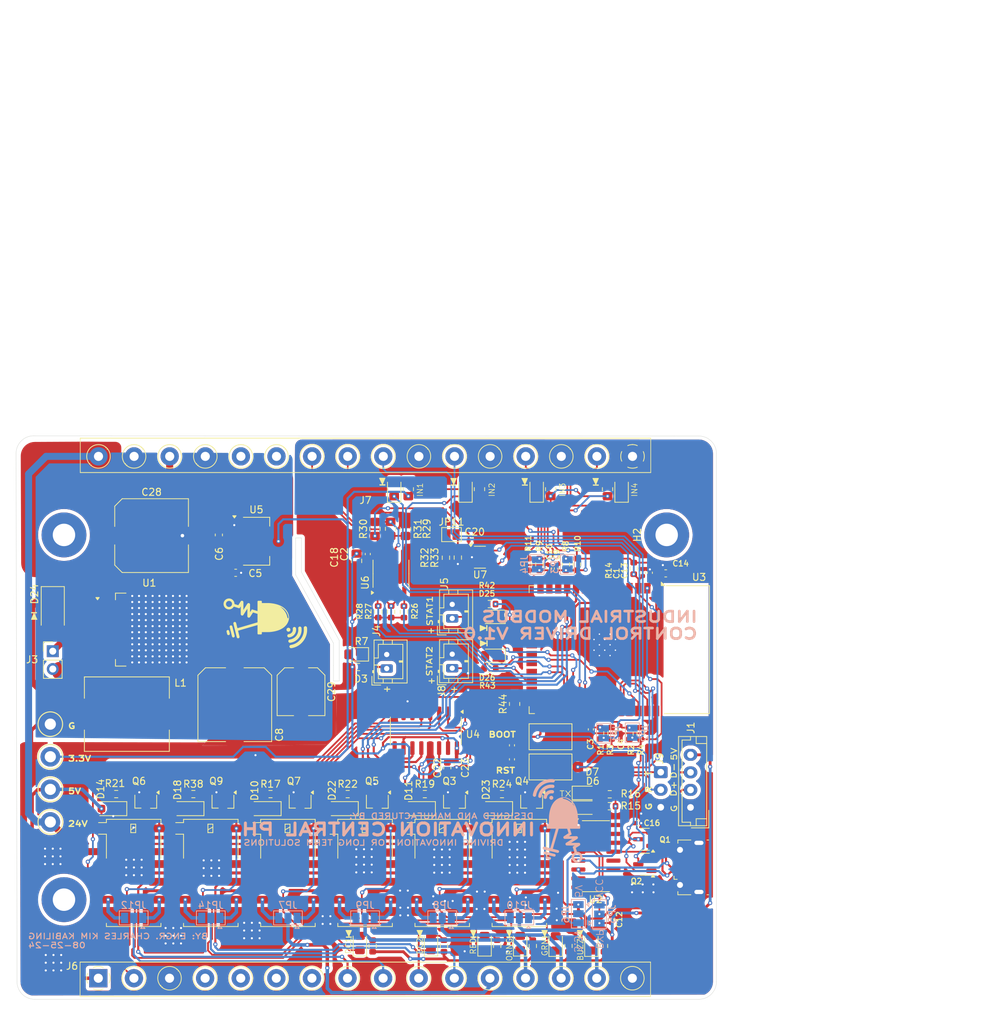
<source format=kicad_pcb>
(kicad_pcb (version 20240108) (generator "pcbnew") (generator_version "8.0")
  (layers (0 "F.Cu" signal) (31 "B.Cu" signal) (34 "B.Paste" user) (35 "F.Paste" user) (36 "B.SilkS" user "B.Silkscreen") (37 "F.SilkS" user "F.Silkscreen") (38 "B.Mask" user) (39 "F.Mask" user) (44 "Edge.Cuts" user))
  (net 0 "")
  (net 1 "+3.3V")
  (net 2 "GND")
  (net 3 "5V")
  (net 4 "IN1")
  (net 5 "IN2")
  (net 6 "IN3")
  (net 7 "IN4")
  (net 8 "ESP_EN")
  (net 9 "Net-(JP5-A)")
  (net 10 "ESP_I0")
  (net 11 "24V")
  (net 12 "Net-(D1-A)")
  (net 13 "Net-(D2-A)")
  (net 14 "Net-(D3-A)")
  (net 15 "Net-(D4-A)")
  (net 16 "Net-(D5-A)")
  (net 17 "Net-(D6-A)")
  (net 18 "ESP_RX")
  (net 19 "ESP_TX")
  (net 20 "Net-(D7-A)")
  (net 21 "Net-(D10-K)")
  (net 22 "Net-(D8-A)")
  (net 23 "Net-(D9-A)")
  (net 24 "Net-(D11-K)")
  (net 25 "Net-(D12-A)")
  (net 26 "Net-(D12-K)")
  (net 27 "Net-(D16-A)")
  (net 28 "Net-(D16-K)")
  (net 29 "Net-(D20-A)")
  (net 30 "Net-(D20-K)")
  (net 31 "Net-(D21-K)")
  (net 32 "Net-(D21-A)")
  (net 33 "Net-(D24-K)")
  (net 34 "Net-(D25-A)")
  (net 35 "Net-(D26-A)")
  (net 36 "/D+")
  (net 37 "/D-")
  (net 39 "DC2_A")
  (net 40 "WS_DIN")
  (net 41 "DC1_A")
  (net 42 "STROBE_BUZZ")
  (net 43 "STROBE_RED")
  (net 44 "DC2_B")
  (net 45 "DC1_B")
  (net 46 "STROBE_GREEN")
  (net 47 "STROBE_ORANGE")
  (net 48 "MODBUS_A")
  (net 49 "IN2_A")
  (net 50 "IN3_A")
  (net 51 "IN1_A")
  (net 52 "IN4_A")
  (net 53 "MODBUS_B")
  (net 56 "Net-(JP5-B)")
  (net 57 "Net-(JP5-C)")
  (net 58 "Net-(JP7-A)")
  (net 59 "Net-(JP7-B)")
  (net 60 "Net-(JP8-A)")
  (net 61 "Net-(JP8-B)")
  (net 62 "Net-(JP9-A)")
  (net 63 "Net-(JP9-B)")
  (net 64 "Net-(JP10-B)")
  (net 65 "Net-(JP10-A)")
  (net 66 "Net-(JP11-A)")
  (net 67 "Net-(JP12-A)")
  (net 68 "Net-(JP12-B)")
  (net 69 "Net-(JP14-A)")
  (net 70 "Net-(JP14-B)")
  (net 83 "Net-(Q1-G)")
  (net 84 "Net-(Q1-S)")
  (net 85 "Net-(Q3-B)")
  (net 86 "Net-(Q4-B)")
  (net 87 "Net-(Q5-B)")
  (net 88 "Net-(Q6-B)")
  (net 89 "Net-(Q7-B)")
  (net 90 "Net-(Q9-B)")
  (net 91 "S_RED")
  (net 92 "S_GREEN")
  (net 93 "DC1")
  (net 94 "S_ORANGE")
  (net 95 "S_BUZZ")
  (net 96 "SLAVE_DI")
  (net 97 "SLAVE_EN")
  (net 98 "SLAVE_RO")
  (net 99 "DC2")
  (net 100 "STAT_1")
  (net 101 "STAT_2")
  (net 102 "Net-(U3-IO4)")
  (net 117 "STATUS_CS")
  (net 121 "WDT_DONE")
  (net 125 "STATUS_CLK")
  (net 128 "STATUS_DIN")
  (net 138 "Net-(JP11-B)")
  (net 139 "Net-(J3-Pin_1)")
  (footprint "Resistor_SMD:R_0805_2012Metric_Pad1.20x1.40mm_HandSolder" (layer "F.Cu") (at 66.2875 7.475 90)
    (property "Reference" "R6" (hide yes))
    (property "Value" "220")
  )
  (footprint "LED_SMD:LED_0805_2012Metric_Pad1.15x1.40mm_HandSolder" (layer "F.Cu") (at 68.1 25.68 180)
    (property "Reference" "D25")
    (property "Value" "LED")
  )
  (footprint "Resistor_SMD:R_0603_1608Metric" (layer "F.Cu") (at 68.8125 72.6 90)
    (property "Reference" "R18" (hide yes))
    (property "Value" "1K")
  )
  (footprint "InnovationCentral:logo_8mm" (layer "F.Cu") (at 35.775 26.375 -90)
    (property "Reference" "G***" (hide yes))
    (property "Value" "LOGO" (hide yes))
  )
  (footprint "Button_Switch_SMD:SW_SPST_CK_RS282G05A3" (layer "F.Cu") (at 76.425 47.075)
    (property "Reference" "SW1" (hide yes))
    (property "Value" "SW_Push")
  )
  (footprint "LED_SMD:LED_0805_2012Metric_Pad1.15x1.40mm_HandSolder" (layer "F.Cu") (at 68.125 31.2325 180)
    (property "Reference" "D26")
    (property "Value" "LED")
  )
  (footprint "Resistor_SMD:R_0603_1608Metric" (layer "F.Cu") (at 36.47 50.95)
    (property "Reference" "R17")
    (property "Value" "1K")
  )
  (footprint "LED_SMD:LED_0805_2012Metric_Pad1.15x1.40mm_HandSolder" (layer "F.Cu") (at 81.375 50.775)
    (property "Reference" "D7")
    (property "Value" "LED")
  )
  (footprint "Resistor_SMD:R_0603_1608Metric" (layer "F.Cu") (at 67.75 23.855 180)
    (property "Reference" "R42")
    (property "Value" "1K")
  )
  (footprint "LED_SMD:LED_0805_2012Metric_Pad1.15x1.40mm_HandSolder" (layer "F.Cu") (at 82.2525 72.23 90)
    (property "Reference" "D21" (hide yes))
    (property "Value" "LED")
  )
  (footprint "Capacitor_SMD:C_0402_1005Metric" (layer "F.Cu") (at 85.075 68.85 -90)
    (property "Reference" "C12")
    (property "Value" "0.1uF")
  )
  (footprint "LED_SMD:LED_0805_2012Metric_Pad1.15x1.40mm_HandSolder" (layer "F.Cu") (at 48.6 31.025 180)
    (property "Reference" "D3")
    (property "Value" "LED")
  )
  (footprint "Package_TO_SOT_SMD:TSOT-23" (layer "F.Cu") (at 40.7155 52 -90)
    (property "Reference" "Q7")
    (property "Value" "Q_NPN_BEC")
  )
  (footprint "MountingHole:MountingHole_3.2mm_M3_Pad_TopBottom" (layer "F.Cu") (at 7 14 90)
    (property "Reference" "H1" (hide yes))
    (property "Value" "MountingHole")
  )
  (footprint "Resistor_SMD:R_0603_1608Metric" (layer "F.Cu") (at 73.8925 72.6 90)
    (property "Reference" "R23" (hide yes))
    (property "Value" "1K")
  )
  (footprint "Connector_JST:JST_PH_B2B-PH-K_1x02_P2.00mm_Vertical" (layer "F.Cu") (at 62.4 25.9 90)
    (property "Reference" "J5")
    (property "Value" "Conn_01x02_Socket")
  )
  (footprint "MountingHole:MountingHole_3.2mm_M3_Pad_TopBottom" (layer "F.Cu") (at 7 66 90)
    (property "Reference" "H3" (hide yes))
    (property "Value" "MountingHole")
  )
  (footprint "Resistor_SMD:R_0603_1608Metric" (layer "F.Cu") (at 55.51 24.97 -90)
    (property "Reference" "R26")
    (property "Value" "1K")
  )
  (footprint "TestPoint:TestPoint_Keystone_5005-5009_Compact" (layer "F.Cu") (at 5.05 40.975)
    (property "Reference" "TP1" (hide yes))
    (property "Value" "TestPoint")
  )
  (footprint "Relay_SMD:Relay_DPDT_Kemet_EE2_NU" (layer "F.Cu") (at 27.952 62.19)
    (property "Reference" "K7" (hide yes))
    (property "Value" "EE2-5NU")
  )
  (footprint "Resistor_SMD:R_0603_1608Metric" (layer "F.Cu") (at 87.69 42.305 90)
    (property "Reference" "R2")
    (property "Value" "1K")
  )
  (footprint "Resistor_SMD:R_0603_1608Metric" (layer "F.Cu") (at 69.5 50.95)
    (property "Reference" "R24")
    (property "Value" "1K")
  )
  (footprint "Relay_SMD:Relay_DPDT_Kemet_EE2_NU" (layer "F.Cu") (at 60.973 62.19)
    (property "Reference" "K2" (hide yes))
    (property "Value" "EE2-5NU")
  )
  (footprint "LED_SMD:LED_0805_2012Metric_Pad1.15x1.40mm_HandSolder" (layer "F.Cu") (at 81.375 52.875)
    (property "Reference" "D6")
    (property "Value" "LED")
  )
  (footprint "Resistor_SMD:R_0603_1608Metric" (layer "F.Cu") (at 74.835 18.2075 -90)
    (property "Reference" "R9")
    (property "Value" "1K")
  )
  (footprint "Resistor_SMD:R_0603_1608Metric" (layer "F.Cu") (at 67.775 33.0325 180)
    (property "Reference" "R43")
    (property "Value" "1K")
  )
  (footprint "Capacitor_SMD:C_0402_1005Metric" (layer "F.Cu") (at 89.6 19.375 -90)
    (property "Reference" "C13")
    (property "Value" "0.1uF" (hide yes))
  )
  (footprint "Resistor_SMD:R_0603_1608Metric" (layer "F.Cu") (at 14.45 50.95)
    (property "Reference" "R21")
    (property "Value" "1K")
  )
  (footprint "Resistor_SMD:R_0603_1608Metric" (layer "F.Cu") (at 48.975 32.825)
    (property "Reference" "R7")
    (property "Value" "1K")
  )
  (footprint "Capacitor_SMD:C_0402_1005Metric" (layer "F.Cu") (at 86.39 41.705 90)
    (property "Reference" "C4")
    (property "Value" "0.1uF")
  )
  (footprint "LED_SMD:LED_0805_2012Metric_Pad1.15x1.40mm_HandSolder" (layer "F.Cu") (at 67.0125 72.185 90)
    (property "Reference" "D8" (hide yes))
    (property "Value" "LED")
  )
  (footprint "Package_SO:SOP-8_3.9x4.9mm_P1.27mm" (layer "F.Cu") (at 53.655 19.535 90)
    (property "Reference" "U6")
    (property "Value" "MAX485E")
  )
  (footprint "Resistor_SMD:R_0603_1608Metric" (layer "F.Cu") (at 88.3 18.775 -90)
    (property "Reference" "R14")
    (property "Value" "1K")
  )
  (footprint "Resistor_SMD:R_0805_2012Metric_Pad1.20x1.40mm_HandSolder" (layer "F.Cu") (at 56.135 7.475 90)
    (property "Reference" "R5" (hide yes))
    (property "Value" "220")
  )
  (footprint "LED_SMD:LED_0805_2012Metric_Pad1.15x1.40mm_HandSolder" (layer "F.Cu") (at 72.0925 72.185 90)
    (property "Reference" "D20" (hide yes))
    (property "Value" "LED")
  )
  (footprint "Capacitor_SMD:C_0402_1005Metric" (layer "F.Cu") (at 82.18 41.725 90)
    (property "Reference" "C3")
    (property "Value" "0.1uF")
  )
  (footprint "Resistor_SMD:R_0603_1608Metric" (layer "F.Cu") (at 61.2175 72.6 90)
    (property "Reference" "R39" (hide yes))
    (property "Value" "1K")
  )
  (footprint "LED_SMD:LED_0805_2012Metric_Pad1.15x1.40mm_HandSolder" (layer "F.Cu") (at 74.45 7.475 90)
    (property "Reference" "D4" (hide yes))
    (property "Value" "LED")
  )
  (footprint "Capacitor_SMD:C_0402_1005Metric" (layer "F.Cu") (at 90.6 19.395 90)
    (property "Reference" "C1")
    (property "Value" "0.1uF")
  )
  (footprint "Capacitor_SMD:C_Elec_10x10.2" (layer "F.Cu") (at 19.5 14.1)
    (property "Reference" "C28")
    (property "Value" "100uF")
  )
  (footprint "TestPoint:TestPoint_Keystone_5005-5009_Compact" (layer "F.Cu") (at 5.05 50.275)
    (property "Reference" "TP2" (hide yes))
    (property "Value" "TestPoint")
  )
  (footprint "Capacitor_SMD:C_0603_1608Metric" (layer "F.Cu") (at 61.7 47.225 -90)
    (property "Reference" "C22")
    (property "Value" "22uF")
  )
  (footprint "Connector_JST:JST_PH_B2B-PH-K_1x02_P2.00mm_Vertical" (layer "F.Cu") (at 53.05 33.045 90)
    (property "Reference" "J4")
    (property "Value" "Conn_01x02_Socket")
  )
  (footprint "TerminalBlock_Phoenix:TerminalBlock_Phoenix_MKDS-1,5-16-5.08_1x16_P5.08mm_Horizontal" (layer "F.Cu") (at 88.125 2.8 180)
    (property "Reference" "J7")
    (property "Value" "Screw_Terminal_01x16")
  )
  (footprint "Resistor_SMD:R_0603_1608Metric" (layer "F.Cu") (at 51.84 24.96 -90)
    (property "Reference" "R28")
    (property "Value" "1K")
  )
  (footprint "Resistor_SMD:R_0805_2012Metric_Pad1.20x1.40mm_HandSolder" (layer "F.Cu") (at 71.3 38.1 90)
    (property "Reference" "R44")
    (property "Value" "330")
  )
  (footprint "Resistor_SMD:R_0603_1608Metric" (layer "F.Cu") (at 85.13 42.275 -90)
    (property "Reference" "R3")
    (property "Value" "1K")
  )
  (footprint "Package_TO_SOT_SMD:TSOT-23" (layer "F.Cu") (at 29.704 52 -90)
    (property "Reference" "Q9")
    (property "Value" "Q_NPN_BEC")
  )
  (footprint "Diode_SMD:D_SOD-123F" (layer "F.Cu") (at 35.77 53.025 180)
    (property "Reference" "D10")
    (property "Value" "DIODE")
  )
  (footprint "Package_TO_SOT_SMD:TSOT-23" (layer "F.Cu") (at 51.727 52 -90)
    (property "Reference" "Q5")
    (property "Value" "Q_NPN_BEC")
  )
  (footprint "Capacitor_SMD:C_0402_1005Metric" (layer "F.Cu") (at 63.025 46.67 90)
    (property "Reference" "C23")
    (property "Value" "0.1uF")
  )
  (footprint "Resistor_SMD:R_0805_2012Metric_Pad1.20x1.40mm_HandSolder" (layer "F.Cu") (at 53.6 13.13 -90)
    (property "Reference" "R31")
    (property "Value" "120")
  )
  (footprint "Resistor_SMD:R_0603_1608Metric" (layer "F.Cu") (at 80.175 18.2075 90)
    (property "Reference" "R10")
    (property "Value" "1K")
  )
  (footprint "Resistor_SMD:R_0805_2012Metric_Pad1.20x1.40mm_HandSolder" (layer "F.Cu") (at 51.37 13.14 90)
    (property "Reference" "R30")
    (property "Value" "20K")
  )
  (footprint "Diode_SMD:D_SOD-123F" (layer "F.Cu") (at 13.75 53.025 180)
    (property "Reference" "D14")
    (property "Value" "DIODE")
  )
  (footprint "Package_SO:SOIC-16_3.9x9.9mm_P1.27mm" (layer "F.Cu") (at 58.625 41.915 -90)
    (property "Reference" "U4")
    (property "Value" "74HC595")
  )
  (footprint "Resistor_SMD:R_0805_2012Metric_Pad1.20x1.40mm_HandSolder" (layer "F.Cu") (at 76.445 7.475 90)
    (property "Reference" "R12" (hide yes))
    (property "Value" "220")
  )
  (footprint "Resistor_SMD:R_0603_1608Metric" (layer "F.Cu") (at 83.5 42.275 90)
    (property "Reference" "R1")
    (property "Value" "1K")
  )
  (footprint "Package_TO_SOT_SMD:TSOT-23" (layer "F.Cu") (at 18.6925 52 -90)
    (property "Reference" "Q6")
    (property "Value" "Q_NPN_BEC")
  )
  (footprint "LED_SMD:LED_0805_2012Metric_Pad1.15x1.40mm_HandSolder" (layer "F.Cu") (at 54.12 7.475 90)
    (property "Reference" "D1" (hide yes))
    (property "Value" "LED")
  )
  (footprint "RF_Module:ESP32-WROOM-32" (layer "F.Cu") (at 83.25 30.35 -90)
    (property "Reference" "U3")
    (property "Value" "ESP32-WROOM-32")
  )
  (footprint "Diode_SMD:D_SOD-123F" (layer "F.Cu") (at 24.76 53.025 180)
    (property "Reference" "D18")
    (property "Value" "DIODE")
  )
  (footprint "Resistor_SMD:R_0603_1608Metric" (layer "F.Cu") (at 89.29 42.305 -90)
    (property "Reference" "R4")
    (property "Value" "1K")
  )
  (footprint "LED_SMD:LED_0805_2012Metric_Pad1.15x1.40mm_HandSolder" (layer "F.Cu") (at 64.2875 7.475 90)
    (property "Reference" "D2" (hide yes))
    (property "Value" "LED")
  )
  (footprint "Resistor_SMD:R_0603_1608Metric" (layer "F.Cu") (at 78.985 72.6 90)
    (property "Reference" "R20" (hide yes))
    (property "Value" "1K")
  )
  (footprint "Resistor_SMD:R_0603_1608Metric" (layer "F.Cu") (at 58.49 50.95)
    (property "Reference" "R19")
    (property "Value" "1K")
  )
  (footprint "Relay_SMD:Relay_DPDT_Kemet_EE2_NU" (layer "F.Cu") (at 71.98 62.19)
    (property "Reference" "K4" (hide yes))
    (property "Value" "EE2-5NU")
  )
  (footprint "Capacitor_SMD:C_0402_1005Metric" (layer "F.Cu") (at 50.35 16.725 -90)
    (property "Reference" "C2")
    (property "Value" "0.1uF")
  )
  (footprint "Resistor_SMD:R_0603_1608Metric" (layer "F.Cu") (at 78.625 18.2075 -90)
    (property "Reference" "R8")
    (property "Value" "1K")
  )
  (footprint "Package_TO_SOT_SMD:SOT-23" (layer "F.Cu") (at 89.8875 60.95 180)
    (property "Reference" "Q2")
    (property "Value" "BSS138")
  )
  (footprint "Resistor_SMD:R_0805_2012Metric_Pad1.20x1.40mm_HandSolder" (layer "F.Cu") (at 55.73 13.15 90)
    (property "Reference" "R29")
    (property "Value" "20K")
  )
  (footprint "Package_TO_SOT_SMD:SOT-223-3_TabPin2" (layer "F.Cu") (at 34.45 14.9)
    (property "Reference" "U5")
    (property "Value" "AMS1117-3.3")
  )
  (footprint "Capacitor_SMD:C_0603_1608Metric" (layer "F.Cu") (at 92.865 19.48)
    (property "Reference" "C14")
    (property "Value" "22uF")
  )
  (footprint "LED_SMD:LED_0805_2012Metric_Pad1.15x1.40mm_HandSolder" (layer "F.Cu") (at 49.2225 72.185 90)
    (property "Reference" "D12" (hide yes))
    (property "Value" "LED")
  )
  (footprint "Diode_SMD:D_SMA" (layer "F.Cu") (at 5.4 24.875 -90)
    (property "Reference" "D24")
    (property "Value" "SS54")
  )
  (footprint "Capacitor_SMD:C_0402_1005Metric" (layer "F.Cu") (at 70.925 43.995 -90)
    (property "Reference" "C17" (hide yes))
    (property "Value" "0.1uF")
  )
  (footprint "LED_SMD:LED_0805_2012Metric_Pad1.15x1.40mm_HandSolder" (layer "F.Cu") (at 77.16 72.23 90)
    (property "Reference" "D9" (hide yes))
    (property "Value" "LED")
  )
  (footprint "Capacitor_SMD:C_Elec_10x10.2" (layer "F.Cu") (at 31.375 38.2 -90)
    (property "Reference" "C8")
    (property "Value" "1000uF")
  )
  (footprint "Connector_USB:USB_Micro-B_Molex-105017-0001" (layer "F.Cu") (at 96.3625 61.4 90)
    (property "Reference" "J2" (hide yes))
    (property "Value" "USB_B_Micro")
  )
  (footprint "Package_SO:SOP-16_3.9x9.9mm_P1.27mm" (layer "F.Cu") (at 82.9 59.8)
    (property "Reference" "U2")
    (property "Value" "CH340C")
  )
  (footprint "Package_TO_SOT_SMD:SOT-23" (layer "F.Cu") (at 89.8875 57.3875 180)
    (property "Reference" "Q1")
    (property "Value" "BSS138")
  )
  (footprint "Package_TO_SOT_SMD:TSOT-23" (layer "F.Cu") (at 62.7385 52 -90)
    (property "Reference" "Q3")
    (property "Value" "Q_NPN_BEC")
  )
  (footprint "Resistor_SMD:R_0603_1608Metric_Pad0.98x0.95mm_HandSolder" (layer "F.Cu") (at 61.5 17.25 90)
    (property "Reference" "R32")
    (property "Value" "10K")
  )
  (footprint "Capacitor_SMD:C_0603_1608Metric" (layer "F.Cu") (at 29.1 14 90)
    (property "Reference" "C6")
    (property "Value" "22uF")
  )
  (footprint "Capacitor_SMD:C_0402_1005Metric" (layer "F.Cu") (at 65.22 14.7775)
    (property "Reference" "C20")
    (property "Value" "0.1uF")
  )
  (footprint "Relay_SMD:Relay_DPDT_Kemet_EE2_NU" (layer "F.Cu") (at 38.959 62.19)
    (property "Reference" "K1" (hide yes))
    (property "Value" "EE2-5NU")
  )
  (footprint "Package_TO_SOT_SMD:SOT-23-6" (layer "F.Cu") (at 66.35 17.175)
    (property "Reference" "U7")
    (property "Value" "TPL5010")
  )
  (footprint "LED_SMD:LED_0805_2012Metric_Pad1.15x1.40mm_HandSolder" (layer "F.Cu") (at 86.5625 7.475 90)
    (property "Reference" "D5" (hide yes))
    (property "Value" "LED")
  )
  (footprint "MountingHole:MountingHole_3.2mm_M3_Pad_TopBottom" (layer "F.Cu") (at 93 14 90)
    (property "Reference" "H2")
    (property "Value" "MountingHole")
  )
  (footprint "Resistor_SMD:R_0603_1608Metric" (layer "F.Cu") (at 47.48 50.95)
    (property "Reference" "R22")
    (property "Value" "1K")
  )
  (footprint "Package_TO_SOT_SMD:TSOT-23" (layer "F.Cu") (at 73.75 52 -90)
    (property "Reference" "Q4")
    (property "Value" "Q_NPN_BEC")
  )
  (footprint "Diode_SMD:D_SOD-123F" (layer "F.Cu") (at 68.8 53.025 180)
    (property "Reference" "D23")
    (property "Value" "DIODE")
  )
  (footprint "Capacitor_SMD:C_0402_1005Metric" (layer "F.Cu") (at 76.235 18.7775 -90)
    (property "Reference" "C10")
    (property "Value" "0.1uF")
  )
  (footprint "Resistor_SMD:R_0603_1608Metric" (layer "F.Cu") (at 53.68 24.96 -90)
    (property "Reference" "R27")
    (property "Value" "1K")
  )
  (footprint "Capacitor_SMD:C_0603_1608Metric" (layer "F.Cu") (at 31.5 19.4)
    (property "Reference" "C5")
    (property "Value" "22uF")
  )
  (footprint "Inductor_SMD:L_Chilisin_BMRF00101040" (layer "F.Cu") (at 15.975 39.55)
    (property "Reference" "L1")
    (property "Value" "33uH")
  )
  (footprint "Resistor_SMD:R_0603_1608Metric" (layer "F.Cu") (at 84.0525 72.6 90)
    (property "Reference" "R25" (hide yes))
    (property "Value" "1K")
  )
  (footprint "Resistor_SMD:R_0603_1608Metric" (layer "F.Cu") (at 84.875 52.675 180)
    (property "Reference" "R15")
    (property "Value" "1K")
  )
  (footprint "Package_TO_SOT_SMD:TO-263-5_TabPin3" (layer "F.Cu") (at 19.175 27.5)
    (property "Reference" "U1")
    (property "Value" "LM2596S-5")
  )
  (footprint "Button_Switch_SMD:SW_SPST_CK_RS282G05A3" (layer "F.Cu") (at 76.425 42.775)
    (property "Reference" "SW2" (hide yes))
    (property "Value" "SW_Push")
  )
  (footprint "TerminalBlock_Phoenix:TerminalBlock_Phoenix_MKDS-1,5-16-5.08_1x16_P5.08mm_Horizontal" (layer "F.Cu") (at 11.9 77.2)
    (property "Reference" "J6")
    (property "Value" "Screw_Terminal_01x16")
  )
  (footprint "Relay_SMD:Relay_DPDT_Kemet_EE2_NU" (layer "F.Cu") (at 16.945 62.19)
    (property "Reference" "K5" (hide yes))
    (property "Value" "EE2-5NU")
  )
  (footprint "Resistor_SMD:R_0603_1608Metric" (layer "F.Cu") (at 84.875 50.975 180)
    (property "Reference" "R16")
    (property "Value" "1K")
  )
  (footprint "Connector_JST:JST_EH_B4B-EH-A_1x04_P2.50mm_Vertical" (layer "F.Cu") (at 96.4 52.85 90)
    (property "Reference" "J1")
    (property "Value" "Conn_01x04_Socket")
  )
  (footprint "LED_SMD:LED_0805_2012Metric_Pad1.15x1.40mm_HandSolder" (layer "F.Cu") (at 59.3675 72.185 90)
    (property "Reference" "D16" (hide yes))
    (property "Value" "LED")
  )
  (footprint "TestPoint:TestPoint_Keystone_5005-5009_Compact" (layer "F.Cu") (at 5.05 54.925)
    (property "Reference" "TP4" (hide yes))
    (property "Value" "TestPoint")
  )
  (footprint "TestPoint:TestPoint_Keystone_5005-5009_Compact" (layer "F.Cu") (at 5.05 45.625)
    (property "Reference" "TP3" (hide yes))
    (property "Value" "TestPoint")
  )
  (footprint "Resistor_SMD:R_0603_1608Metric" (layer "F.Cu") (at 51.0425 72.6 90)
    (property "Reference" "R35" (hide yes))
    (property "Value" "1K")
  )
  (footprint "Connector_JST:JST_EH_B3B-EH-A_1x03_P2.50mm_Vertical" (layer "F.Cu") (at 92.15 47.825 -90)
    (property "Reference" "J9")
    (property "Value" "Conn_01x03_Socket" (hide yes))
  )
  (footprint "Resistor_SMD:R_0603_1608Metric" (layer "F.Cu") (at 25.46 50.95)
    (property "Reference" "R38")
    (property "Value" "1K")
  )
  (footprint "Capacitor_SMD:C_0402_1005Metric" (layer "F.Cu") (at 70.925 45.995 90)
    (property "Reference" "C11" (hide yes))
    (property "Value" "0.1uF")
  )
  (footprint "Connector_PinHeader_2.54mm:PinHeader_1x02_P2.54mm_Vertical" (layer "F.Cu") (at 5.4 30.575)
    (property "Reference" "J3")
    (property "Value" "Conn_01x02_Socket")
  )
  (footprint "Capacitor_SMD:C_0402_1005Metric" (layer "F.Cu") (at 77.325 18.7775 -90)
    (property "Reference" "C9")
    (property "Value" "0.1uF")
  )
  (footprint "Jumper:SolderJumper-2_P1.3mm_Open_Pad1.0x1.5mm" (layer "F.Cu") (at 62.3 13.95)
    (property "Reference" "JP11")
    (property "Value" "SolderJumper_2_Open")
  )
  (footprint "Capacitor_SMD:C_0402_1005Metric" (layer "F.Cu") (at 88.8875 55.0875 180)
    (property "Reference" "C16")
    (property "Value" "0.1uF")
  )
  (footprint "Capacitor_SMD:C_0805_2012Metric_Pad1.18x1.45mm_HandSolder" (layer "F.Cu") (at 48.75 17.7 90)
    (property "Reference" "C18")
    (property "Value" "10uF")
  )
  (footprint "Diode_SMD:D_SOD-123F" (layer "F.Cu") (at 46.78 53.025 180)
    (property "Reference" "D22")
    (property "Value" "DIODE")
  )
  (footprint "Resistor_SMD:R_0603_1608Metric" (layer "F.Cu") (at 73.235 18.2075 90)
    (property "Reference" "R11")
    (property "Value" "1K")
  )
  (footprint "Diode_SMD:D_SOD-123F" (layer "F.Cu") (at 57.79 53.025 180)
    (property "Reference" "D11")
    (property "Value" "DIODE")
  )
  (footprint "Connector_JST:JST_PH_B2B-PH-K_1x02_P2.00mm_Vertical" (layer "F.Cu") (at 62.4 33 90)
    (property "Reference" "J8")
    (property "Value" "Conn_01x02_Socket")
  )
  (footprint "Capacitor_SMD:C_Elec_6.3x7.7" (layer "F.Cu") (at 40.825 36.35 -90)
    (property "Reference" "C29")
    (property "Value" "220uF")
  )
  (footprint "Resistor_SMD:R_0805_2012Metric_Pad1.20x1.40mm_HandSolder" (layer "F.Cu") (at 84.5625 7.475 90)
    (property "Reference" "R13" (hide yes))
    (property "Value" "220")
  )
  (footprint "Resistor_SMD:R_0603_1608Metric_Pad0.98x0.95mm_HandSolder" (layer "F.Cu") (at 63.2 17.23 90)
    (property "Reference" "R33")
    (property "Value" "40.2K")
  )
  (footprint "Relay_SMD:Relay_DPDT_Kemet_EE2_NU" (layer "F.Cu") (at 49.966 62.19)
    (property "Reference" "K3" (hide yes))
    (property "Value" "EE2-5NU")
  )
  (footprint "Jumper:SolderJumper-3_P1.3mm_Open_Pad1.0x1.5mm" (layer "B.Cu") (at 80.4 68 -90)
    (property "Reference" "JP6")
    (property "Value" "SolderJumper_3_Open")
  )
  (footprint "Jumper:SolderJumper-3_P1.3mm_Open_Pad1.0x1.5mm" (layer "B.Cu") (at 27.952 68.6 180)
    (property "Reference" "JP14")
    (property "Value" "SolderJumper_3_Open")
  )
  (footprint "Jumper:SolderJumper-3_P1.3mm_Open_Pad1.0x1.5mm" (layer "B.Cu") (at 38.959 68.6 180)
    (property "Reference" "JP7")
    (property "Value" "SolderJumper_3_Open")
  )
  (footprint "Jumper:SolderJumper-3_P1.3mm_Open_Pad1.0x1.5mm" (layer "B.Cu") (at 49.966 68.6 180)
    (property "Reference" "JP9")
    (property "Value" "SolderJumper_3_Open")
  )
  (footprint "Jumper:SolderJumper-2_P1.3mm_Open_Pad1.0x1.5mm" (layer "B.Cu") (at 74.5 18.2 -90)
    (property "Reference" "JP4")
    (property "Value" "SolderJumper_2_Open")
  )
  (footprint "Jumper:SolderJumper-3_P1.3mm_Open_Pad1.0x1.5mm" (layer "B.Cu") (at 83.4 68.05 90)
    (property "Reference" "JP5")
    (property "Value" "SolderJumper_3_Open")
  )
  (footprint "Jumper:SolderJumper-2_P1.3mm_Open_Pad1.0x1.5mm" (layer "B.Cu") (at 84.01 42.275 90)
    (property "Reference" "JP1")
    (property "Value" "SolderJumper_2_Open")
  )
  (footprint "Jumper:SolderJumper-2_P1.3mm_Open_Pad1.0x1.5mm" (layer "B.Cu") (at 78.835 18.1925 -90)
    (property "Reference" "JP3")
    (property "Value" "SolderJumper_2_Open")
  )
  (footprint "InnovationCentral:logo_8mm" (layer "B.Cu") (at 77.675 54.725 180)
    (property "Reference" "G***" (hide yes))
    (property "Value" "LOGO" (hide yes))
  )
  (footprint "Jumper:SolderJumper-3_P1.3mm_Open_Pad1.0x1.5mm" (layer "B.Cu") (at 71.98 68.6 180)
    (property "Reference" "JP10")
    (property "Value" "SolderJumper_3_Open")
  )
  (footprint "Jumper:SolderJumper-3_P1.3mm_Open_Pad1.0x1.5mm" (layer "B.Cu") (at 16.945 68.6 180)
    (property "Reference" "JP12")
    (property "Value" "SolderJumper_3_Open")
  )
  (footprint "Jumper:SolderJumper-2_P1.3mm_Open_Pad1.0x1.5mm" (layer "B.Cu") (at 88.1 42.2 90)
    (property "Reference" "JP2")
    (property "Value" "SolderJumper_2_Open")
  )
  (footprint "Jumper:SolderJumper-3_P1.3mm_Open_Pad1.0x1.5mm" (layer "B.Cu") (at 60.973 68.6 180)
    (property "Reference" "JP8")
    (property "Value" "SolderJumper_3_Open")
  )
  (gr_rect (start 52.061659 6.829889) (end 52.811659 6.904889) (stroke (width 0.1)) (fill solid) (layer "F.SilkS"))
  (gr_poly (pts (xy 52.486659 6.679889) (xy 52.811659 5.904889) (xy 52.011659 5.904889) (xy 52.436659 6.779889)) (stroke (width 0.1)) (fill solid) (layer "F.SilkS"))
  (gr_poly (pts (xy 67.175 29.4) (xy 66.4 29.075) (xy 66.4 29.875) (xy 67.275 29.45)) (stroke (width 0.1)) (fill solid) (layer "F.SilkS"))
  (gr_rect (start 72.386659 6.854889) (end 73.136659 6.929889) (stroke (width 0.1)) (fill solid) (layer "F.SilkS"))
  (gr_poly (pts (xy 47.7 71.15) (xy 48.025 70.375) (xy 47.225 70.375) (xy 47.65 71.25)) (stroke (width 0.1)) (fill solid) (layer "F.SilkS"))
  (gr_rect (start 67.3 26.9) (end 67.375 27.65) (stroke (width 0.1)) (fill solid) (layer "F.SilkS"))
  (gr_rect (start 80.295 71.3) (end 81.045 71.375) (stroke (width 0.1)) (fill solid) (layer "F.SilkS"))
  (gr_rect (start 75.224273 71.3) (end 75.974273 71.375) (stroke (width 0.1)) (fill solid) (layer "F.SilkS"))
  (gr_rect (start 67.325 29.075) (end 67.4 29.825) (stroke (width 0.1)) (fill solid) (layer "F.SilkS"))
  (gr_rect (start 65.05 71.3) (end 65.8 71.375) (stroke (width 0.1)) (fill solid) (layer "F.SilkS"))
  (gr_poly (pts (xy 57.84247 71.15) (xy 58.16747 70.375) (xy 57.36747 70.375) (xy 57.79247 71.25)) (stroke (width 0.1)) (fill solid) (layer "F.SilkS"))
  (gr_rect (start 70.173429 71.3) (end 70.923429 71.375) (stroke (width 0.1)) (fill solid) (layer "F.SilkS"))
  (gr_poly (pts (xy 70.598429 71.15) (xy 70.923429 70.375) (xy 70.123429 70.375) (xy 70.548429 71.25)) (stroke (width 0.1)) (fill solid) (layer "F.SilkS"))
  (gr_poly (pts (xy 75.649273 71.15) (xy 75.974273 70.375) (xy 75.174273 70.375) (xy 75.599273 71.25)) (stroke (width 0.1)) (fill solid) (layer "F.SilkS"))
  (gr_poly (pts (xy 62.661659 6.704889) (xy 62.986659 5.929889) (xy 62.186659 5.929889) (xy 62.611659 6.804889)) (stroke (width 0.1)) (fill solid) (layer "F.SilkS"))
  (gr_poly (pts (xy 2.675 25.275) (xy 2.35 26.05) (xy 3.15 26.05) (xy 2.725 25.175)) (stroke (width 0.1)) (fill solid) (layer "F.SilkS"))
  (gr_rect (start 2.35 25.05) (end 3.1 25.125) (stroke (width 0.1)) (fill solid) (layer "F.SilkS"))
  (gr_poly (pts (xy 67.15 27.225) (xy 66.375 26.9) (xy 66.375 27.7) (xy 67.25 27.275)) (stroke (width 0.1)) (fill solid) (layer "F.SilkS"))
  (gr_poly (pts (xy 80.72 71.15) (xy 81.045 70.375) (xy 80.245 70.375) (xy 80.67 71.25)) (stroke (width 0.1)) (fill solid) (layer "F.SilkS"))
  (gr_poly (pts (xy 82.936659 6.704889) (xy 83.261659 5.929889) (xy 82.461659 5.929889) (xy 82.886659 6.804889)) (stroke (width 0.1)) (fill solid) (layer "F.SilkS"))
  (gr_poly (pts (xy 72.811659 6.704889) (xy 73.136659 5.929889) (xy 72.336659 5.929889) (xy 72.761659 6.804889)) (stroke (width 0.1)) (fill solid) (layer "F.SilkS"))
  (gr_poly (pts (xy 65.475 71.15) (xy 65.8 70.375) (xy 65 70.375) (xy 65.425 71.25)) (stroke (width 0.1)) (fill solid) (layer "F.SilkS"))
  (gr_rect (start 47.275 71.3) (end 48.025 71.375) (stroke (width 0.1)) (fill solid) (layer "F.SilkS"))
  (gr_rect (start 62.236659 6.854889) (end 62.986659 6.929889) (stroke (width 0.1)) (fill solid) (layer "F.SilkS"))
  (gr_rect (start 82.511659 6.854889) (end 83.261659 6.929889) (stroke (width 0.1)) (fill solid) (layer "F.SilkS"))
  (gr_rect (start 57.41747 71.3) (end 58.16747 71.375) (stroke (width 0.1)) (fill solid) (layer "F.SilkS"))
  (gr_line (start 45.45 32.6125) (end 45.45 34.825) (stroke (width 0.05)) (layer "Edge.Cuts"))
  (gr_line (start 40.05 19.675) (end 45.45 29.4375) (stroke (width 0.05)) (layer "Edge.Cuts"))
  (gr_line (start 40.05 14.425) (end 40.875 14.425) (stroke (width 0.05)) (layer "Edge.Cuts"))
  (gr_arc (start 97.6 -0.1) (mid 99.367767 0.632233) (end 100.1 2.4) (stroke (width 0.05)) (layer "Edge.Cuts"))
  (gr_arc (start 2.8 80.2) (mid 1.032233 79.467767) (end 0.3 77.7) (stroke (width 0.05)) (layer "Edge.Cuts"))
  (gr_line (start 45.45 32.6125) (end 45.45 29.4375) (stroke (width 0.05)) (layer "Edge.Cuts"))
  (gr_line (start 40.05 14.425) (end 40.05 16.1) (stroke (width 0.05)) (layer "Edge.Cuts"))
  (gr_line (start 46.275 29.0375) (end 40.875 19.275) (stroke (width 0.05)) (layer "Edge.Cuts"))
  (gr_line (start 46.275 29.0375) (end 46.275 32.6125) (stroke (width 0.05)) (layer "Edge.Cuts"))
  (gr_line (start 100.1 77.7) (end 100.1 2.4) (stroke (width 0.05)) (layer "Edge.Cuts"))
  (gr_line (start 0.167767 2.367767) (end 0.3 77.7) (stroke (width 0.05)) (layer "Edge.Cuts"))
  (gr_line (start 40.875 16.1) (end 40.875 14.425) (stroke (width 0.05)) (layer "Edge.Cuts"))
  (gr_arc (start 0.167767 2.367767) (mid 0.9 0.6) (end 2.667767 -0.132233) (stroke (width 0.05)) (layer "Edge.Cuts"))
  (gr_line (start 2.8 80.2) (end 97.6 80.2) (stroke (width 0.05)) (layer "Edge.Cuts"))
  (gr_line (start 46.275 32.6125) (end 46.275 34.825) (stroke (width 0.05)) (layer "Edge.Cuts"))
  (gr_arc (start 100.1 77.7) (mid 99.367767 79.467767) (end 97.6 80.2) (stroke (width 0.05)) (layer "Edge.Cuts"))
  (gr_line (start 40.875 16.1) (end 40.875 19.275) (stroke (width 0.05)) (layer "Edge.Cuts"))
  (gr_line (start 40.05 19.675) (end 40.05 16.1) (stroke (width 0.05)) (layer "Edge.Cuts"))
  (gr_line (start 2.667767 -0.132233) (end 97.6 -0.1) (stroke (width 0.05)) (layer "Edge.Cuts"))
  (gr_line (start 46.275 34.825) (end 45.45 34.825) (stroke (width 0.05)) (layer "Edge.Cuts"))
  (gr_text "5V" (at 79.825 65.775 -90) (layer "B.SilkS") (effects (font (size 1 1) (thickness 0.1)) (justify left bottom mirror)))
  (gr_text "BY: ENGR. CHARLES KIM KABILING\n08-25-24" (at 1.8 72.975 0) (layer "B.SilkS") (effects (font (size 0.8 1)) (justify right bottom mirror)))
  (gr_text "INNOVATION CENTRAL PH" (at 74.525 57 0) (layer "B.SilkS") (effects (font (size 1.7 2.25) (thickness 0.425) (bold yes)) (justify left bottom mirror)))
  (gr_text "3.3V" (at 79.725 73.6 270) (layer "B.SilkS") (effects (font (size 1 1) (thickness 0.1)) (justify left bottom mirror)))
  (gr_text "BYP" (at 82.825 73.125 270) (layer "B.SilkS") (effects (font (size 1 1) (thickness 0.1)) (justify left bottom mirror)))
  (gr_text "DESIGNED AND MANUFACTURED BY:" (at 74.125 54.55 0) (layer "B.SilkS") (effects (font (size 0.8 1)) (justify left bottom mirror)))
  (gr_text "VCC" (at 82.75 65.925 270) (layer "B.SilkS") (effects (font (size 1 1) (thickness 0.1)) (justify left bottom mirror)))
  (gr_text "DRIVING INNOVATION FOR LONG TERM SOLUTIONS" (at 69.825 58.35 0) (layer "B.SilkS") (effects (font (size 0.8 1)) (justify left bottom mirror)))
  (gr_text "INDUSTRIAL MODBUS\nCONTROL DRIVER V1.0" (at 97.625 28.975 0) (layer "B.SilkS") (effects (font (size 1.5 2) (thickness 0.375) (bold yes)) (justify left bottom mirror)))
  (gr_text "+" (at 58.675 28.075 0) (layer "F.SilkS") (effects (font (size 0.8 1) (thickness 0.15) (bold yes)) (justify left bottom)))
  (gr_text "G" (at 94.525 53.6 90) (layer "F.SilkS") (effects (font (size 0.8 1) (thickness 0.15) (bold yes)) (justify left bottom)))
  (gr_text "+" (at 52.4 36.4 0) (layer "F.SilkS") (effects (font (size 0.8 1) (thickness 0.15) (bold yes)) (justify left bottom)))
  (gr_text "RX" (at 77.4 53.35 0) (layer "F.SilkS") (effects (font (size 0.8 1) (thickness 0.1)) (justify left bottom)))
  (gr_text "5V" (at 7.475 51 0) (layer "F.SilkS") (effects (font (size 0.8 1) (thickness 0.2) (bold yes)) (justify left bottom)))
  (gr_text "DC1" (at 48.05 73.8 90) (layer "F.SilkS") (effects (font (size 0.8 0.8) (thickness 0.1)) (justify left bottom)))
  (gr_text "T" (at 90.925 48.5 90) (layer "F.SilkS") (effects (font (size 0.8 1) (thickness 0.2) (bold yes)) (justify left bottom)))
  (gr_text "5V" (at 94.525 46.25 90) (layer "F.SilkS") (effects (font (size 0.8 1) (thickness 0.15) (bold yes)) (justify left bottom)))
  (gr_text "G" (at 90.925 53.35 90) (layer "F.SilkS") (effects (font (size 0.8 1) (thickness 0.2) (bold yes)) (justify left bottom)))
  (gr_text "STAT1" (at 59.675 27.075 90) (layer "F.SilkS") (effects (font (size 0.8 1) (thickness 0.15) (bold yes)) (justify left bottom)))
  (gr_text "+" (at 58.75 35.225 0) (layer "F.SilkS") (effects (font (size 0.8 1) (thickness 0.15) (bold yes)) (justify left bottom)))
  (gr_text "IN4" (at 88.875 8.625 90) (layer "F.SilkS") (effects (font (size 0.8 0.8) (thickness 0.1)) (justify left bottom)))
  (gr_text "ORNG" (at 71.025 74.825 90) (layer "F.SilkS") (effects (font (size 0.8 0.8) (thickness 0.1)) (justify left bottom)))
  (gr_text "RED" (at 65.85 73.85 90) (layer "F.SilkS") (effects (font (size 0.8 0.8) (thickness 0.1)) (justify left bottom)))
  (gr_text "DC2" (at 58.25 73.85 90) (layer "F.SilkS") (effects (font (size 0.8 0.8) (thickness 0.1)) (justify left bottom)))
  (gr_text "BUZZ" (at 81.15 74.775 90) (layer "F.SilkS") (effects (font (size 0.8 0.8) (thickness 0.1)) (justify left bottom)))
  (gr_text "STAT2" (at 59.625 34.25 90) (layer "F.SilkS") (effects (font (size 0.8 1) (thickness 0.15) (bold yes)) (justify left bottom)))
  (gr_text "D+" (at 94.475 51.4 90) (layer "F.SilkS") (effects (font (size 0.8 1) (thickness 0.15) (bold yes)) (justify left bottom)))
  (gr_text "G" (at 7.475 41.7 0) (layer "F.SilkS") (effects (font (size 0.8 1) (thickness 0.2) (bold yes)) (justify left bottom)))
  (gr_text "3.3V" (at 7.475 46.35 0) (layer "F.SilkS") (effects (font (size 0.8 1) (thickness 0.2) (bold yes)) (justify left bottom)))
  (gr_text "BOOT" (at 67.475 42.925 0) (layer "F.SilkS") (effects (font (size 0.8 1) (thickness 0.2) (bold yes)) (justify left bottom)))
  (gr_text "TX" (at 77.625 51.375 0) (layer "F.SilkS") (effects (font (size 0.8 1) (thickness 0.1)) (justify left bottom)))
  (gr_text "24V" (at 7.475 55.65 0) (layer "F.SilkS") (effects (font (size 0.8 1) (thickness 0.2) (bold yes)) (justify left bottom)))
  (gr_text "IN2" (at 68.525 8.625 90) (layer "F.SilkS") (effects (font (size 0.8 0.8) (thickness 0.1)) (justify left bottom)))
  (gr_text "R" (at 90.925 50.925 90) (layer "F.SilkS") (effects (font (size 0.8 1) (thickness 0.2) (bold yes)) (justify left bottom)))
  (gr_text "RST" (at 68.5 48.05 0) (layer "F.SilkS") (effects (font (size 0.8 1) (thickness 0.2) (bold yes)) (justify left bottom)))
  (gr_text "GRN" (at 76.075 74.09 90) (layer "F.SilkS") (effects (font (size 0.8 0.8) (thickness 0.1)) (justify left bottom)))
  (gr_text "D-" (at 94.475 48.825 90) (layer "F.SilkS") (effects (font (size 0.8 1) (thickness 0.15) (bold yes)) (justify left bottom)))
  (gr_text "+" (at 61.975 36.425 0) (layer "F.SilkS") (effects (font (size 0.8 1) (thickness 0.15) (bold yes)) (justify left bottom)))
  (gr_text "IN1" (at 58.275 8.625 90) (layer "F.SilkS") (effects (font (size 0.8 0.8) (thickness 0.1)) (justify left bottom)))
  (gr_text "IN3" (at 78.6 8.625 90) (layer "F.SilkS") (effects (font (size 0.8 0.8) (thickness 0.1)) (justify left bottom)))
  (segment (start 79.625 15.575) (end 78 15.575) (width 0.25) (layer "F.Cu") (net 1))
  (segment (start 73.235 16.54) (end 74.675 15.1) (width 0.25) (layer "F.Cu") (net 1))
  (segment (start 76.445 9.918604) (end 76.445 8.475) (width 0.25) (layer "F.Cu") (net 1))
  (segment (start 92.09 19.48) (end 90.995 19.48) (width 0.25) (layer "F.Cu") (net 1))
  (segment (start 85.7 50.975) (end 87.825 50.975) (width 0.25) (layer "F.Cu") (net 1))
  (segment (start 74.675 11.688604) (end 76.445 9.918604) (width 0.25) (layer "F.Cu") (net 1))
  (segment (start 75.875 7.475) (end 76.445 8.045) (width 0.25) (layer "F.Cu") (net 1))
  (segment (start 56.95 7.475) (end 66 7.475) (width 0.25) (layer "F.Cu") (net 1))
  (segment (start 91.7 34.55) (end 90.65 34.55) (width 0.25) (layer "F.Cu") (net 1))
  (segment (start 91.42 43.13) (end 92.275 42.275) (width 0.25) (layer "F.Cu") (net 1))
  (segment (start 56.135 8.475) (end 56.135 8.29) (width 0.25) (layer "F.Cu") (net 1))
  (segment (start 31.3 14.9) (end 37.6 14.9) (width 0.7) (layer "F.Cu") (net 1))
  (segment (start 89.29 46.185) (end 89.29 43.13) (width 0.25) (layer "F.Cu") (net 1))
  (segment (start 66.65 7.475) (end 75.875 7.475) (width 0.25) (layer "F.Cu") (net 1))
  (segment (start 85.425 44.2) (end 88.975 44.2) (width 0.25) (layer "F.Cu") (net 1))
  (segment (start 76.445 8.045) (end 76.445 8.475) (width 0.25) (layer "F.Cu") (net 1))
  (segment (start 56.135 8.29) (end 56.95 7.475) (width 0.25) (layer "F.Cu") (net 1))
  (segment (start 78.55 10.5) (end 80 10.5) (width 0.25) (layer "F.Cu") (net 1))
  (segment (start 29.1 14.775) (end 31.175 14.775) (width 0.7) (layer "F.Cu") (net 1))
  (segment (start 89 49.8) (end 89 48.9) (width 0.25) (layer "F.Cu") (net 1))
  (segment (start 31.175 14.775) (end 31.3 14.9) (width 0.7) (layer "F.Cu") (net 1))
  (segment (start 90.995 19.48) (end 90.6 19.875) (width 0.25) (layer "F.Cu") (net 1))
  (segment (start 78 15.575) (end 77.525 15.1) (width 0.25) (layer "F.Cu") (net 1))
  (segment (start 92.09 19.005) (end 92.09 19.48) (width 0.25) (layer "F.Cu") (net 1))
  (segment (start 66.2875 7.8375) (end 66.65 7.475) (width 0.25) (layer "F.Cu") (net 1))
  (segment (start 66.2875 7.7625) (end 66.2875 8.475) (width 0.25) (layer "F.Cu") (net 1))
  (segment (start 66.2875 8.475) (end 66.2875 7.8375) (width 0.25) (layer "F.Cu") (net 1))
  (segment (start 85.13 43.905) (end 85.425 44.2) (width 0.25) (layer "F.Cu") (net 1))
  (segment (start 87.825 50.975) (end 88.525 50.275) (width 0.25) (layer "F.Cu") (net 1))
  (segment (start 92.275 35.125) (end 91.7 34.55) (width 0.25) (layer "F.Cu") (net 1))
  (segment (start 89.29 43.885) (end 89.29 43.13) (width 0.25) (layer "F.Cu") (net 1))
  (segment (start 80.175 17.3825) (end 80.175 16.125) (width 0.25) (layer "F.Cu") (net 1))
  (segment (start 89.29 43.13) (end 91.42 43.13) (width 0.25) (layer "F.Cu") (net 1))
  (segment (start 88.3 17.95) (end 87.7325 17.3825) (width 0.25) (layer "F.Cu") (net 1))
  (segment (start 84.5625 8.475) (end 80.925 8.475) (width 0.25) (layer "F.Cu") (net 1))
  (segment (start 90.6 19.875) (end 90.6 21.23) (width 0.25) (layer "F.Cu") (net 1))
  (segment (start 88.525 50.275) (end 89 49.8) (width 0.25) (layer "F.Cu") (net 1))
  (segment (start 66 7.475) (end 66.2875 7.7625) (width 0.25) (layer "F.Cu") (net 1))
  (segment (start 90.6 21.23) (end 90.23 21.6) (width 0.25) (layer "F.Cu") (net 1))
  (segment (start 85.7 50.975) (end 85.7 52.675) (width 0.25) (layer "F.Cu") (net 1))
  (segment (start 88.975 44.2) (end 89.29 43.885) (width 0.25) (layer "F.Cu") (net 1))
  (segment (start 73.235 17.3825) (end 73.235 16.54) (width 0.25) (layer "F.Cu") (net 1))
  (segment (start 88.3 17.95) (end 91.035 17.95) (width 0.25) (layer "F.Cu") (net 1))
  (segment (start 77.525 15.1) (end 77.525 11.525) (width 0.25) (layer "F.Cu") (net 1))
  (segment (start 85.13 43.1) (end 85.13 43.905) (width 0.25) (layer "F.Cu") (net 1))
  (segment (start 80.175 16.125) (end 79.625 15.575) (width 0.25) (layer "F.Cu") (net 1))
  (segment (start 74.675 15.1) (end 74.675 11.688604) (width 0.25) (layer "F.Cu") (net 1))
  (segment (start 77.525 11.525) (end 78.55 10.5) (width 0.25) (layer "F.Cu") (net 1))
  (segment (start 80.925 8.475) (end 80.05 7.6) (width 0.25) (layer "F.Cu") (net 1))
  (segment (start 88.95 46.525) (end 89.29 46.185) (width 0.25) (layer "F.Cu") (net 1))
  (segment (start 87.7325 17.3825) (end 80.175 17.3825) (width 0.25) (layer "F.Cu") (net 1))
  (segment (start 92.275 42.275) (end 92.275 35.125) (width 0.25) (layer "F.Cu") (net 1))
  (segment (start 91.035 17.95) (end 92.09 19.005) (width 0.25) (layer "F.Cu") (net 1))
  (via (at 90.65 34.55) (size 0.6) (drill 0.3) (layers "F.Cu" "B.Cu") (net 1))
  (via (at 56.135 8.475) (size 0.6) (drill 0.3) (layers "F.Cu" "B.Cu") (net 1))
  (via (at 37.6 14.9) (size 0.6) (drill 0.3) (layers "F.Cu" "B.Cu") (net 1))
  (via (at 89 48.9) (size 0.6) (drill 0.3) (layers "F.Cu" "B.Cu") (net 1))
  (via (at 80.05 7.6) (size 0.6) (drill 0.3) (layers "F.Cu" "B.Cu") (net 1))
  (via (at 88.95 46.525) (size 0.6) (drill 0.3) (layers "F.Cu" "B.Cu") (net 1))
  (via (at 90.23 21.6) (size 0.6) (drill 0.3) (layers "F.Cu" "B.Cu") (net 1))
  (via (at 84.5625 8.475) (size 0.6) (drill 0.3) (layers "F.Cu" "B.Cu") (net 1))
  (via (at 85.7 52.675) (size 0.6) (drill 0.3) (layers "F.Cu" "B.Cu") (net 1))
  (via (at 76.445 8.475) (size 0.6) (drill 0.3) (layers "F.Cu" "B.Cu") (net 1))
  (via (at 80 10.5) (size 0.6) (drill 0.3) (layers "F.Cu" "B.Cu") (net 1))
  (segment (start 85.7 59.25) (end 85.7 52.675) (width 0.3) (layer "B.Cu") (net 1))
  (segment (start 32.55 44.225) (end 35.8 44.225) (width 0.3) (layer "B.Cu") (net 1))
  (segment (start 37.6 12.45) (end 37.6 14.9) (width 0.3) (layer "B.Cu") (net 1))
  (segment (start 80 10.5) (end 82.025 8.475) (width 0.25) (layer "B.Cu") (net 1))
  (segment (start 90.2 21.63) (end 90.23 21.6) (width 0.25) (layer "B.Cu") (net 1))
  (segment (start 82.025 8.475) (end 84.5625 8.475) (width 0.25) (layer "B.Cu") (net 1))
  (segment (start 80.05 7.6) (end 77.32 7.6) (width 0.25) (layer "B.Cu") (net 1))
  (segment (start 90.2 34.1) (end 90.2 21.63) (width 0.25) (layer "B.Cu") (net 1))
  (segment (start 38.275 11.775) (end 37.6 12.45) (width 0.3) (layer "B.Cu") (net 1))
  (segment (start 79.415 59.785) (end 85.165 59.785) (width 0.3) (layer "B.Cu") (net 1))
  (segment (start 55.51 7.85) (end 56.135 8.475) (width 0.3) (layer "B.Cu") (net 1))
  (segment (start 78.85 60.35) (end 79.415 59.785) (width 0.3) (layer "B.Cu") (net 1))
  (segment (start 47.475 12.475) (end 46.775 11.775) (width 0.3) (layer "B.Cu") (net 1))
  (segment (start 80.4 69.3) (end 79.35 69.3) (width 0.3) (layer "B.Cu") (net 1))
  (segment (start 85.165 59.785) (end 85.7 59.25) (width 0.3) (layer "B.Cu") (net 1))
  (segment (start 88.95 46.525) (end 89 46.575) (width 0.25) (layer "B.Cu") (net 1))
  (segment (start 47.475 8.775) (end 48.4 7.85) (width 0.3) (layer "B.Cu") (net 1))
  (segment (start 90.65 34.55) (end 90.2 34.1) (width 0.25) (layer "B.Cu") (net 1))
  (segment (start 46.3 45.625) (end 47.475 44.45) (width 0.3) (layer "B.Cu") (net 1))
  (segment (start 47.475 12.475) (end 47.475 8.775) (width 0.3) (layer "B.Cu") (net 1))
  (segment (start 79.35 69.3) (end 78.85 68.8) (width 0.3) (layer "B.Cu") (net 1))
  (segment (start 35.8 44.225) (end 37.2 45.625) (width 0.3) (layer "B.Cu") (net 1))
  (segment (start 77.32 7.6) (end 76.445 8.475) (width 0.25) (layer "B.Cu") (net 1))
  (segment (start 89 46.575) (end 89 48.9) (width 0.25) (layer "B.Cu") (net 1))
  (segment (start 47.475 44.45) (end 47.475 12.475) (width 0.3) (layer "B.Cu") (net 1))
  (segment (start 5.05 45.625) (end 31.15 45.625) (width 0.3) (layer "B.Cu") (net 1))
  (segment (start 46.775 11.775) (end 38.275 11.775) (width 0.3) (layer "B.Cu") (net 1))
  (segment (start 48.4 7.85) (end 55.51 7.85) (width 0.3) (layer "B.Cu") (net 1))
  (segment (start 78.85 68.8) (end 78.85 60.35) (width 0.3) (layer "B.Cu") (net 1))
  (segment (start 37.2 45.625) (end 46.3 45.625) (width 0.3) (layer "B.Cu") (net 1))
  (segment (start 31.15 45.625) (end 32.55 44.225) (width 0.3) (layer "B.Cu") (net 1))
  (segment (start 63.025 47.15) (end 63.025 48.25) (width 0.3) (layer "F.Cu") (net 2))
  (segment (start 3.2 41.025) (end 4.3 41.025) (width 0.5) (layer "F.Cu") (net 2))
  (segment (start 48.75 18.7375) (end 50 18.7375) (width 0.25) (layer "F.Cu") (net 2))
  (segment (start 61.35 31) (end 62.4 31) (width 0.4) (layer "F.Cu") (net 2))
  (segment (start 17.625 30.9) (end 18.25 30.275) (width 1) (layer "F.Cu") (net 2))
  (segment (start 61.325 23.9) (end 60.4 24.825) (width 0.4) (layer "F.Cu") (net 2))
  (segment (start 23.525 79.225) (end 22.06 77.76) (width 0.5) (layer "F.Cu") (net 2))
  (segment (start 50.777 50.073) (end 51.35 49.5) (width 0.3) (layer "F.Cu") (net 2))
  (segment (start 67.275 22.725) (end 64.525 22.725) (width 0.25) (layer "F.Cu") (net 2))
  (segment (start 97.6 57.9) (end 95.9 57.9) (width 0.4) (layer "F.Cu") (net 2))
  (segment (start 91.5 21.6) (end 91.5 27.825) (width 0.25) (layer "F.Cu") (net 2))
  (segment (start 86.48 42.275) (end 90.825 42.275) (width 0.25) (layer "F.Cu") (net 2))
  (segment (start 34.325 45.4) (end 33.1 45.4) (width 0.3) (layer "F.Cu") (net 2))
  (segment (start 94.9 66.6) (end 94.375 67.125) (width 0.5) (layer "F.Cu") (net 2))
  (segment (start 33.1 45.4) (end 31.375 43.675) (width 0.3) (layer "F.Cu") (net 2))
  (segment (start 53.025 5.325) (end 57.05 5.325) (width 0.25) (layer "F.Cu") (net 2))
  (segment (start 82.18 42.205) (end 80.895 42.205) (width 0.25) (layer "F.Cu") (net 2))
  (segment (start 66.45 15.075) (end 66.45 16.825) (width 0.25) (layer "F.Cu") (net 2))
  (segment (start 87.725 79.225) (end 23.525 79.225) (width 0.5) (layer "F.Cu") (net 2))
  (segment (start 73.74 24.64) (end 76.065 24.64) (width 0.25) (layer "F.Cu") (net 2))
  (segment (start 94.375 67.125) (end 86.32 67.125) (width 0.5) (layer "F.Cu") (net 2))
  (segment (start 11.525 27.5) (end 15.475 27.5) (width 1) (layer "F.Cu") (net 2))
  (segment (start 71.925 46.475) (end 72.525 47.075) (width 0.3) (layer "F.Cu") (net 2))
  (segment (start 70.15 44.475) (end 70.925 44.475) (width 0.3) (layer "F.Cu") (net 2))
  (segment (start 50 18.7375) (end 50.0875 18.7375) (width 0.25) (layer "F.Cu") (net 2))
  (segment (start 70.925 44.475) (end 78.625 44.475) (width 0.3) (layer "F.Cu") (net 2))
  (segment (start 94.9 63.9) (end 95.9 64.9) (width 0.5) (layer "F.Cu") (net 2))
  (segment (start 63.2 18.1425) (end 63.2 23.1) (width 0.25) (layer "F.Cu") (net 2))
  (segment (start 82.25 42.275) (end 82.18 42.205) (width 0.25) (layer "F.Cu") (net 2))
  (segment (start 31.3 12.6) (end 31.3 9.225) (width 0.7) (layer "F.Cu") (net 2))
  (segment (start 63.8 49.025) (end 68.425 49.025) (width 0.3) (layer "F.Cu") (net 2))
  (segment (start 61.7 48) (end 62.7 48) (width 0.3) (layer "F.Cu") (net 2))
  (segment (start 60.4 24.825) (end 60.4 30.05) (width 0.4) (layer "F.Cu") (net 2))
  (segment (start 90.825 42.275) (end 91.5 41.6) (width 0.25) (layer "F.Cu") (net 2))
  (segment (start 81.2 54.1) (end 89 54.1) (width 0.4) (layer "F.Cu") (net 2))
  (segment (start 64.65 36.1) (end 64.65 33.7) (width 0.25) (layer "F.Cu") (net 2))
  (segment (start 88.1 78.85) (end 87.725 79.225) (width 0.5) (layer "F.Cu") (net 2))
  (segment (start 70.1 46.475) (end 69.9 46.275) (width 0.3) (layer "F.Cu") (net 2))
  (segment (start 57.05 5.325) (end 57.645 4.73) (width 0.25) (layer "F.Cu") (net 2))
  (segment (start 54.18 38.195) (end 54.65 37.725) (width 0.25) (layer "F.Cu") (net 2))
  (segment (start 31.3 9.225) (end 27.165 5.09) (width 0.7) (layer "F.Cu") (net 2))
  (segment (start 69.9 46.275) (end 69.9 44.725) (width 0.3) (layer "F.Cu") (net 2))
  (segment (start 57.15 12.775) (end 57.15 16.45) (width 0.25) (layer "F.Cu") (net 2))
  (segment (start 52.225 10.35) (end 52.225 6.125) (width 0.25) (layer "F.Cu") (net 2))
  (segment (start 64.525 22.725) (end 63.35 23.9) (width 0.25) (layer "F.Cu") (net 2))
  (segment (start 62.7 48) (end 63.025 47.675) (width 0.3) (layer "F.Cu") (net 2))
  (segment (start 64.1325 19.075) (end 63.2 18.1425) (width 0.25) (layer "F.Cu") (net 2))
  (segment (start 53.03 31.025) (end 53.05 31.045) (width 0.3) (layer "F.Cu") (net 2))
  (segment (start 29.725 12.6) (end 31.3 12.6) (width 0.7) (layer "F.Cu") (net 2))
  (segment (start 91.5 21.6) (end 91.5 21.35) (width 0.25) (layer "F.Cu") (net 2))
  (segment (start 50.0875 18.7375) (end 50.375 18.45) (width 0.25) (layer "F.Cu") (net 2))
  (segment (start 96.4 52.85) (end 96.4 56.7) (width 0.4) (layer "F.Cu") (net 2))
  (segment (start 63.025 48.25) (end 63.8 49.025) (width 0.3) (layer "F.Cu") (net 2))
  (segment (start 76.675 25.25) (end 76.675 29.175) (width 0.25) (layer "F.Cu") (net 2))
  (segment (start 76.675 29.175) (end 77.17 29.67) (width 0.25) (layer "F.Cu") (net 2))
  (segment (start 59.26 44.39) (end 59.26 47.285) (width 0.3) (layer "F.Cu") (net 2))
  (segment (start 52.225 6.125) (end 53.025 5.325) (width 0.25) (layer "F.Cu") (net 2))
  (segment (start 55.73 12.15) (end 55.73 11.105) (width 0.25) (layer "F.Cu") (net 2))
  (segment (start 35.0875 38.8875) (end 40.825 38.8875) (width 1) (layer "F.Cu") (net 2))
  (segment (start 89 54.1) (end 89.3675 53.7325) (width 0.4) (layer "F.Cu") (net 2))
  (segment (start 88.1 77.2) (end 88.1 78.85) (width 0.5) (layer "F.Cu") (net 2))
  (segment (start 55.45 10.825) (end 52.7 10.825) (width 0.25) (layer "F.Cu") (net 2))
  (segment (start 63.35 23.9) (end 62.4 23.9) (width 0.25) (layer "F.Cu") (net 2))
  (segment (start 91.5 27.825) (end 90.4175 28.9075) (width 0.25) (layer "F.Cu") (net 2))
  (segment (start 88.1 68.9) (end 88.1 77.2) (width 0.3) (layer "F.Cu") (net 2))
  (segment (start 89.6 18.895) (end 90.58 18.895) (width 0.25) (layer "F.Cu") (net 2))
  (segment (start 97.3 60.1) (end 94.9 60.1) (width 0.4) (layer "F.Cu") (net 2))
  (segment (start 61.5 18.1625) (end 56.0625 18.1625) (width 0.25) (layer "F.Cu") (net 2))
  (segment (start 76.235 18.2975) (end 70.0775 18.2975) (width 0.25) (layer "F.Cu") (net 2))
  (segment (start 6.025 27.5) (end 5.4 26.875) (width 1) (layer "F.Cu") (net 2))
  (segment (start 85.075 68.37) (end 87.57 68.37) (width 0.3) (layer "F.Cu") (net 2))
  (segment (start 70.925 46.475) (end 70.1 46.475) (width 0.3) (layer "F.Cu") (net 2))
  (segment (start 66.1 17.175) (end 65.2125 17.175) (width 0.25) (layer "F.Cu") (net 2))
  (segment (start 94.9 63.9) (end 94.9 66.6) (width 0.5) (layer "F.Cu") (net 2))
  (segment (start 57.645 4.73) (end 57.645 2.8) (width 0.25) (layer "F.Cu") (net 2))
  (segment (start 67.725 23.175) (end 67.275 22.725) (width 0.25) (layer "F.Cu") (net 2))
  (segment (start 86.39 42.185) (end 86.48 42.275) (width 0.25) (layer "F.Cu") (net 2))
  (segment (start 77.17 29.67) (end 84.16 29.67) (width 0.25) (layer "F.Cu") (net 2))
  (segment (start 2.35 49.55) (end 2.35 41.875) (width 0.5) (layer "F.Cu") (net 2))
  (segment (start 60.4 30.05) (end 61.35 31) (width 0.4) (layer "F.Cu") (net 2))
  (segment (start 78.625 44.475) (end 80.325 42.775) (width 0.3) (layer "F.Cu") (net 2))
  (segment (start 69.9 44.725) (end 70.15 44.475) (width 0.3) (layer "F.Cu") (net 2))
  (segment (start 80.4 55.355) (end 80.4 54.9) (width 0.4) (layer "F.Cu") (net 2))
  (segment (start 69.125 25.68) (end 70.165 24.64) (width 0.25) (layer "F.Cu") (net 2))
  (segment (start 4.25 79.225) (end 1.475 76.45) (width 0.5) (layer "F.Cu") (net 2))
  (segment (start 68.68 25.68) (end 67.725 24.725) (width 0.25) (layer "F.Cu") (net 2))
  (segment (start 56.69 16.91) (end 55.56 16.91) (width 0.25) (layer "F.Cu") (net 2))
  (segment (start 70.0775 18.2975) (end 69.3 19.075) (width 0.25) (layer "F.Cu") (net 2))
  (segment (start 31.375 43.675) (end 31.375 42.6) (width 0.3) (layer "F.Cu") (net 2))
  (segment (start 2.35 41.875) (end 3.2 41.025) (width 0.5) (layer "F.Cu") (net 2))
  (segment (start 68.425 49.025) (end 69.85 47.6) (width 0.3) (layer "F.Cu") (net 2))
  (segment (start 62.4 23.9) (end 61.325 23.9) (width 0.4) (layer "F.Cu") (net 2))
  (segment (start 66.45 16.825) (end 66.1 17.175) (width 0.25) (layer "F.Cu") (net 2))
  (segment (start 93.37 19.48) (end 93.64 19.48) (width 0.25) (layer "F.Cu") (net 2))
  (segment (start 80.895 42.205) (end 80.325 42.775) (width 0.25) (layer "F.Cu") (net 2))
  (segment (start 64.675 36.125) (end 64.65 36.1) (width 0.25) (layer "F.Cu") (net 2))
  (segment (start 59.975 48) (end 61.7 48) (width 0.3) (layer "F.Cu") (net 2))
  (segment (start 54.18 39.44) (end 54.18 38.195) (width 0.25) (layer "F.Cu") (net 2))
  (segment (start 55.56 16.91) (end 55.56 17.734999) (width 0.25) (layer "F.Cu") (net 2))
  (segment (start 52.7 10.825) (end 52.225 10.35) (width 0.25) (layer "F.Cu") (net 2))
  (segment (start 57.15 16.45) (end 56.69 16.91) (width 0.25) (layer "F.Cu") (net 2))
  (segment (start 61.5 18.1625) (end 63.18 18.1625) (width 0.25) (layer "F.Cu") (net 2))
  (segment (start 27.165 5.09) (end 27.165 2.8) (width 0.7) (layer "F.Cu") (net 2))
  (segment (start 72 47.6) (end 72.525 47.075) (width 0.3) (layer "F.Cu") (net 2))
  (segment (start 67.725 24.725) (end 67.725 23.175) (width 0.25) (layer "F.Cu") (net 2))
  (segment (start 56.525 12.15) (end 57.15 12.775) (width 0.25) (layer "F.Cu") (net 2))
  (segment (start 15.475 27.5) (end 18.25 30.275) (width 1) (layer "F.Cu") (net 2))
  (segment (start 54.557499 18.7375) (end 50 18.7375) (width 0.25) (layer "F.Cu") (net 2))
  (segment (start 95.9 57.9) (end 94.9 58.9) (width 0.4) (layer "F.Cu") (net 2))
  (segment (start 29.1 13.225) (end 29.725 12.6) (width 0.7) (layer "F.Cu") (net 2))
  (segment (start 97.6 58.5) (end 97.6 64.9) (width 0.5) (layer "F.Cu") (net 2))
  (segment (start 69.85 47.6) (end 72 47.6) (width 0.3) (layer "F.Cu") (net 2))
  (segment (start 55.73 12.15) (end 56.525 12.15) (width 0.25) (layer "F.Cu") (net 2))
  (segment (start 93.35 18.3) (end 92.45 18.3) (width 0.25) (layer "F.Cu") (net 2))
  (segment (start 59.26 47.285) (end 59.975 48) (width 0.3) (layer "F.Cu") (net 2))
  (segment (start 50.777 50.69) (end 50.777 50.073) (width 0.3) (layer "F.Cu") (net 2))
  (segment (start 65.7 14.7775) (end 66.1525 14.7775) (width 0.25) (layer "F.Cu") (net 2))
  (segment (start 63.2 23.1) (end 62.4 23.9) (width 0.25) (layer "F.Cu") (net 2))
  (segment (start 91.5 41.6) (end 91.5 39.1) (width 0.25) (layer "F.Cu") (net 2))
  (segment (start 54.65 37.725) (end 56.025 37.725) (width 0.25) (layer "F.Cu") (net 2))
  (segment (start 22.06 77.76) (end 22.06 77.2) (width 0.5) (layer "F.Cu") (net 2))
  (segment (start 72.525 50.415) (end 72.8 50.69) (width 0.3) (layer "F.Cu") (net 2))
  (segment (start 55.56 17.66) (end 55.56 16.91) (width 0.25) (layer "F.Cu") (net 2))
  (segment (start 72.525 47.075) (end 72.525 50.415) (width 0.3) (layer "F.Cu") (net 2))
  (segment (start 20.035 79.225) (end 4.25 79.225) (width 0.5) (layer "F.Cu") (net 2))
  (segment (start 86.3 42.275) (end 82.25 42.275) (width 0.25) (layer "F.Cu") (net 2))
  (segment (start 93.64 18.59) (end 93.35 18.3) (width 0.25) (layer "F.Cu") (net 2))
  (segment (start 69.15 25.705) (end 69.125 25.68) (width 0.25) (layer "F.Cu") (net 2))
  (segment (start 69.15 31.2325) (end 69.15 25.705) (width 0.25) (layer "F.Cu") (net 2))
  (segment (start 11.525 27.5) (end 6.025 27.5) (width 1) (layer "F.Cu") (net 2))
  (segment (start 55.56 17.734999) (end 54.557499 18.7375) (width 0.25) (layer "F.Cu") (net 2))
  (segment (start 11.525 30.9) (end 17.625 30.9) (width 1) (layer "F.Cu") (net 2))
  (segment (start 91.5 21.35) (end 93.37 19.48) (width 0.25) (layer "F.Cu") (net 2))
  (segment (start 96.4 56.7) (end 97.6 57.9) (width 0.4) (layer "F.Cu") (net 2))
  (segment (start 90.4175 28.9075) (end 85.685 28.9075) (width 0.25) (layer "F.Cu") (net 2))
  (segment (start 87.57 68.37) (end 88.1 68.9) (width 0.3) (layer "F.Cu") (net 2))
  (segment (start 63.025 47.675) (end 63.025 47.15) (width 0.3) (layer "F.Cu") (net 2))
  (segment (start 49.625 31.025) (end 53.03 31.025) (width 0.3) (layer "F.Cu") (net 2))
  (segment (start 50.375 17.23) (end 50.35 17.205) (width 0.25) (layer "F.Cu") (net 2))
  (segment (start 95.9 64.9) (end 97.6 64.9) (width 0.5) (layer "F.Cu") (net 2))
  (segment (start 70.925 46.475) (end 71.925 46.475) (width 0.3) (layer "F.Cu") (net 2))
  (segment (start 1.475 50.425) (end 2.35 49.55) (width 0.5) (layer "F.Cu") (net 2))
  (segment (start 70.165 24.64) (end 73.74 24.64) (width 0.25) (layer "F.Cu") (net 2))
  (segment (start 97.6 60.4) (end 97.3 60.1) (width 0.4) (layer "F.Cu") (net 2))
  (segment (start 76.065 24.64) (end 76.675 25.25) (width 0.25) (layer "F.Cu") (net 2))
  (segment (start 69.125 25.68) (end 68.68 25.68) (width 0.25) (layer "F.Cu") (net 2))
  (segment (start 66.1525 14.7775) (end 66.45 15.075) (width 0.25) (layer "F.Cu") (net 2))
  (segment (start 31.375 42.6) (end 35.0875 38.8875) (width 1) (layer "F.Cu") (net 2))
  (segment (start 63.18 18.1625) (end 63.2 18.1425) (width 0.25) (layer "F.Cu") (net 2))
  (segment (start 86.39 42.185) (end 86.3 42.275) (width 0.25) (layer "F.Cu") (net 2))
  (segment (start 93.64 19.48) (end 93.64 18.59) (width 0.25) (layer "F.Cu") (net 2))
  (segment (start 50.375 18.45) (end 50.375 17.23) (width 0.25) (layer "F.Cu") (net 2))
  (segment (start 90.58 18.895) (end 90.6 18.915) (width 0.25) (layer "F.Cu") (net 2))
  (segment (start 22.06 77.2) (end 20.035 79.225) (width 0.5) (layer "F.Cu") (net 2))
  (segment (start 80.4 54.9) (end 81.2 54.1) (width 0.4) (layer "F.Cu") (net 2))
  (segment (start 55.73 11.105) (end 55.45 10.825) (width 0.25) (layer "F.Cu") (net 2))
  (segment (start 69.3 19.075) (end 64.1325 19.075) (width 0.25) (layer "F.Cu") (net 2))
  (segment (start 76.235 18.2975) (end 77.325 18.2975) (width 0.25) (layer "F.Cu") (net 2))
  (segment (start 56.0625 18.1625) (end 55.56 17.66) (width 0.25) (layer "F.Cu") (net 2))
  (segment (start 86.32 67.125) (end 85.075 68.37) (width 0.5) (layer "F.Cu") (net 2))
  (segment (start 1.475 76.45) (end 1.475 50.425) (width 0.5) (layer "F.Cu") (net 2))
  (via (at 45.01 68.36) (size 0.6) (drill 0.3) (layers "F.Cu" "B.Cu") (net 2))
  (via (at 28.754 50.69) (size 0.6) (drill 0.3) (layers "F.Cu" "B.Cu") (net 2))
  (via (at 43.91 69.46) (size 0.6) (drill 0.3) (layers "F.Cu" "B.Cu") (net 2))
  (via (at 26.93 60.4) (size 0.6) (drill 0.3) (layers "F.Cu" "B.Cu") (net 2))
  (via (at 70.22 73.41) (size 0.6) (drill 0.3) (layers "F.Cu" "B.Cu") (net 2))
  (via (at 17.708961 27.868178) (size 0.6) (drill 0.3) (layers "F.Cu" "B.Cu") (net 2))
  (via (at 49.81 59.91) (size 0.6) (drill 0.3) (layers "F.Cu" "B.Cu") (net 2))
  (via (at 17.7425 50.69) (size 0.6) (drill 0.3) (layers "F.Cu" "B.Cu") (net 2))
  (via (at 16.98 61.41) (size 0.6) (drill 0.3) (layers "F.Cu" "B.Cu") (net 2))
  (via (at 92.45 18.3) (size 0.6) (drill 0.3) (layers "F.Cu" "B.Cu") (net 2))
  (via (at 19.646461 28.729541) (size 0.6) (drill 0.3) (layers "F.Cu" "B.Cu") (net 2))
  (via (at 63.2 18.1425) (size 0.6) (drill 0.3) (layers "F.Cu" "B.Cu") (net 2))
  (via (at 56.09 68.24) (size 0.6) (drill 0.3) (layers "F.Cu" "B.Cu") (net 2))
  (via (at 21.583961 30.452267) (size 0.6) (drill 0.3) (layers "F.Cu" "B.Cu") (net 2))
  (via (at 56.06 64.71) (size 0.6) (drill 0.3) (layers "F.Cu" "B.Cu") (net 2))
  (via (at 72.79 58.86) (size 0.6) (drill 0.3) (layers "F.Cu" "B.Cu") (net 2))
  (via (at 23.9 14.1) (size 1) (drill 0.5) (layers "F.Cu" "B.Cu") (net 2))
  (via (at 18.677711 28.729541) (size 0.6) (drill 0.3) (layers "F.Cu" "B.Cu") (net 2))
  (via (at 88.06 64.95) (size 0.6) (drill 0.3) (layers "F.Cu" "B.Cu") (net 2))
  (via (at 17.708961 28.729541) (size 0.6) (drill 0.3) (layers "F.Cu" "B.Cu") (net 2))
  (via (at 17.708961 26.145452) (size 0.6) (drill 0.3) (layers "F.Cu" "B.Cu") (net 2))
  (via (at 19.646461 26.145452) (size 0.6) (drill 0.3) (layers "F.Cu" "B.Cu") (net 2))
  (via (at 22.552711 32.174993) (size 0.6) (drill 0.3) (layers "F.Cu" "B.Cu") (net 2))
  (via (at 72.9 66.78) (size 0.6) (drill 0.3) (layers "F.Cu" "B.Cu") (net 2))
  (via (at 16.740211 26.145452) (size 0.6) (drill 0.3) (layers "F.Cu" "B.Cu") (net 2))
  (via (at 77.32 68.93) (size 0.6) (drill 0.3) (layers "F.Cu" "B.Cu") (net 2))
  (via (at 16.740211 23.561363) (size 0.6) (drill 0.3) (layers "F.Cu" "B.Cu") (net 2))
  (via (at 34.91 69.3) (size 0.6) (drill 0.3) (layers "F.Cu" "B.Cu") (net 2))
  (via (at 18.08 60.31) (size 0.6) (drill 0.3) (layers "F.Cu" "B.Cu") (net 2))
  (via (at 16.740211 32.174993) (size 0.6) (drill 0.3) (layers "F.Cu" "B.Cu") (net 2))
  (via (at 19.646461 27.868178) (size 0.6) (drill 0.3) (layers "F.Cu" "B.Cu") (net 2))
  (via (at 63.025 47.15) (size 0.6) (drill 0.3) (layers "F.Cu" "B.Cu") (net 2))
  (via (at 22.552711 30.452267) (size 0.6) (drill 0.3) (layers "F.Cu" "B.Cu") (net 2))
  (via (at 45.01 69.46) (size 0.6) (drill 0.3) (layers "F.Cu" "B.Cu") (net 2))
  (via (at 18.677711 27.006815) (size 0.6) (drill 0.3) (layers "F.Cu" "B.Cu") (net 2))
  (via (at 61.7885 50.69) (size 0.6) (drill 0.3) (layers "F.Cu" "B.Cu") (net 2))
  (via (at 21.583961 32.174993) (size 0.6) (drill 0.3) (layers "F.Cu" "B.Cu") (net 2))
  (via (at 34.91 71.5) (size 0.6) (drill 0.3) (layers "F.Cu" "B.Cu") (net 2))
  (via (at 60.93 62.15) (size 0.6) (drill 0.3) (layers "F.Cu" "B.Cu") (net 2))
  (via (at 22.552711 25.284089) (size 0.6) (drill 0.3) (layers "F.Cu" "B.Cu") (net 2))
  (via (at 49.81 62.11) (size 0.6) (drill 0.3) (layers "F.Cu" "B.Cu") (net 2))
  (via (at 72.8 50.69) (size 0.6) (drill 0.3) (layers "F.Cu" "B.Cu") (net 2))
  (via (at 22.552711 23.561363) (size 0.6) (drill 0.3) (layers "F.Cu" "B.Cu") (net 2))
  (via (at 16.91 55.71) (size 0.6) (drill 0.3) (layers "F.Cu" "B.Cu") (net 2))
  (via (at 64.17 73.36) (size 0.6) (drill 0.3) (layers "F.Cu" "B.Cu") (net 2))
  (via (at 66.99 67.33) (size 0.6) (drill 0.3) (layers "F.Cu" "B.Cu") (net 2))
  (via (at 89.3675 55.0875) (size 0.6) (drill 0.3) (layers "F.Cu" "B.Cu") (net 2))
  (via (at 17.708961 30.452267) (size 0.6) (drill 0.3) (layers "F.Cu" "B.Cu") (net 2))
  (via (at 28.03 61.5) (size 0.6) (drill 0.3) (layers "F.Cu" "B.Cu") (net 2))
  (via (at 65.89 67.33) (size 0.6) (drill 0.3) (layers "F.Cu" "B.Cu") (net 2))
  (via (at 88.04 63.83) (size 0.6) (drill 0.3) (layers "F.Cu" "B.Cu") (net 2))
  (via (at 23.521461 22.7) (size 0.6) (drill 0.3) (layers "F.Cu" "B.Cu") (net 2))
  (via (at 70.59 62.16) (size 0.6) (drill 0.3) (layers "F.Cu" "B.Cu") (net 2))
  (via (at 17.708961 32.174993) (size 0.6) (drill 0.3) (layers "F.Cu" "B.Cu") (net 2))
  (via (at 23.521461 26.145452) (size 0.6) (drill 0.3) (layers "F.Cu" "B.Cu") (net 2))
  (via (at 71.69 61.06) (size 0.6) (drill 0.3) (layers "F.Cu" "B.Cu") (net 2))
  (via (at 20.615211 31.31363) (size 0.6) (drill 0.3) (layers "F.Cu" "B.Cu") (net 2))
  (via (at 59.69 65.52) (size 0.6) (drill 0.3) (layers "F.Cu" "B.Cu") (net 2))
  (via (at 20.615211 22.7) (size 0.6) (drill 0.3) (layers "F.Cu" "B.Cu") (net 2))
  (via (at 16.740211 27.868178) (size 0.6) (drill 0.3) (layers "F.Cu" "B.Cu") (net 2))
  (via (at 15.88 60.31) (size 0.6) (drill 0.3) (layers "F.Cu" "B.Cu") (net 2))
  (via (at 24.490211 27.868178) (size 0.6) (drill 0.3) (layers "F.Cu" "B.Cu") (net 2))
  (via (at 43.91 68.36) (size 0.6) (drill 0.3) (layers "F.Cu" "B.Cu") (net 2))
  (via (at 24.490211 29.590904) (size 0.6) (drill 0.3) (layers "F.Cu" "B.Cu") (net 2))
  (via (at 54.99 67.14) (size 0.6) (drill 0.3) (layers "F.Cu" "B.Cu") (net 2))
  (via (at 23.7 70.04) (size 0.6) (drill 0.3) (layers "F.Cu" "B.Cu") (net 2))
  (via (at 19.646461 32.174993) (size 0.6) (drill 0.3) (layers "F.Cu" "B.Cu") (net 2))
  (via (at 22.552711 27.006815) (size 0.6) (drill 0.3) (layers "F.Cu" "B.Cu") (net 2))
  (via (at 59.69 66.62) (size 0.6) (drill 0.3) (layers "F.Cu" "B.Cu") (net 2))
  (via (at 54.99 68.24) (size 0.6) (drill 0.3) (layers "F.Cu" "B.Cu") (net 2))
  (via (at 20.615211 29.590904) (size 0.6) (drill 0.3) (layers "F.Cu" "B.Cu") (net 2))
  (via (at 21.5 70.04) (size 0.6) (drill 0.3) (layers "F.Cu" "B.Cu") (net 2))
  (via (at 18.677711 32.174993) (size 0.6) (drill 0.3) (layers "F.Cu" "B.Cu") (net 2))
  (via (at 31.3 12.6) (size 0.6) (drill 0.3) (layers "F.Cu" "B.Cu") (net 2))
  (via (at 22.552711 29.590904) (size 0.6) (drill 0.3) (layers "F.Cu" "B.Cu") (net 2))
  (via (at 59.83 62.15) (size 0.6) (drill 0.3) (layers "F.Cu" "B.Cu") (net 2))
  (via (at 20.615211 27.006815) (size 0.6) (drill 0.3) (layers "F.Cu" "B.Cu") (net 2))
  (via (at 62.03 62.15) (size 0.6) (drill 0.3) (layers "F.Cu" "B.Cu") (net 2))
  (via (at 21.583961 27.868178) (size 0.6) (drill 0.3) (layers "F.Cu" "B.Cu") (net 2))
  (via (at 89.59 64.95) (size 0.6) (drill 0.3) (layers "F.Cu" "B.Cu") (net 2))
  (via (at 23.7 72.24) (size 0.6) (drill 0.3) (layers "F.Cu" "B.Cu") (net 2))
  (via (at 23.521461 27.868178) (size 0.6) (drill 0.3) (layers "F.Cu" "B.Cu") (net 2))
  (via (at 32.71 70.4) (size 0.6) (drill 0.3) (layers "F.Cu" "B.Cu") (net 2))
  (via (at 56.025 37.725) (size 0.6) (drill 0.3) (layers "F.Cu" "B.Cu") (net 2))
  (via (at 23.521461 32.174993) (size 0.6) (drill 0.3) (layers "F.Cu" "B.Cu") (net 2))
  (via (at 48.71 62.11) (size 0.6) (drill 0.3) (layers "F.Cu" "B.Cu") (net 2))
  (via (at 22.552711 31.31363) (size 0.6) (drill 0.3) (layers "F.Cu" "B.Cu") (net 2))
  (via (at 23.521461 31.31363) (size 0.6) (drill 0.3) (layers "F.Cu" "B.Cu") (net 2))
  (via (at 22.552711 26.145452) (size 0.6) (drill 0.3) (layers "F.Cu" "B.Cu") (net 2))
  (via (at 19.646461 31.31363) (size 0.6) (drill 0.3) (layers "F.Cu" "B.Cu") (net 2))
  (via (at 71.69 58.86) (size 0.6) (drill 0.3) (layers "F.Cu" "B.Cu") (net 2))
  (via (at 5.5 76.09) (size 0.6) (drill 0.3) (layers "F.Cu" "B.Cu") (net 2))
  (via (at 24.490211 26.145452) (size 0.6) (drill 0.3) (layers "F.Cu" "B.Cu") (net 2))
  (via (at 89.3675 53.7325) (size 0.6) (drill 0.3) (layers "F.Cu" "B.Cu") (net 2))
  (via (at 64.65 33.7) (size 0.6) (drill 0.3) (layers "F.Cu" "B.Cu") (net 2))
  (via (at 19.646461 25.284089) (size 0.6) (drill 0.3) (layers "F.Cu" "B.Cu") (net 2))
  (via (at 65.93 64.85) (size 0.6) (drill 0.3) (layers "F.Cu" "B.Cu") (net 2))
  (via (at 6.6 76.09) (size 0.6) (drill 0.3) (layers "F.Cu" "B.Cu") (net 2))
  (via (at 50.91 61.01) (size 0.6) (drill 0.3) (layers "F.Cu" "B.Cu") (net 2))
  (via (at 21.5 71.14) (size 0.6) (drill 0.3) (layers "F.Cu" "B.Cu") (net 2))
  (via (at 5.4 59.83) (size 0.6) (drill 0.3) (layers "F.Cu" "B.Cu") (net 2))
  (via (at 91.12 64.95) (size 0.6) (drill 0.3) (layers "F.Cu" "B.Cu") (net 2))
  (via (at 60.93 58.85) (size 0.6) (drill 0.3) (layers "F.Cu" "B.Cu") (net 2))
  (via (at 17.708961 23.561363) (size 0.6) (drill 0.3) (layers "F.Cu" "B.Cu") (net 2))
  (via (at 21.583961 31.31363) (size 0.6) (drill 0.3) (layers "F.Cu" "B.Cu") (net 2))
  (via (at 21.583961 26.145452) (size 0.6) (drill 0.3) (layers "F.Cu" "B.Cu") (net 2))
  (via (at 80.4 55.355) (size 0.6) (drill 0.3) (layers "F.Cu" "B.Cu") (net 2))
  (via (at 67.03 64.85) (size 0.6) (drill 0.3) (layers "F.Cu" "B.Cu") (net 2))
  (via (at 4.3 58.73) (size 0.6) (drill 0.3) (layers "F.Cu" "B.Cu") (net 2))
  (via (at 4.4 73.89) (size 0.6) (drill 0.3) (layers "F.Cu" "B.Cu") (net 2))
  (via (at 72.79 62.16) (size 0.6) (drill 0.3) (layers "F.Cu" "B.Cu") (net 2))
  (via (at 24.490211 31.31363) (size 0.6) (drill 0.3) (layers "F.Cu" "B.Cu") (net 2))
  (via (at 20.615211 32.174993) (size 0.6) (drill 0.3) (layers "F.Cu" "B.Cu") (net 2))
  (via (at 51.35 49.5) (size 0.6) (drill 0.3) (layers "F.Cu" "B.Cu") (net 2))
  (via (at 19.646461 22.7) (size 0.6) (drill 0.3) (layers "F.Cu" "B.Cu") (net 2))
  (via (at 89.57 63.83) (size 0.6) (drill 0.3) (layers "F.Cu" "B.Cu") (net 2))
  (via (at 48.71 59.91) (size 0.6) (drill 0.3) (layers "F.Cu" "B.Cu") (net 2))
  (via (at 6.6 74.99) (size 0.6) (drill 0.3) (layers "F.Cu" "B.Cu") (net 2))
  (via (at 17.708961 29.590904) (size 0.6) (drill 0.3) (layers "F.Cu" "B.Cu") (net 2))
  (via (at 5.5 74.99) (size 0.6) (drill 0.3) (layers "F.Cu" "B.Cu") (net 2))
  (via (at 18.677711 29.590904) (size 0.6) (drill 0.3) (layers "F.Cu" "B.Cu") (net 2))
  (via (at 21.583961 27.006815) (size 0.6) (drill 0.3) (layers "F.Cu" "B.Cu") (net 2))
  (via (at 20.615211 27.868178) (size 0.6) (drill 0.3) (layers "F.Cu" "B.Cu") (net 2))
  (via (at 4.4 76.09) (size 0.6) (drill 0.3) (layers "F.Cu" "B.Cu") (net 2))
  (via (at 20.615211 23.561363) (size 0.6) (drill 0.3) (layers "F.Cu" "B.Cu") (net 2))
  (via (at 23.521461 25.284089) (size 0.6) (drill 0.3) (layers "F.Cu" "B.Cu") (net 2))
  (via (at 16.740211 22.7) (size 0.6) (drill 0.3) (layers "F.Cu" "B.Cu") (net 2))
  (via (at 70.64 65.68) (size 0.6) (drill 0.3) (layers "F.Cu" "B.Cu") (net 2))
  (via (at 20.615211 30.452267) (size 0.6) (drill 0.3) (layers "F.Cu" "B.Cu") (net 2))
  (via (at 24.490211 23.561363) (size 0.6) (drill 0.3) (layers "F.Cu" "B.Cu") (net 2))
  (via (at 28.03 62.6) (size 0.6) (drill 0.3) (layers "F.Cu" "B.Cu") (net 2))
  (via (at 17.708961 24.422726) (size 0.6) (drill 0.3) (layers "F.Cu" "B.Cu") (net 2))
  (via (at 17.708961 25.284089) (size 0.6) (drill 0.3) (layers "F.Cu" "B.Cu") (net 2))
  (via (at 22.6 71.14) (size 0.6) (drill 0.3) (layers "F.Cu" "B.Cu") (net 2))
  (via (at 59.83 61.05) (size 0.6) (drill 0.3) (layers "F.Cu" "B.Cu") (net 2))
  (via (at 18.677711 23.561363) (size 0.6) (drill 0.3) (layers "F.Cu" "B.Cu") (net 2))
  (via (at 50.91 58.81) (size 0.6) (drill 0.3) (layers "F.Cu" "B.Cu") (net 2))
  (via (at 62.03 61.05) (size 0.6) (drill 0.3) (layers "F.Cu" "B.Cu") (net 2))
  (via (at 70.59 57.76) (size 0.6) (drill 0.3) (layers "F.Cu" "B.Cu") (net 2))
  (via (at 15.88 62.51) (size 0.6) (drill 0.3) (layers "F.Cu" "B.Cu") (net 2))
  (via (at 26.93 61.5) (size 0.6) (drill 0.3) (layers "F.Cu" "B.Cu") (net 2))
  (via (at 29.13 60.4) (size 0.6) (drill 0.3) (layers "F.Cu" "B.Cu") (net 2))
  (via (at 21.583961 24.422726) (size 0.6) (drill 0.3) (layers "F.Cu" "B.Cu") (net 2))
  (via (at 60.93 61.05) (size 0.6) (drill 0.3) (layers "F.Cu" "B.Cu") (net 2))
  (via (at 18.677711 22.7) (size 0.6) (drill 0.3) (layers "F.Cu" "B.Cu") (net 2))
  (via (at 20.615211 28.729541) (size 0.6) (drill 0.3) (layers "F.Cu" "B.Cu") (net 2))
  (via (at 90.6 18.915) (size 0.6) (drill 0.3) (layers "F.Cu" "B.Cu") (net 2))
  (via (at 23.521461 27.006815) (size 0.6) (drill 0.3) (layers "F.Cu" "B.Cu") (net 2))
  (via (at 21.583961 25.284089) (size 0.6) (drill 0.3) (layers "F.Cu" "B.Cu") (net 2))
  (via (at 21.583961 29.590904) (size 0.6) (drill 0.3) (layers "F.Cu" "B.Cu") (net 2))
  (via (at 28.03 60.4) (size 0.6) (drill 0.3) (layers "F.Cu" "B.Cu") (net 2))
  (via (at 60.93 59.95) (size 0.6) (drill 0.3) (layers "F.Cu" "B.Cu") (net 2))
  (via (at 17.708961 27.006815) (size 0.6) (drill 0.3) (layers "F.Cu" "B.Cu") (net 2))
  (via (at 16.740211 30.452267) (size 0.6) (drill 0.3) (layers "F.Cu" "B.Cu") (net 2))
  (via (at 72.79 61.06) (size 0.6) (drill 0.3) (layers "F.Cu" "B.Cu") (net 2))
  (via (at 19.646461 23.561363) (size 0.6) (drill 0.3) (layers "F.Cu" "B.Cu") (net 2))
  (via (at 4.3 60.93) (size 0.6) (drill 0.3) (layers "F.Cu" "B.Cu") (net 2))
  (via (at 72.9 65.68) (size 0.6) (drill 0.3) (layers "F.Cu" "B.Cu") (net 2))
  (via (at 19.646461 27.006815) (size 0.6) (drill 0.3) (layers "F.Cu" "B.Cu") (net 2))
  (via (at 29.13 62.6) (size 0.6) (drill 0.3) (layers "F.Cu" "B.Cu") (net 2))
  (via (at 48.71 58.81) (size 0.6) (drill 0.3) (layers "F.Cu" "B.Cu") (net 2))
  (via (at 71.69 62.16) (size 0.6) (drill 0.3) (layers "F.Cu" "B.Cu") (net 2))
  (via (at 16.98 62.51) (size 0.6) (drill 0.3) (layers "F.Cu" "B.Cu") (net 2))
  (via (at 24.490211 27.006815) (size 0.6) (drill 0.3) (layers "F.Cu" "B.Cu") (net 2))
  (via (at 22.552711 24.422726) (size 0.6) (drill 0.3) (layers "F.Cu" "B.Cu") (net 2))
  (via (at 18.08 62.51) (size 0.6) (drill 0.3) (layers "F.Cu" "B.Cu") (net 2))
  (via (at 16.740211 28.729541) (size 0.6) (drill 0.3) (layers "F.Cu" "B.Cu") (net 2))
  (via (at 19.646461 24.422726) (size 0.6) (drill 0.3) (layers "F.Cu" "B.Cu") (net 2))
  (via (at 18.08 61.41) (size 0.6) (drill 0.3) (layers "F.Cu" "B.Cu") (net 2))
  (via (at 32.71 71.5) (size 0.6) (drill 0.3) (layers "F.Cu" "B.Cu") (net 2))
  (via (at 70.64 66.78) (size 0.6) (drill 0.3) (layers "F.Cu" "B.Cu") (net 2))
  (via (at 21.583961 23.561363) (size 0.6) (drill 0.3) (layers "F.Cu" "B.Cu") (net 2))
  (via (at 71.69 59.96) (size 0.6) (drill 0.3) (layers "F.Cu" "B.Cu") (net 2))
  (via (at 24.490211 32.174993) (size 0.6) (drill 0.3) (layers "F.Cu" "B.Cu") (net 2))
  (via (at 18.677711 30.452267) (size 0.6) (drill 0.3) (layers "F.Cu" "B.Cu") (net 2))
  (via (at 50.91 59.91) (size 0.6) (drill 0.3) (layers "F.Cu" "B.Cu") (net 2))
  (via (at 17.708961 22.7) (size 0.6) (drill 0.3) (layers "F.Cu" "B.Cu") (net 2))
  (via (at 19.646461 29.590904) (size 0.6) (drill 0.3) (layers "F.Cu" "B.Cu") (net 2))
  (via (at 15.88 61.41) (size 0.6) (drill 0.3) (layers "F.Cu" "B.Cu") (net 2))
  (via (at 16.98 60.31) (size 0.6) (drill 0.3) (layers "F.Cu" "B.Cu") (net 2))
  (via (at 34.91 70.4) (size 0.6) (drill 0.3) (layers "F.Cu" "B.Cu") (net 2))
  (via (at 22.552711 28.729541) (size 0.6) (drill 0.3) (layers "F.Cu" "B.Cu") (net 2))
  (via (at 39.7655 50.69) (size 0.6) (drill 0.3) (layers "F.Cu" "B.Cu") (net 2))
  (via (at 6.5 59.83) (size 0.6) (drill 0.3) (layers "F.Cu" "B.Cu") (net 2))
  (via (at 77.3 67.28) (size 0.6) (drill 0.3) (layers "F.Cu" "B.Cu") (net 2))
  (via (at 62.03 59.95) (size 0.6) (drill 0.3) (layers "F.Cu" "B.Cu") (net 2))
  (via (at 70.59 61.06) (size 0.6) (drill 0.3) (layers "F.Cu" "B.Cu") (net 2))
  (via (at 21.583961 28.729541) (size 0.6) (drill 0.3) (layers "F.Cu" "B.Cu") (net 2))
  (via (at 29.13 61.5) (size 0.6) (drill 0.3) (layers "F.Cu" "B.Cu") (net 2))
  (via (at 34.325 45.4) (size 0.6) (drill 0.3) (layers "F.Cu" "B.Cu") (net 2))
  (via (at 21.5 72.24) (size 0.6) (drill 0.3) (layers "F.Cu" "B.Cu") (net 2))
  (via (at 24.490211 22.7) (size 0.6) (drill 0.3) (layers "F.Cu" "B.Cu") (net 2))
  (via (at 20.615211 24.422726) (size 0.6) (drill 0.3) (layers "F.Cu" "B.Cu") (net 2))
  (via (at 4.4 74.99) (size 0.6) (drill 0.3) (layers "F.Cu" "B.Cu") (net 2))
  (via (at 22.552711 27.868178) (size 0.6) (drill 0.3) (layers "F.Cu" "B.Cu") (net 2))
  (via (at 24.490211 28.729541) (size 0.6) (drill 0.3) (layers "F.Cu" "B.Cu") (net 2))
  (via (at 20.615211 26.145452) (size 0.6) (drill 0.3) (layers "F.Cu" "B.Cu") (net 2))
  (via (at 24.490211 30.452267) (size 0.6) (drill 0.3) (layers "F.Cu" "B.Cu") (net 2))
  (via (at 14.03 54.09) (size 0.6) (drill 0.3) (layers "F.Cu" "B.Cu") (net 2))
  (via (at 33.81 71.5) (size 0.6) (drill 0.3) (layers "F.Cu" "B.Cu") (net 2))
  (via (at 23.521461 23.561363) (size 0.6) (drill 0.3) (layers "F.Cu" "B.Cu") (net 2))
  (via (at 33.81 70.4) (size 0.6) (drill 0.3) (layers "F.Cu" "B.Cu") (net 2))
  (via (at 62.03 58.85) (size 0.6) (drill 0.3) (layers "F.Cu" "B.Cu") (net 2))
  (via (at 24.490211 24.422726) (size 0.6) (drill 0.3) (layers "F.Cu" "B.Cu") (net 2))
  (via (at 32.275 19.4) (size 0.6) (drill 0.3) (layers "F.Cu" "B.Cu") (net 2))
  (via (at 16.740211 31.31363) (size 0.6) (drill 0.3) (layers "F.Cu" "B.Cu") (net 2))
  (via (at 24.490211 25.284089) (size 0.6) (drill 0.3) (layers "F.Cu" "B.Cu") (net 2))
  (via (at 32.71 69.3) (size 0.6) (drill 0.3) (layers "F.Cu" "B.Cu") (net 2))
  (via (at 16.740211 29.590904) (size 0.6) (drill 0.3) (layers "F.Cu" "B.Cu") (net 2))
  (via (at 56.09 67.14) (size 0.6) (drill 0.3) (layers "F.Cu" "B.Cu") (net 2))
  (via (at 48.71 61.01) (size 0.6) (drill 0.3) (layers "F.Cu" "B.Cu") (net 2))
  (via (at 20.615211 25.284089) (size 0.6) (drill 0.3) (layers "F.Cu" "B.Cu") (net 2))
  (via (at 5.4 58.73) (size 0.6) (drill 0.3) (layers "F.Cu" "B.Cu") (net 2))
  (via (at 54.96 64.71) (size 0.6) (drill 0.3) (layers "F.Cu" "B.Cu") (net 2))
  (via (at 16.740211 25.284089) (size 0.6) (drill 0.3) (layers "F.Cu" "B.Cu") (net 2))
  (via (at 26.93 62.6) (size 0.6) (drill 0.3) (layers "F.Cu" "B.Cu") (net 2))
  (via (at 6.6 73.89) (size 0.6) (drill 0.3) (layers "F.Cu" "B.Cu") (net 2))
  (via (at 22.6 72.24) (size 0.6) (drill 0.3) (layers "F.Cu" "B.Cu") (net 2))
  (via (at 59.83 58.85) (size 0.6) (drill 0.3) (layers "F.Cu" "B.Cu") (net 2))
  (via (at 50.91 62.11) (size 0.6) (drill 0.3) (layers "F.Cu" "B.Cu") (net 2))
  (via (at 70.59 58.86) (size 0.6) (drill 0.3) (layers "F.Cu" "B.Cu") (net 2))
  (via (at 23.521461 28.729541) (size 0.6) (drill 0.3) (layers "F.Cu" "B.Cu") (net 2))
  (via (at 21.583961 22.7) (size 0.6) (drill 0.3) (layers "F.Cu" "B.Cu") (net 2))
  (via (at 4.3 59.83) (size 0.6) (drill 0.3) (layers "F.Cu" "B.Cu") (net 2))
  (via (at 33.81 69.3) (size 0.6) (drill 0.3) (layers "F.Cu" "B.Cu") (net 2))
  (via (at 59.83 59.95) (size 0.6) (drill 0.3) (layers "F.Cu" "B.Cu") (net 2))
  (via (at 71.69 57.76) (size 0.6) (drill 0.3) (layers "F.Cu" "B.Cu") (net 2))
  (via (at 77.5 65.02) (size 0.6) (drill 0.3) (layers "F.Cu" "B.Cu") (net 2))
  (via (at 6.5 60.93) (size 0.6) (drill 0.3) (layers "F.Cu" "B.Cu") (net 2))
  (via (at 18.677711 25.284089) (size 0.6) (drill 0.3) (layers "F.Cu" "B.Cu") (net 2))
  (via (at 23.521461 24.422726) (size 0.6) (drill 0.3) (layers "F.Cu" "B.Cu") (net 2))
  (via (at 18.677711 31.31363) (size 0.6) (drill 0.3) (layers "F.Cu" "B.Cu") (net 2))
  (via (at 6.5 58.73) (size 0.6) (drill 0.3) (layers "F.Cu" "B.Cu") (net 2))
  (via (at 17.708961 31.31363) (size 0.6) (drill 0.3) (layers "F.Cu" "B.Cu") (net 2))
  (via (at 72.79 57.76) (size 0.6) (drill 0.3) (layers "F.Cu" "B.Cu") (net 2))
  (via (at 18.677711 26.145452) (size 0.6) (drill 0.3) (layers "F.Cu" "B.Cu") (net 2))
  (via (at 18.677711 27.868178) (size 0.6) (drill 0.3) (layers "F.Cu" "B.Cu") (net 2))
  (via (at 5.4 60.93) (size 0.6) (drill 0.3) (layers "F.Cu" "B.Cu") (net 2))
  (via (at 5.5 73.89) (size 0.6) (drill 0.3) (layers "F.Cu" "B.Cu") (net 2))
  (via (at 65.2125 17.175) (size 0.6) (drill 0.3) (layers "F.Cu" "B.Cu") (net 2))
  (via (at 49.81 61.01) (size 0.6) (drill 0.3) (layers "F.Cu" "B.Cu") (net 2))
  (via (at 70.59 59.96) (size 0.6) (drill 0.3) (layers "F.Cu" "B.Cu") (net 2))
  (via (at 22.6 70.04) (size 0.6) (drill 0.3) (layers "F.Cu" "B.Cu") (net 2))
  (via (at 72.79 59.96) (size 0.6) (drill 0.3) (layers "F.Cu" "B.Cu") (net 2))
  (via (at 23.521461 30.452267) (size 0.6) (drill 0.3) (layers "F.Cu" "B.Cu") (net 2))
  (via (at 62.46 66.19) (size 0.6) (drill 0.3) (layers "F.Cu" "B.Cu") (net 2))
  (via (at 61.36 66.19) (size 0.6) (drill 0.3) (layers "F.Cu" "B.Cu") (net 2))
  (via (at 23.521461 29.590904) (size 0.6) (drill 0.3) (layers "F.Cu" "B.Cu") (net 2))
  (via (at 49.81 58.81) (size 0.6) (drill 0.3) (layers "F.Cu" "B.Cu") (net 2))
  (via (at 22.552711 22.7) (size 0.6) (drill 0.3) (layers "F.Cu" "B.Cu") (net 2))
  (via (at 16.740211 27.006815) (size 0.6) (drill 0.3) (layers "F.Cu" "B.Cu") (net 2))
  (via (at 19.646461 30.452267) (size 0.6) (drill 0.3) (layers "F.Cu" "B.Cu") (net 2))
  (via (at 91.1 63.83) (size 0.6) (drill 0.3) (layers "F.Cu" "B.Cu") (net 2))
  (via (at 16.740211 24.422726) (size 0.6) (drill 0.3) (layers "F.Cu" "B.Cu") (net 2))
  (via (at 18.677711 24.422726) (size 0.6) (drill 0.3) (layers "F.Cu" "B.Cu") (net 2))
  (via (at 23.7 71.14) (size 0.6) (drill 0.3) (layers "F.Cu" "B.Cu") (net 2))
  (via (at 64.675 36.125) (size 0.6) (drill 0.3) (layers "F.Cu" "B.Cu") (net 2))
  (segment (start 5.05 40.975) (end 15.025 40.975) (width 1) (layer "B.Cu") (net 2))
  (segment (start 27.165 8.81) (end 23.9 12.075) (width 2) (layer "B.Cu") (net 2))
  (segment (start 33.8 49.5) (end 34.625 48.675) (width 0.3) (layer "B.Cu") (net 2))
  (segment (start 65.15 47.15) (end 63.025 47.15) (width 0.25) (layer "B.Cu") (net 2))
  (segment (start 34.625 45.7) (end 34.325 45.4) (width 0.3) (layer "B.Cu") (net 2))
  (segment (start 59.689035 37.725) (end 63.925 33.489035) (width 0.25) (layer "B.Cu") (net 2))
  (segment (start 56.025 37.725) (end 59.689035 37.725) (width 0.25) (layer "B.Cu") (net 2))
  (segment (start 40.9555 49.5) (end 39.7655 50.69) (width 0.3) (layer "B.Cu") (net 2))
  (segment (start 65.83 0.825) (end 59.62 0.825) (width 0.5) (layer "B.Cu") (net 2))
  (segment (start 80.015 50.69) (end 80.4 51.075) (width 0.3) (layer "B.Cu") (net 2))
  (segment (start 63.2 18.1425) (end 63.2 18.025) (width 0.25) (layer "B.Cu") (net 2))
  (segment (start 92.15 52.825) (end 90.275 52.825) (width 0.4) (layer "B.Cu") (net 2))
  (segment (start 80.4 51.075) (end 80.4 55.355) (width 0.3) (layer "B.Cu") (net 2))
  (segment (start 59.62 0.825) (end 57.645 2.8) (width 0.5) (layer "B.Cu") (net 2))
  (segment (start 16.740211 39.259789) (end 16.740211 32.174993) (width 1) (layer "B.Cu") (net 2))
  (segment (start 63.925 33.489035) (end 63.925 31.5) (width 0.25) (layer "B.Cu") (net 2))
  (segment (start 89.3675 53.7325) (end 89.3675 55.0875) (width 0.4) (layer "B.Cu") (net 2))
  (segment (start 65.7 46.6) (end 65.15 47.15) (width 0.25) (layer "B.Cu") (net 2))
  (segment (start 86.15 0.825) (end 79.94 0.825) (width 0.5) (layer "B.Cu") (net 2))
  (segment (start 29.944 49.5) (end 28.754 50.69) (width 0.3) (layer "B.Cu") (net 2))
  (segment (start 72.8 50.69) (end 80.015 50.69) (width 0.3) (layer "B.Cu") (net 2))
  (segment (start 31.3 12.6) (end 32.275 13.575) (width 0.7) (layer "B.Cu") (net 2))
  (segment (start 77.965 2.8) (end 75.99 0.825) (width 0.5) (layer "B.Cu") (net 2))
  (segment (start 32.55 49.5) (end 29.944 49.5) (width 0.3) (layer "B.Cu") (net 2))
  (segment (start 24.490211 22.7) (end 31.275 22.7) (width 0.4) (layer "B.Cu") (net 2))
  (segment (start 15.025 40.975) (end 16.740211 39.259789) (width 1) (layer "B.Cu") (net 2))
  (segment (start 51.35 49.5) (end 40.9555 49.5) (width 0.3) (layer "B.Cu") (net 2))
  (segment (start 64.675 37.1) (end 65.7 38.125) (width 0.25) (layer "B.Cu") (net 2))
  (segment (start 17.005 5.18) (end 23.9 12.075) (width 2) (layer "B.Cu") (net 2))
  (segment (start 60.5985 49.5) (end 61.7885 50.69) (width 0.3) (layer "B.Cu") (net 2))
  (segment (start 96.4 52.85) (end 92.175 52.85) (width 0.4) (layer "B.Cu") (net 2))
  (segment (start 62.4 31) (end 53.095 31) (width 0.4) (layer "B.Cu") (net 2))
  (segment (start 34.625 48.675) (end 34.625 45.7) (width 0.3) (layer "B.Cu") (net 2))
  (segment (start 92.45 18.3) (end 91.215 18.3) (width 0.25) (layer "B.Cu") (net 2))
  (segment (start 64.439035 33.489035) (end 64.65 33.7) (width 0.25) (layer "B.Cu") (net 2))
  (segment (start 69.78 0.825) (end 67.805 2.8) (width 0.5) (layer "B.Cu") (net 2))
  (segment (start 63.925 31.5) (end 63.425 31) (width 0.25) (layer "B.Cu") (net 2))
  (segment (start 40.9555 49.5) (end 32.55 49.5) (width 0.3) (layer "B.Cu") (net 2))
  (segment (start 32.275 21.7) (end 32.275 19.4) (width 0.4) (layer "B.Cu") (net 2))
  (segment (start 64.05 17.175) (end 65.2125 17.175) (width 0.25) (layer "B.Cu") (net 2))
  (segment (start 18.9325 49.5) (end 17.7425 50.69) (width 0.3) (layer "B.Cu") (net 2))
  (segment (start 63.925 33.489035) (end 64.439035 33.489035) (width 0.25) (layer "B.Cu") (net 2))
  (segment (start 90.275 52.825) (end 89.3675 53.7325) (width 0.4) (layer "B.Cu") (net 2))
  (segment (start 51.35 49.5) (end 60.5985 49.5) (width 0.3) (layer "B.Cu") (net 2))
  (segment (start 31.275 22.7) (end 32.275 21.7) (width 0.4) (layer "B.Cu") (net 2))
  (segment (start 61.7885 50.69) (end 72.8 50.69) (width 0.3) (layer "B.Cu") (net 2))
  (segment (start 32.55 49.5) (end 33.8 49.5) (width 0.3) (layer "B.Cu") (net 2))
  (segment (start 91.215 18.3) (end 90.6 18.915) (width 0.25) (layer "B.Cu") (net 2))
  (segment (start 67.805 2.8) (end 65.83 0.825) (width 0.5) (layer "B.Cu") (net 2))
  (segment (start 32.275 13.575) (end 32.275 19.4) (width 0.7) (layer "B.Cu") (net 2))
  (segment (start 29.944 49.5) (end 18.9325 49.5) (width 0.3) (layer "B.Cu") (net 2))
  (segment (start 92.175 52.85) (end 92.15 52.825) (width 0.4) (layer "B.Cu") (net 2))
  (segment (start 88.125 2.8) (end 86.15 0.825) (width 0.5) (layer "B.Cu") (net 2))
  (segment (start 17.005 2.8) (end 17.005 5.18) (width 2) (layer "B.Cu") (net 2))
  (segment (start 27.165 2.8) (end 27.165 8.81) (width 2) (layer "B.Cu") (net 2))
  (segment (start 63.425 31) (end 62.4 31) (width 0.25) (layer "B.Cu") (net 2))
  (segment (start 79.94 0.825) (end 77.965 2.8) (width 0.5) (layer "B.Cu") (net 2))
  (segment (start 53.095 31) (end 53.05 31.045) (width 0.4) (layer "B.Cu") (net 2))
  (segment (start 75.99 0.825) (end 69.78 0.825) (width 0.5) (layer "B.Cu") (net 2))
  (segment (start 63.2 18.025) (end 64.05 17.175) (width 0.25) (layer "B.Cu") (net 2))
  (segment (start 23.9 12.075) (end 23.9 14.1) (width 2) (layer "B.Cu") (net 2))
  (segment (start 64.675 36.125) (end 64.675 37.1) (width 0.25) (layer "B.Cu") (net 2))
  (segment (start 65.7 38.125) (end 65.7 46.6) (width 0.25) (layer "B.Cu") (net 2))
  (segment (start 30.725 17.775) (end 30.725 19.4) (width 1) (layer "F.Cu") (net 3))
  (segment (start 77.425 59.8) (end 78.175 60.55) (width 0.3) (layer "F.Cu") (net 3))
  (segment (start 58.27 74.45) (end 61.625 74.45) (width 0.4) (layer "F.Cu") (net 3))
  (segment (start 61.975 74.7) (end 68.275 74.7) (width 0.4) (layer "F.Cu") (net 3))
  (segment (start 55.738604 42.836396) (end 60.875 42.836396) (width 0.3) (layer "F.Cu") (net 3))
  (segment (start 45.38 53.025) (end 45.38 54.899) (width 0.3) (layer "F.Cu") (net 3))
  (segment (start 20.675 17.2) (end 19.425 15.95) (width 1) (layer "F.Cu") (net 3))
  (segment (start 73.8925 74.0325) (end 73.8925 73.425) (width 0.4) (layer "F.Cu") (net 3))
  (segment (start 64.74 13.84) (end 61.1 10.2) (width 0.25) (layer "F.Cu") (net 3))
  (segment (start 93.25 63.425) (end 93.25 65.8) (width 0.3) (layer "F.Cu") (net 3))
  (segment (start 68.8125 74.1625) (end 68.8125 73.425) (width 0.4) (layer "F.Cu") (net 3))
  (segment (start 45.875 58.05) (end 46.321 57.604) (width 0.3) (layer "F.Cu") (net 3))
  (segment (start 85.225 70.975) (end 84.3 70.05) (width 0.4) (layer "F.Cu") (net 3))
  (segment (start 67.775 58.05) (end 68.335 57.49) (width 0.3) (layer "F.Cu") (net 3))
  (segment (start 80.4 67.525) (end 80.4 66.7) (width 0.4) (layer "F.Cu") (net 3))
  (segment (start 3.8 77.2) (end 2.45 75.85) (width 0.5) (layer "F.Cu") (net 3))
  (segment (start 57.328 57.647) (end 57.731 58.05) (width 0.3) (layer "F.Cu") (net 3))
  (segment (start 47.775 35.75) (end 42 35.75) (width 0.4) (layer "F.Cu") (net 3))
  (segment (start 23.575 58.05) (end 24.307 57.318) (width 0.3) (layer "F.Cu") (net 3))
  (segment (start 3.25 50.325) (end 4.3 50.325) (width 0.5) (layer "F.Cu") (net 3))
  (segment (start 40.825 34.575) (end 40.825 33.8125) (width 0.4) (layer "F.Cu") (net 3))
  (segment (start 34.37 54.896) (end 35.314 55.84) (width 0.3) (layer "F.Cu") (net 3))
  (segment (start 51.84 25.785) (end 48.715 25.785) (width 0.25) (layer "F.Cu") (net 3))
  (segment (start 94.9 62.7) (end 93.975 62.7) (width 0.3) (layer "F.Cu") (net 3))
  (segment (start 78.475 74.7) (end 78.985 74.19) (width 0.4) (layer "F.Cu") (net 3))
  (segment (start 51.31 16.91) (end 51.75 16.91) (width 0.25) (layer "F.Cu") (net 3))
  (segment (start 31.3875 33.8125) (end 31.375 33.8) (width 1) (layer "F.Cu") (net 3))
  (segment (start 53.319239 42.836396) (end 55.738604 42.836396) (width 0.3) (layer "F.Cu") (net 3))
  (segment (start 48.15 32.825) (end 48.15 35.375) (width 0.4) (layer "F.Cu") (net 3))
  (segment (start 84.825 73.425) (end 85.225 73.025) (width 0.4) (layer "F.Cu") (net 3))
  (segment (start 45.38 54.899) (end 46.321 55.84) (width 0.3) (layer "F.Cu") (net 3))
  (segment (start 46.321 57.604) (end 46.767 58.05) (width 0.3) (layer "F.Cu") (net 3))
  (segment (start 24.307 57.318) (end 24.307 55.84) (width 0.3) (layer "F.Cu") (net 3))
  (segment (start 64.74 15.7525) (end 65.2125 16.225) (width 0.25) (layer "F.Cu") (net 3))
  (segment (start 99.2 47.05) (end 99.2 46.225) (width 0.4) (layer "F.Cu") (net 3))
  (segment (start 46.321 57.604) (end 46.321 55.84) (width 0.3) (layer "F.Cu") (net 3))
  (segment (start 99.2 46.225) (end 98.325 45.35) (width 0.4) (layer "F.Cu") (net 3))
  (segment (start 64.74 14.7775) (end 64.74 13.84) (width 0.25) (layer "F.Cu") (net 3))
  (segment (start 55.675 52.31) (end 56.39 53.025) (width 0.3) (layer "F.Cu") (net 3))
  (segment (start 73.225 74.7) (end 73.8925 74.0325) (width 0.4) (layer "F.Cu") (net 3))
  (segment (start 61.96 46.19) (end 63.025 46.19) (width 0.5) (layer "F.Cu") (net 3))
  (segment (start 50.645 16.245) (end 51.31 16.91) (width 0.25) (layer "F.Cu") (net 3))
  (segment (start 67.4 54.905) (end 68.335 55.84) (width 0.3) (layer "F.Cu") (net 3))
  (segment (start 14.29 33.115) (end 5.4 33.115) (width 1) (layer "F.Cu") (net 3))
  (segment (start 52.525 43.630635) (end 53.319239 42.836396) (width 0.3) (layer "F.Cu") (net 3))
  (segment (start 30.725 28.875) (end 30.725 19.4) (width 1) (layer "F.Cu") (net 3))
  (segment (start 68.335 57.49) (end 68.335 55.84) (width 0.3) (layer "F.Cu") (net 3))
  (segment (start 2.45 75.85) (end 2.45 51.125) (width 0.5) (layer "F.Cu") (net 3))
  (segment (start 11.9 77.2) (end 3.8 77.2) (width 0.5) (layer "F.Cu") (net 3))
  (segment (start 78.985 74.19) (end 78.985 73.425) (width 0.4) (layer "F.Cu") (net 3))
  (segment (start 61.875 74.7) (end 61.975 74.7) (width 0.4) (layer "F.Cu") (net 3))
  (segment (start 61.625 74.45) (end 61.875 74.7) (width 0.4) (layer "F.Cu") (net 3))
  (segment (start 24.307 57.318) (end 25.039 58.05) (width 0.3) (layer "F.Cu") (net 3))
  (segment (start 73.775 56.9) (end 73.775 59.425) (width 0.3) (layer "F.Cu") (net 3))
  (segment (start 81.4 68.482538) (end 80.442462 67.525) (width 0.4) (layer "F.Cu") (net 3))
  (segment (start 83.6 74.7) (end 84.0525 74.2475) (width 0.4) (layer "F.Cu") (net 3))
  (segment (start 69.5 74.7) (end 73.225 74.7) (width 0.4) (layer "F.Cu") (net 3))
  (segment (start 31.525 33.65) (end 31.525 29.675) (width 1) (layer "F.Cu") (net 3))
  (segment (start 12.35 53.025) (end 12.35 54.89) (width 0.3) (layer "F.Cu") (net 3))
  (segment (start 46.767 58.05) (end 56.925 58.05) (width 0.3) (layer "F.Cu") (net 3))
  (segment (start 49.1675 16.245) (end 50.35 16.245) (width 0.25) (layer "F.Cu") (net 3))
  (segment (start 79.495 74.7) (end 83.6 74.7) (width 0.4) (layer "F.Cu") (net 3))
  (segment (start 67.4 53.025) (end 67.4 54.905) (width 0.3) (layer "F.Cu") (net 3))
  (segment (start 31.375 33.8) (end 25.625 39.55) (width 1) (layer "F.Cu") (net 3))
  (segment (start 92.7 66.35) (end 86.05 66.35) (width 0.3) (layer "F.Cu") (net 3))
  (segment (start 51.37 14.14) (end 51.75 14.52) (width 0.25) (layer "F.Cu") (net 3))
  (segment (start 84.0525 74.2475) (end 84.0525 73.425) (width 0.4) (layer "F.Cu") (net 3))
  (segment (start 22.085 5.165) (end 22.085 2.8) (width 1) (layer "F.Cu") (net 3))
  (segment (start 35.314 57.486) (end 35.878 58.05) (width 0.3) (layer "F.Cu") (net 3))
  (segment (start 73.8925 74.0925) (end 74.5 74.7) (width 0.4) (layer "F.Cu") (net 3))
  (segment (start 40.825 33.8125) (end 31.3875 33.8125) (width 1) (layer "F.Cu") (net 3))
  (segment (start 19.425 15.95) (end 19.425 7.825) (width 1) (layer "F.Cu") (net 3))
  (segment (start 48.15 35.375) (end 47.775 35.75) (width 0.4) (layer "F.Cu") (net 3))
  (segment (start 55.5 25.785) (end 55.51 25.795) (width 0.25) (layer "F.Cu") (net 3))
  (segment (start 12.35 54.89) (end 13.3 55.84) (width 0.3) (layer "F.Cu") (net 3))
  (segment (start 74.15 59.8) (end 77.425 59.8) (width 0.3) (layer "F.Cu") (net 3))
  (segment (start 19.425 7.825) (end 22.085 5.165) (width 1) (layer "F.Cu") (net 3))
  (segment (start 34.75 58.05) (end 35.314 57.486) (width 0.3) (layer "F.Cu") (net 3))
  (segment (start 20.725 39.55) (end 14.29 33.115) (width 1) (layer "F.Cu") (net 3))
  (segment (start 81.775 70.05) (end 81.4 69.675) (width 0.4) (layer "F.Cu") (net 3))
  (segment (start 84.3 70.05) (end 81.775 70.05) (width 0.4) (layer "F.Cu") (net 3))
  (segment (start 78.175 60.55) (end 78.175 66.275) (width 0.3) (layer "F.Cu") (net 3))
  (segment (start 74.5 74.7) (end 78.475 74.7) (width 0.4) (layer "F.Cu") (net 3))
  (segment (start 23.36 53.025) (end 23.36 54.893) (width 0.3) (layer "F.Cu") (net 3))
  (segment (start 35.878 58.05) (end 45.875 58.05) (width 0.3) (layer "F.Cu") (net 3))
  (segment (start 60.875 42.836396) (end 61.025 42.986396) (width 0.3) (layer "F.Cu") (net 3))
  (segment (start 31.375 33.8) (end 31.525 33.65) (width 1) (layer "F.Cu") (net 3))
  (segment (start 64.74 14.7775) (end 64.74 15.7525) (width 0.25) (layer "F.Cu") (net 3))
  (segment (start 98.325 45.35) (end 96.4 45.35) (width 0.4) (layer "F.Cu") (net 3))
  (segment (start 35.314 57.486) (end 35.314 55.84) (width 0.3) (layer "F.Cu") (net 3))
  (segment (start 31.3 17.2) (end 20.675 17.2) (width 1) (layer "F.Cu") (net 3))
  (segment (start 68.275 74.7) (end 68.8125 74.1625) (width 0.4) (layer "F.Cu") (net 3))
  (segment (start 13.3 55.84) (end 13.3 57.375) (width 0.3) (layer "F.Cu") (net 3))
  (segment (start 55.45 44.39) (end 55.45 43.125) (width 0.3) (layer "F.Cu") (net 3))
  (segment (start 61.7 46.45) (end 61.96 46.19) (width 0.5) (layer "F.Cu") (net 3))
  (segment (start 68.8125 74.0125) (end 69.5 74.7) (width 0.4) (layer "F.Cu") (net 3))
  (segment (start 48.75 16.6625) (end 49.1675 16.245) (width 0.25) (layer "F.Cu") (net 3))
  (segment (start 68.8125 73.425) (end 68.8125 74.0125) (width 0.4) (layer "F.Cu") (net 3))
  (segment (start 34.37 53.025) (end 34.37 54.896) (width 0.3) (layer "F.Cu") (net 3))
  (segment (start 99.2 66.475) (end 97.775 67.9) (width 0.4) (layer "F.Cu") (net 3))
  (segment (start 57.731 58.05) (end 67.775 58.05) (width 0.3) (layer "F.Cu") (net 3))
  (segment (start 51.75 14.52) (end 51.75 16.91) (width 0.25) (layer "F.Cu") (net 3))
  (segment (start 51.0425 73.425) (end 55.425 73.425) (width 0.4) (layer "F.Cu") (net 3))
  (segment (start 42 35.75) (end 40.825 34.575) (width 0.4) (layer "F.Cu") (net 3))
  (segment (start 81.4 69.675) (end 81.4 68.482538) (width 0.4) (layer "F.Cu") (net 3))
  (segment (start 61.1 10.2) (end 53.225 10.2) (width 0.25) (layer "F.Cu") (net 3))
  (segment (start 97.775 67.9) (end 88.675 67.9) (width 0.4) (layer "F.Cu") (net 3))
  (segment (start 93.25 65.8) (end 92.7 66.35) (width 0.3) (layer "F.Cu") (net 3))
  (segment (start 56.39 53.025) (end 56.39 54.902) (width 0.3) (layer "F.Cu") (net 3))
  (segment (start 13.3 57.375) (end 13.975 58.05) (width 0.3) (layer "F.Cu") (net 3))
  (segment (start 86.05 66.35) (end 83.7 68.7) (width 0.3) (layer "F.Cu") (net 3))
  (segment (start 51.84 25.785) (end 55.5 25.785) (width 0.25) (layer "F.Cu") (net 3))
  (segment (start 50.35 16.245) (end 50.645 16.245) (width 0.25) (layer "F.Cu") (net 3))
  (segment (start 52.525 44.425) (end 52.525 43.630635) (width 0.3) (layer "F.Cu") (net 3))
  (segment (start 78.985 74.19) (end 79.495 74.7) (width 0.4) (layer "F.Cu") (net 3))
  (segment (start 55.675 48.625) (end 55.675 52.31) (width 0.3) (layer "F.Cu") (net 3))
  (segment (start 13.975 58.05) (end 23.575 58.05) (width 0.3) (layer "F.Cu") (net 3))
  (segment (start 57.328 57.647) (end 57.328 55.84) (width 0.3) (layer "F.Cu") (net 3))
  (segment (start 55.45 43.125) (end 55.738604 42.836396) (width 0.3) (layer "F.Cu") (net 3))
  (segment (start 61.2175 73.425) (end 61.2175 74.0425) (width 0.4) (layer "F.Cu") (net 3))
  (segment (start 84.0525 73.425) (end 84.825 73.425) (width 0.4) (layer "F.Cu") (net 3))
  (segment (start 78.6 66.7) (end 80.4 66.7) (width 0.3) (layer "F.Cu") (net 3))
  (segment (start 72.715 55.84) (end 73.775 56.9) (width 0.3) (layer "F.Cu") (net 3))
  (segment (start 78.175 66.275) (end 78.6 66.7) (width 0.3) (layer "F.Cu") (net 3))
  (segment (start 2.45 51.125) (end 3.25 50.325) (width 0.5) (layer "F.Cu") (net 3))
  (segment (start 56.925 58.05) (end 57.328 57.647) (width 0.3) (layer "F.Cu") (net 3))
  (segment (start 48.715 25.785) (end 48.125 26.375) (width 0.25) (layer "F.Cu") (net 3))
  (segment (start 63.025 46.19) (end 63.025 44.435) (width 0.5) (layer "F.Cu") (net 3))
  (segment (start 83.7 68.7) (end 81.55 68.7) (width 0.3) (layer "F.Cu") (net 3))
  (segment (start 31.525 29.675) (end 30.725 28.875) (width 1) (layer "F.Cu") (net 3))
  (segment (start 61.2175 74.0425) (end 61.875 74.7) (width 0.4) (layer "F.Cu") (net 3))
  (segment (start 23.36 54.893) (end 24.307 55.84) (width 0.3) (layer "F.Cu") (net 3))
  (segment (start 80.4 67.55) (end 80.4 66.7) (width 0.3) (layer "F.Cu") (net 3))
  (segment (start 56.39 54.902) (end 57.328 55.84) (width 0.3) (layer "F.Cu") (net 3))
  (segment (start 63.025 44.435) (end 63.07 44.39) (width 0.5) (layer "F.Cu") (net 3))
  (segment (start 25.625 39.55) (end 20.725 39.55) (width 1) (layer "F.Cu") (net 3))
  (segment (start 93.975 62.7) (end 93.25 63.425) (width 0.3) (layer "F.Cu") (net 3))
  (segment (start 73.8925 73.425) (end 73.8925 74.0925) (width 0.4) (layer "F.Cu") (net 3))
  (segment (start 81.55 68.7) (end 80.4 67.55) (width 0.3) (layer "F.Cu") (net 3))
  (segment (start 68.335 55.84) (end 72.715 55.84) (width 0.3) (layer "F.Cu") (net 3))
  (segment (start 73.775 59.425) (end 74.15 59.8) (width 0.3) (layer "F.Cu") (net 3))
  (segment (start 31.3 17.2) (end 30.725 17.775) (width 1) (layer "F.Cu") (net 3))
  (segment (start 80.442462 67.525) (end 80.4 67.525) (width 0.4) (layer "F.Cu") (net 3))
  (segment (start 85.225 73.025) (end 85.225 70.975) (width 0.4) (layer "F.Cu") (net 3))
  (segment (start 25.039 58.05) (end 34.75 58.05) (width 0.3) (layer "F.Cu") (net 3))
  (segment (start 55.425 73.425) (end 56.425 74.425) (width 0.4) (layer "F.Cu") (net 3))
  (via (at 48.125 26.375) (size 0.6) (drill 0.3) (layers "F.Cu" "B.Cu") (net 3))
  (via (at 63.07 44.39) (size 0.6) (drill 0.3) (layers "F.Cu" "B.Cu") (net 3))
  (via (at 80.4 66.7) (size 0.6) (drill 0.3) (layers "F.Cu" "B.Cu") (net 3))
  (via (at 85.225 70.975) (size 0.6) (drill 0.3) (layers "F.Cu" "B.Cu") (net 3))
  (via (at 53.225 10.2) (size 0.6) (drill 0.3) (layers "F.Cu" "B.Cu") (net 3))
  (via (at 61.025 42.986396) (size 0.6) (drill 0.3) (layers "F.Cu" "B.Cu") (net 3))
  (via (at 56.425 74.425) (size 0.6) (drill 0.3) (layers "F.Cu" "B.Cu") (net 3))
  (via (at 51.37 14.14) (size 0.6) (drill 0.3) (layers "F.Cu" "B.Cu") (net 3))
  (via (at 55.675 48.625) (size 0.6) (drill 0.3) (layers "F.Cu" "B.Cu") (net 3))
  (via (at 99.2 47.05) (size 0.6) (drill 0.3) (layers "F.Cu" "B.Cu") (net 3))
  (via (at 52.525 44.425) (size 0.6) (drill 0.3) (layers "F.Cu" "B.Cu") (net 3))
  (via (at 12.35 53.025) (size 0.6) (drill 0.3) (layers "F.Cu" "B.Cu") (net 3))
  (via (at 48.15 32.825) (size 0.6) (drill 0.3) (layers "F.Cu" "B.Cu") (net 3))
  (via (at 58.27 74.45) (size 0.6) (drill 0.3) (layers "F.Cu" "B.Cu") (net 3))
  (via (at 99.2 66.475) (size 0.6) (drill 0.3) (layers "F.Cu" "B.Cu") (net 3))
  (via (at 48.75 16.6625) (size 0.6) (drill 0.3) (layers "F.Cu" "B.Cu") (net 3))
  (via (at 88.675 67.9) (size 0.6) (drill 0.3) (layers "F.Cu" "B.Cu") (net 3))
  (segment (start 48.125 26.375) (end 48.125 32.8) (width 0.25) (layer "B.Cu") (net 3))
  (segment (start 56.25 44.25) (end 56.25 48.05) (width 0.3) (layer "B.Cu") (net 3))
  (segment (start 63.07 43.445) (end 63.07 44.39) (width 0.3) (layer "B.Cu") (net 3))
  (segment (start 56.25 48.05) (end 55.675 48.625) (width 0.3) (layer "B.Cu") (net 3))
  (segment (start 48.125 32.8) (end 48.15 32.825) (width 0.25) (layer "B.Cu") (net 3))
  (segment (start 52.05 10.2) (end 51.37 10.88) (width 0.25) (layer "B.Cu") (net 3))
  (segment (start 55.825 43.825) (end 56.25 44.25) (width 0.3) (layer "B.Cu") (net 3))
  (segment (start 48.752246 45.152246) (end 48.15 44.55) (width 0.3) (layer "B.Cu") (net 3))
  (segment (start 61.025 42.986396) (end 62.611396 42.986396) (width 0.3) (layer "B.Cu") (net 3))
  (segment (start 48.15 44.55) (end 48.15 32.825) (width 0.3) (layer "B.Cu") (net 3))
  (segment (start 48.125 17.2875) (end 48.75 16.6625) (width 0.25) (layer "B.Cu") (net 3))
  (segment (start 58.245 74.425) (end 58.27 74.45) (width 0.4) (layer "B.Cu") (net 3))
  (segment (start 62.611396 42.986396) (end 63.07 43.445) (width 0.3) (layer "B.Cu") (net 3))
  (segment (start 85.95 67.9) (end 85.225 68.625) (width 0.4) (layer "B.Cu") (net 3))
  (segment (start 9.6 50.275) (end 12.35 53.025) (width 0.5) (layer "B.Cu") (net 3))
  (segment (start 85.225 68.625) (end 85.225 70.975) (width 0.4) (layer "B.Cu") (net 3))
  (segment (start 88.675 67.9) (end 85.95 67.9) (width 0.4) (layer "B.Cu") (net 3))
  (segment (start 52.525 44.425) (end 53.125 43.825) (width 0.3) (layer "B.Cu") (net 3))
  (segment (start 53.225 10.2) (end 52.05 10.2) (width 0.25) (layer "B.Cu") (net 3))
  (segment (start 52.525 44.425) (end 51.797754 45.152246) (width 0.3) (layer "B.Cu") (net 3))
  (segment (start 5.05 50.275) (end 9.6 50.275) (width 0.5) (layer "B.Cu") (net 3))
  (segment (start 53.125 43.825) (end 55.825 43.825) (width 0.3) (layer "B.Cu") (net 3))
  (segment (start 99.2 66.475) (end 99.2 47.05) (width 0.4) (layer "B.Cu") (net 3))
  (segment (start 48.125 26.375) (end 48.125 17.2875) (width 0.25) (layer "B.Cu") (net 3))
  (segment (start 51.797754 45.152246) (end 48.752246 45.152246) (width 0.3) (layer "B.Cu") (net 3))
  (segment (start 56.425 74.425) (end 58.245 74.425) (width 0.4) (layer "B.Cu") (net 3))
  (segment (start 51.37 10.88) (end 51.37 14.14) (width 0.25) (layer "B.Cu") (net 3))
  (segment (start 83.5 41.45) (end 82.385 41.45) (width 0.25) (layer "F.Cu") (net 4))
  (segment (start 82.61 40.815) (end 82.61 39.1) (width 0.25) (layer "F.Cu") (net 4))
  (segment (start 80.575 35.825) (end 80.575 34.875) (width 0.25) (layer "F.Cu") (net 4))
  (segment (start 82.18 41.245) (end 82.61 40.815) (width 0.25) (layer "F.Cu") (net 4))
  (segment (start 82.385 41.45) (end 82.18 41.245) (width 0.25) (layer "F.Cu") (net 4))
  (segment (start 82.61 39.1) (end 82.61 37.86) (width 0.25) (layer "F.Cu") (net 4))
  (segment (start 82.61 37.86) (end 80.575 35.825) (width 0.25) (layer "F.Cu") (net 4))
  (segment (start 85.13 41.45) (end 83.5 41.45) (width 0.25) (layer "F.Cu") (net 4))
  (via (at 54.12 8.5) (size 0.6) (drill 0.3) (layers "F.Cu" "B.Cu") (net 4))
  (via (at 80.575 34.875) (size 0.6) (drill 0.3) (layers "F.Cu" "B.Cu") (net 4))
  (via (at 83.5 41.45) (size 0.6) (drill 0.3) (layers "F.Cu" "B.Cu") (net 4))
  (segment (start 56.35 22.15) (end 55.35 21.15) (width 0.25) (layer "B.Cu") (net 4))
  (segment (start 84.01 41.625) (end 83.675 41.625) (width 0.25) (layer "B.Cu") (net 4))
  (segment (start 55.35 21.15) (end 55.35 9.73) (width 0.25) (layer "B.Cu") (net 4))
  (segment (start 80.575 23.4) (end 79.325 22.15) (width 0.25) (layer "B.Cu") (net 4))
  (segment (start 80.575 34.875) (end 80.575 23.4) (width 0.25) (layer "B.Cu") (net 4))
  (segment (start 79.325 22.15) (end 56.35 22.15) (width 0.25) (layer "B.Cu") (net 4))
  (segment (start 83.675 41.625) (end 83.5 41.45) (width 0.25) (layer "B.Cu") (net 4))
  (segment (start 55.35 9.73) (end 54.12 8.5) (width 0.25) (layer "B.Cu") (net 4))
  (segment (start 86.645 41.48) (end 86.39 41.225) (width 0.25) (layer "F.Cu") (net 5))
  (segment (start 61.6 9.45) (end 62.55 8.5) (width 0.25) (layer "F.Cu") (net 5))
  (segment (start 86 40.65) (end 85.275 40.65) (width 0.25) (layer "F.Cu") (net 5))
  (segment (start 84.825 37.575) (end 82.961396 37.575) (width 0.25) (layer "F.Cu") (net 5))
  (segment (start 87.69 41.48) (end 86.645 41.48) (width 0.25) (layer "F.Cu") (net 5))
  (segment (start 85.15 40.525) (end 85.15 39.1) (width 0.25) (layer "F.Cu") (net 5))
  (segment (start 86.39 41.225) (end 86.39 41.04) (width 0.25) (layer "F.Cu") (net 5))
  (segment (start 89.29 41.48) (end 87.69 41.48) (width 0.25) (layer "F.Cu") (net 5))
  (segment (start 61.25 9.45) (end 61.6 9.45) (width 0.25) (layer "F.Cu") (net 5))
  (segment (start 62.55 8.5) (end 64.2875 8.5) (width 0.25) (layer "F.Cu") (net 5))
  (segment (start 85.275 40.65) (end 85.15 40.525) (width 0.25) (layer "F.Cu") (net 5))
  (segment (start 86.39 41.04) (end 86 40.65) (width 0.25) (layer "F.Cu") (net 5))
  (segment (start 81.357244 35.970848) (end 81.357244 35.042624) (width 0.25) (layer "F.Cu") (net 5))
  (segment (start 82.961396 37.575) (end 81.357244 35.970848) (width 0.25) (layer "F.Cu") (net 5))
  (segment (start 85.15 39.1) (end 85.15 37.9) (width 0.25) (layer "F.Cu") (net 5))
  (segment (start 85.15 37.9) (end 84.825 37.575) (width 0.25) (layer "F.Cu") (net 5))
  (via (at 81.357244 35.042624) (size 0.6) (drill 0.3) (layers "F.Cu" "B.Cu") (net 5))
  (via (at 61.25 9.45) (size 0.6) (drill 0.3) (layers "F.Cu" "B.Cu") (net 5))
  (via (at 87.69 41.48) (size 0.6) (drill 0.3) (layers "F.Cu" "B.Cu") (net 5))
  (segment (start 55.8 20.75) (end 55.8 10.375) (width 0.25) (layer "B.Cu") (net 5))
  (segment (start 87.76 41.55) (end 87.69 41.48) (width 0.25) (layer "B.Cu") (net 5))
  (segment (start 55.8 10.375) (end 56.15 10.025) (width 0.25) (layer "B.Cu") (net 5))
  (segment (start 56.15 10.025) (end 56.725 9.45) (width 0.25) (layer "B.Cu") (net 5))
  (segment (start 79.511396 21.7) (end 78.925 21.7) (width 0.25) (layer "B.Cu") (net 5))
  (segment (start 78.925 21.7) (end 56.8 21.7) (width 0.25) (layer "B.Cu") (net 5))
  (segment (start 55.8 20.963604) (end 55.8 20.75) (width 0.25) (layer "B.Cu") (net 5))
  (segment (start 56.536396 21.7) (end 55.8 20.963604) (width 0.25) (layer "B.Cu") (net 5))
  (segment (start 56.8 21.7) (end 56.536396 21.7) (width 0.25) (layer "B.Cu") (net 5))
  (segment (start 88.1 41.55) (end 87.76 41.55) (width 0.25) (layer "B.Cu") (net 5))
  (segment (start 81.357244 35.042624) (end 81.357244 23.545848) (width 0.25) (layer "B.Cu") (net 5))
  (segment (start 81.357244 23.545848) (end 79.511396 21.7) (width 0.25) (layer "B.Cu") (net 5))
  (segment (start 56.725 9.45) (end 61.25 9.45) (width 0.25) (layer "B.Cu") (net 5))
  (segment (start 77.325 21.395) (end 77.53 21.6) (width 0.25) (layer "F.Cu") (net 6))
  (segment (start 81.3425 19.0325) (end 81.425 18.95) (width 0.25) (layer "F.Cu") (net 6))
  (segment (start 76.85 15.475) (end 76.85 13.575) (width 0.25) (layer "F.Cu") (net 6))
  (segment (start 80.175 19.0325) (end 81.3425 19.0325) (width 0.25) (layer "F.Cu") (net 6))
  (segment (start 73.55 13.4) (end 73.075 12.925) (width 0.25) (layer "F.Cu") (net 6))
  (segment (start 78.625 19.0325) (end 77.55 19.0325) (width 0.25) (layer "F.Cu") (net 6))
  (segment (start 80.175 19.0325) (end 78.625 19.0325) (width 0.25) (layer "F.Cu") (net 6))
  (segment (start 77.325 19.2575) (end 77.325 21.395) (width 0.25) (layer "F.Cu") (net 6))
  (segment (start 77.55 19.0325) (end 77.325 19.2575) (width 0.25) (layer "F.Cu") (net 6))
  (segment (start 73.075 12.925) (end 73.075 9.875) (width 0.25) (layer "F.Cu") (net 6))
  (segment (start 73.075 9.875) (end 74.45 8.5) (width 0.25) (layer "F.Cu") (net 6))
  (segment (start 77.575 16.2) (end 76.85 15.475) (width 0.25) (layer "F.Cu") (net 6))
  (segment (start 78.95 16.2) (end 77.575 16.2) (width 0.25) (layer "F.Cu") (net 6))
  (via (at 78.95 16.2) (size 0.6) (drill 0.3) (layers "F.Cu" "B.Cu") (net 6))
  (via (at 73.55 13.4) (size 0.6) (drill 0.3) (layers "F.Cu" "B.Cu") (net 6))
  (via (at 78.625 19.0325) (size 0.6) (drill 0.3) (layers "F.Cu" "B.Cu") (net 6))
  (via (at 81.425 18.95) (size 0.6) (drill 0.3) (layers "F.Cu" "B.Cu") (net 6))
  (via (at 76.85 13.575) (size 0.6) (drill 0.3) (layers "F.Cu" "B.Cu") (net 6))
  (segment (start 81.425 16.725) (end 80.9 16.2) (width 0.25) (layer "B.Cu") (net 6))
  (segment (start 78.815 18.8425) (end 78.625 19.0325) (width 0.25) (layer "B.Cu") (net 6))
  (segment (start 76.85 13.575) (end 73.725 13.575) (width 0.25) (layer "B.Cu") (net 6))
  (segment (start 73.725 13.575) (end 73.55 13.4) (width 0.25) (layer "B.Cu") (net 6))
  (segment (start 81.425 18.95) (end 81.425 16.725) (width 0.25) (layer "B.Cu") (net 6))
  (segment (start 80.9 16.2) (end 78.95 16.2) (width 0.25) (layer "B.Cu") (net 6))
  (segment (start 78.835 18.8425) (end 78.815 18.8425) (width 0.25) (layer "B.Cu") (net 6))
  (segment (start 76.025 12.247792) (end 76.025 15.3) (width 0.25) (layer "F.Cu") (net 7))
  (segment (start 76.01 19.0325) (end 76.235 19.2575) (width 0.25) (layer "F.Cu") (net 7))
  (segment (start 73.235 19.0325) (end 74.835 19.0325) (width 0.25) (layer "F.Cu") (net 7))
  (segment (start 74.835 19.0325) (end 76.01 19.0325) (width 0.25) (layer "F.Cu") (net 7))
  (segment (start 76.75 16.025) (end 76.75 17.4) (width 0.25) (layer "F.Cu") (net 7))
  (segment (start 76.235 21.575) (end 76.26 21.6) (width 0.25) (layer "F.Cu") (net 7))
  (segment (start 86.2 9.825) (end 78.447792 9.825) (width 0.25) (layer "F.Cu") (net 7))
  (segment (start 86.5625 9.4625) (end 86.2 9.825) (width 0.25) (layer "F.Cu") (net 7))
  (segment (start 86.5625 8.5) (end 86.5625 9.4625) (width 0.25) (layer "F.Cu") (net 7))
  (segment (start 76.235 19.2575) (end 76.235 21.575) (width 0.25) (layer "F.Cu") (net 7))
  (segment (start 76.025 15.3) (end 76.75 16.025) (width 0.25) (layer "F.Cu") (net 7))
  (segment (start 78.447792 9.825) (end 76.025 12.247792) (width 0.25) (layer "F.Cu") (net 7))
  (via (at 76.75 17.4) (size 0.6) (drill 0.3) (layers "F.Cu" "B.Cu") (net 7))
  (via (at 74.835 19.0325) (size 0.6) (drill 0.3) (layers "F.Cu" "B.Cu") (net 7))
  (segment (start 74.5 18.85) (end 74.6525 18.85) (width 0.25) (layer "B.Cu") (net 7))
  (segment (start 75.575 18.7) (end 75.2425 19.0325) (width 0.25) (layer "B.Cu") (net 7))
  (segment (start 76.75 17.4) (end 75.975 17.4) (width 0.25) (layer "B.Cu") (net 7))
  (segment (start 75.575 17.8) (end 75.575 18.7) (width 0.25) (layer "B.Cu") (net 7))
  (segment (start 74.6525 18.85) (end 74.835 19.0325) (width 0.25) (layer "B.Cu") (net 7))
  (segment (start 75.975 17.4) (end 75.575 17.8) (width 0.25) (layer "B.Cu") (net 7))
  (segment (start 75.2425 19.0325) (end 74.835 19.0325) (width 0.25) (layer "B.Cu") (net 7))
  (segment (start 88.96 21.425) (end 88.96 22.385) (width 0.25) (layer "F.Cu") (net 8))
  (segment (start 69 16.225) (end 69.125 16.1) (width 0.25) (layer "F.Cu") (net 8))
  (segment (start 90.425 47.15) (end 80.4 47.15) (width 0.25) (layer "F.Cu") (net 8))
  (segment (start 88.2625 55.0875) (end 87.575 55.775) (width 0.25) (layer "F.Cu") (net 8))
  (segment (start 88.4075 55.0875) (end 88.2625 55.0875) (width 0.25) (layer "F.Cu") (net 8))
  (segment (start 88.96 20.495) (end 88.96 21.6) (width 0.25) (layer "F.Cu") (net 8))
  (segment (start 67.4875 16.225) (end 69 16.225) (width 0.25) (layer "F.Cu") (net 8))
  (segment (start 88.96 20.26) (end 88.96 21.6) (width 0.25) (layer "F.Cu") (net 8))
  (segment (start 88.96 22.385) (end 90.875 24.3) (width 0.25) (layer "F.Cu") (net 8))
  (segment (start 78.765 45.515) (end 80.325 47.075) (width 0.3) (layer "F.Cu") (net 8))
  (segment (start 89.6 19.855) (end 88.96 20.495) (width 0.25) (layer "F.Cu") (net 8))
  (segment (start 88.96 21.6) (end 88.96 21.425) (width 0.25) (layer "F.Cu") (net 8))
  (segment (start 80.4 47.15) (end 80.325 47.075) (width 0.25) (layer "F.Cu") (net 8))
  (segment (start 70.925 45.515) (end 78.765 45.515) (width 0.3) (layer "F.Cu") (net 8))
  (segment (start 91.675 45.9) (end 90.425 47.15) (width 0.25) (layer "F.Cu") (net 8))
  (segment (start 88.3 19.6) (end 88.96 20.26) (width 0.25) (layer "F.Cu") (net 8))
  (via (at 69.125 16.1) (size 0.6) (drill 0.3) (layers "F.Cu" "B.Cu") (net 8))
  (via (at 87.575 55.775) (size 0.6) (drill 0.3) (layers "F.Cu" "B.Cu") (net 8))
  (via (at 80.325 47.075) (size 0.6) (drill 0.3) (layers "F.Cu" "B.Cu") (net 8))
  (via (at 91.675 45.9) (size 0.6) (drill 0.3) (layers "F.Cu" "B.Cu") (net 8))
  (via (at 90.875 24.3) (size 0.6) (drill 0.3) (layers "F.Cu" "B.Cu") (net 8))
  (via (at 88.95 57.3875) (size 0.6) (drill 0.3) (layers "F.Cu" "B.Cu") (net 8))
  (via (at 88.3 19.6) (size 0.6) (drill 0.3) (layers "F.Cu" "B.Cu") (net 8))
  (segment (start 88.3 16.797792) (end 88.3 19.6) (width 0.25) (layer "B.Cu") (net 8))
  (segment (start 91.68 25.105) (end 91.68 45.68) (width 0.25) (layer "B.Cu") (net 8))
  (segment (start 83.7 44.95) (end 81.575 47.075) (width 0.25) (layer "B.Cu") (net 8))
  (segment (start 88.0375 57.3875) (end 88.95 57.3875) (width 0.25) (layer "B.Cu") (net 8))
  (segment (start 87.575 55.775) (end 87.575 56.925) (width 0.25) (layer "B.Cu") (net 8))
  (segment (start 70.125 15.1) (end 86.602208 15.1) (width 0.25) (layer "B.Cu") (net 8))
  (segment (start 90.875 24.3) (end 91.68 25.105) (width 0.25) (layer "B.Cu") (net 8))
  (segment (start 86.602208 15.1) (end 88.3 16.797792) (width 0.25) (layer "B.Cu") (net 8))
  (segment (start 87.575 55.775) (end 88.2925 55.0575) (width 0.25) (layer "B.Cu") (net 8))
  (segment (start 91.7 45.875) (end 91.675 45.9) (width 0.25) (layer "B.Cu") (net 8))
  (segment (start 89.625 49.875) (end 89.625 45.486396) (width 0.25) (layer "B.Cu") (net 8))
  (segment (start 81.575 47.075) (end 80.325 47.075) (width 0.25) (layer "B.Cu") (net 8))
  (segment (start 89.625 45.486396) (end 89.088604 44.95) (width 0.25) (layer "B.Cu") (net 8))
  (segment (start 89.088604 44.95) (end 83.7 44.95) (width 0.25) (layer "B.Cu") (net 8))
  (segment (start 69.125 16.1) (end 70.125 15.1) (width 0.25) (layer "B.Cu") (net 8))
  (segment (start 91.68 45.68) (end 91.7 45.7) (width 0.25) (layer "B.Cu") (net 8))
  (segment (start 87.575 56.925) (end 88.0375 57.3875) (width 0.25) (layer "B.Cu") (net 8))
  (segment (start 88.2925 55.0575) (end 88.2925 51.2075) (width 0.25) (layer "B.Cu") (net 8))
  (segment (start 91.7 45.7) (end 91.7 45.875) (width 0.25) (layer "B.Cu") (net 8))
  (segment (start 88.2925 51.2075) (end 89.625 49.875) (width 0.25) (layer "B.Cu") (net 8))
  (segment (start 85.075 69.33) (end 83.42 69.33) (width 0.25) (layer "F.Cu") (net 9))
  (segment (start 83.42 69.33) (end 83.4 69.35) (width 0.25) (layer "F.Cu") (net 9))
  (via (at 83.4 69.35) (size 0.6) (drill 0.3) (layers "F.Cu" "B.Cu") (net 9))
  (segment (start 74.99 42.385) (end 74.99 39.1) (width 0.3) (layer "F.Cu") (net 10))
  (segment (start 71.785 43.515) (end 72.525 42.775) (width 0.3) (layer "F.Cu") (net 10))
  (segment (start 88.95 60.95) (end 88.95 60.15) (width 0.25) (layer "F.Cu") (net 10))
  (segment (start 72.525 42.775) (end 74.6 42.775) (width 0.3) (layer "F.Cu") (net 10))
  (segment (start 74.6 42.775) (end 74.99 42.385) (width 0.3) (layer "F.Cu") (net 10))
  (segment (start 70.925 43.515) (end 71.785 43.515) (width 0.3) (layer "F.Cu") (net 10))
  (segment (start 88.95 60.15) (end 88.6 59.8) (width 0.25) (layer "F.Cu") (net 10))
  (via (at 88.6 59.8) (size 0.6) (drill 0.3) (layers "F.Cu" "B.Cu") (net 10))
  (via (at 74.6 42.775) (size 0.6) (drill 0.3) (layers "F.Cu" "B.Cu") (net 10))
  (segment (start 90.075 45.3) (end 89.275 44.5) (width 0.25) (layer "B.Cu") (net 10))
  (segment (start 81.96 42.775) (end 74.6 42.775) (width 0.25) (layer "B.Cu") (net 10))
  (segment (start 83.685 44.5) (end 81.96 42.775) (width 0.25) (layer "B.Cu") (net 10))
  (segment (start 88.6 59.8) (end 89.7 58.7) (width 0.25) (layer "B.Cu") (net 10))
  (segment (start 90.075 50.161396) (end 90.075 45.3) (width 0.25) (layer "B.Cu") (net 10))
  (segment (start 89.7 56.8) (end 88.7425 55.8425) (width 0.25) (layer "B.Cu") (net 10))
  (segment (start 88.7425 55.8425) (end 88.7425 51.493896) (width 0.25) (layer "B.Cu") (net 10))
  (segment (start 89.7 58.7) (end 89.7 56.8) (width 0.25) (layer "B.Cu") (net 10))
  (segment (start 88.7425 51.493896) (end 90.075 50.161396) (width 0.25) (layer "B.Cu") (net 10))
  (segment (start 89.275 44.5) (end 83.685 44.5) (width 0.25) (layer "B.Cu") (net 10))
  (segment (start 5.05 54.925) (end 9.275 59.15) (width 1) (layer "F.Cu") (net 11))
  (segment (start 13.7 4.575) (end 13.7 12.7) (width 2) (layer "F.Cu") (net 11))
  (segment (start 42.604 63.46) (end 46.321 63.46) (width 1) (layer "F.Cu") (net 11))
  (segment (start 37.175 59.15) (end 41.485 63.46) (width 1) (layer "F.Cu") (net 11))
  (segment (start 9.275 59.15) (end 37.175 59.15) (width 1) (layer "F.Cu") (net 11))
  (segment (start 57.328 63.46) (end 64.618 63.46) (width 1) (layer "F.Cu") (net 11))
  (segment (start 41.485 63.46) (end 42.604 63.46) (width 1) (layer "F.Cu") (net 11))
  (segment (start 46.321 63.46) (end 53.611 63.46) (width 1) (layer "F.Cu") (net 11))
  (segment (start 64.618 63.46) (end 68.335 63.46) (width 1) (layer "F.Cu") (net 11))
  (segment (start 15.1 17.8) (end 15.1 14.1) (width 1.5) (layer "F.Cu") (net 11))
  (segment (start 42.604 63.46) (end 35.314 63.46) (width 1) (layer "F.Cu") (net 11))
  (segment (start 13.7 12.7) (end 15.1 14.1) (width 2) (layer "F.Cu") (net 11))
  (segment (start 11.5 23.5) (end 11.5 21.4) (width 1.5) (layer "F.Cu") (net 11))
  (segment (start 53.611 63.46) (end 57.328 63.46) (width 1) (layer "F.Cu") (net 11))
  (segment (start 68.335 63.46) (end 75.625 63.46) (width 1) (layer "F.Cu") (net 11))
  (segment (start 11.925 2.8) (end 13.7 4.575) (width 2) (layer "F.Cu") (net 11))
  (segment (start 11.5 21.4) (end 15.1 17.8) (width 1.5) (layer "F.Cu") (net 11))
  (segment (start 1.95 53.75) (end 1.95 5.3) (width 1) (layer "B.Cu") (net 11))
  (segment (start 5.05 54.925) (end 3.125 54.925) (width 1) (layer "B.Cu") (net 11))
  (segment (start 3.125 54.925) (end 1.95 53.75) (width 1) (layer "B.Cu") (net 11))
  (segment (start 1.95 5.3) (end 4.45 2.8) (width 1) (layer "B.Cu") (net 11))
  (segment (start 4.45 2.8) (end 11.925 2.8) (width 1) (layer "B.Cu") (net 11))
  (segment (start 54.145 6.475) (end 54.12 6.45) (width 0.25) (layer "F.Cu") (net 12))
  (segment (start 56.135 6.475) (end 54.145 6.475) (width 0.25) (layer "F.Cu") (net 12))
  (segment (start 66.2875 6.475) (end 64.3125 6.475) (width 0.25) (layer "F.Cu") (net 13))
  (segment (start 64.3125 6.475) (end 64.2875 6.45) (width 0.25) (layer "F.Cu") (net 13))
  (segment (start 48.975 32) (end 49.8 32.825) (width 0.3) (layer "F.Cu") (net 14))
  (segment (start 48.55 32) (end 48.975 32) (width 0.3) (layer "F.Cu") (net 14))
  (segment (start 52.83 32.825) (end 53.05 33.045) (width 0.3) (layer "F.Cu") (net 14))
  (segment (start 47.575 31.025) (end 48.55 32) (width 0.3) (layer "F.Cu") (net 14))
  (segment (start 49.8 32.825) (end 52.83 32.825) (width 0.3) (layer "F.Cu") (net 14))
  (segment (start 74.475 6.475) (end 74.45 6.45) (width 0.25) (layer "F.Cu") (net 15))
  (segment (start 76.445 6.475) (end 74.475 6.475) (width 0.25) (layer "F.Cu") (net 15))
  (segment (start 84.5875 6.45) (end 84.5625 6.475) (width 0.25) (layer "F.Cu") (net 16))
  (segment (start 86.5625 6.45) (end 84.5875 6.45) (width 0.25) (layer "F.Cu") (net 16))
  (segment (start 83.85 52.875) (end 84.05 52.675) (width 0.25) (layer "F.Cu") (net 17))
  (segment (start 82.4 52.875) (end 83.85 52.875) (width 0.25) (layer "F.Cu") (net 17))
  (segment (start 79.175 52.875) (end 78.725 53.325) (width 0.25) (layer "F.Cu") (net 18))
  (segment (start 80.35 52.875) (end 80.925 52.875) (width 0.25) (layer "F.Cu") (net 18))
  (segment (start 86.42 35.205) (end 86.42 39.1) (width 0.25) (layer "F.Cu") (net 18))
  (segment (start 78.725 53.325) (end 78.725 56.3) (width 0.25) (layer "F.Cu") (net 18))
  (segment (start 90.5 49.95) (end 90.875 50.325) (width 0.25) (layer "F.Cu") (net 18))
  (segment (start 90.2 35.9) (end 89.05 34.75) (width 0.25) (layer "F.Cu") (net 18))
  (segment (start 80.35 52.875) (end 79.175 52.875) (width 0.25) (layer "F.Cu") (net 18))
  (segment (start 90.875 50.325) (end 92.15 50.325) (width 0.25) (layer "F.Cu") (net 18))
  (segment (start 82.161396 48.275) (end 90.125 48.275) (width 0.25) (layer "F.Cu") (net 18))
  (segment (start 81.4 49.036396) (end 82.161396 48.275) (width 0.25) (layer "F.Cu") (net 18))
  (segment (start 80.925 52.875) (end 81.4 52.4) (width 0.25) (layer "F.Cu") (net 18))
  (segment (start 81.4 52.4) (end 81.4 49.036396) (width 0.25) (layer "F.Cu") (net 18))
  (segment (start 79.05 56.625) (end 80.4 56.625) (width 0.25) (layer "F.Cu") (net 18))
  (segment (start 86.875 34.75) (end 86.42 35.205) (width 0.25) (layer "F.Cu") (net 18))
  (segment (start 90.5 48.65) (end 90.5 49.95) (width 0.25) (layer "F.Cu") (net 18))
  (segment (start 78.725 56.3) (end 79.05 56.625) (width 0.25) (layer "F.Cu") (net 18))
  (segment (start 89.05 34.75) (end 86.875 34.75) (width 0.25) (layer "F.Cu") (net 18))
  (segment (start 90.125 48.275) (end 90.5 48.65) (width 0.25) (layer "F.Cu") (net 18))
  (via (at 90.2 35.9) (size 0.6) (drill 0.3) (layers "F.Cu" "B.Cu") (net 18))
  (segment (start 90.525 36.225) (end 90.525 49.975) (width 0.25) (layer "B.Cu") (net 18))
  (segment (start 90.875 50.325) (end 92.15 50.325) (width 0.25) (layer "B.Cu") (net 18))
  (segment (start 90.2 35.9) (end 90.525 36.225) (width 0.25) (layer "B.Cu") (net 18))
  (segment (start 90.525 49.975) (end 90.875 50.325) (width 0.25) (layer "B.Cu") (net 18))
  (segment (start 80.35 49.45) (end 81.975 47.825) (width 0.25) (layer "F.Cu") (net 19))
  (segment (start 88.616116 35.2) (end 87.15 35.2) (width 0.25) (layer "F.Cu") (net 19))
  (segment (start 87.15 35.2) (end 86.87 35.48) (width 0.25) (layer "F.Cu") (net 19))
  (segment (start 80.35 50.775) (end 80.35 49.45) (width 0.25) (layer "F.Cu") (net 19))
  (segment (start 78.275 51.65) (end 79.15 50.775) (width 0.25) (layer "F.Cu") (net 19))
  (segment (start 91.055 35.89375) (end 90.825 36.12375) (width 0.25) (layer "F.Cu") (net 19))
  (segment (start 80.4 57.895) (end 78.945 57.895) (width 0.25) (layer "F.Cu") (net 19))
  (segment (start 86.87 37.345) (end 87.69 38.165) (width 0.25) (layer "F.Cu") (net 19))
  (segment (start 78.945 57.895) (end 78.275 57.225) (width 0.25) (layer "F.Cu") (net 19))
  (segment (start 78.275 57.225) (end 78.275 51.65) (width 0.25) (layer "F.Cu") (net 19))
  (segment (start 81.975 47.825) (end 92.15 47.825) (width 0.25) (layer "F.Cu") (net 19))
  (segment (start 79.15 50.775) (end 80.35 50.775) (width 0.25) (layer "F.Cu") (net 19))
  (segment (start 90.825 36.12375) (end 90.825 36.158884) (width 0.25) (layer "F.Cu") (net 19))
  (segment (start 89.941116 36.525) (end 88.616116 35.2) (width 0.25) (layer "F.Cu") (net 19))
  (segment (start 90.458884 36.525) (end 89.941116 36.525) (width 0.25) (layer "F.Cu") (net 19))
  (segment (start 86.87 35.48) (end 86.87 37.345) (width 0.25) (layer "F.Cu") (net 19))
  (segment (start 90.825 36.158884) (end 90.458884 36.525) (width 0.25) (layer "F.Cu") (net 19))
  (segment (start 87.69 38.165) (end 87.69 39.1) (width 0.25) (layer "F.Cu") (net 19))
  (via (at 91.055 35.89375) (size 0.6) (drill 0.3) (layers "F.Cu" "B.Cu") (net 19))
  (segment (start 90.975 46.65) (end 92.15 47.825) (width 0.25) (layer "B.Cu") (net 19))
  (segment (start 91.055 35.89375) (end 90.975 35.97375) (width 0.25) (layer "B.Cu") (net 19))
  (segment (start 90.975 35.97375) (end 90.975 46.65) (width 0.25) (layer "B.Cu") (net 19))
  (segment (start 83.85 50.775) (end 84.05 50.975) (width 0.25) (layer "F.Cu") (net 20))
  (segment (start 82.4 50.775) (end 83.85 50.775) (width 0.25) (layer "F.Cu") (net 20))
  (segment (start 41.025 70.45) (end 38.275 67.7) (width 0.25) (layer "F.Cu") (net 21))
  (segment (start 37.17 53.025) (end 40.4305 53.025) (width 0.3) (layer "F.Cu") (net 21))
  (segment (start 46.713604 69.4) (end 45.663604 70.45) (width 0.25) (layer "F.Cu") (net 21))
  (segment (start 42.604 55.84) (end 42.604 54.554) (width 0.3) (layer "F.Cu") (net 21))
  (segment (start 65.8 70.15) (end 65.05 69.4) (width 0.25) (layer "F.Cu") (net 21))
  (segment (start 40.4305 53.025) (end 40.7155 53.31) (width 0.3) (layer "F.Cu") (net 21))
  (segment (start 65.8 72.975) (end 65.8 70.15) (width 0.25) (layer "F.Cu") (net 21))
  (segment (start 66.035 73.21) (end 65.8 72.975) (width 0.25) (layer "F.Cu") (net 21))
  (segment (start 45.663604 70.45) (end 41.025 70.45) (width 0.25) (layer "F.Cu") (net 21))
  (segment (start 65.05 69.4) (end 46.713604 69.4) (width 0.25) (layer "F.Cu") (net 21))
  (segment (start 38.275 67.7) (end 38.275 64.825) (width 0.25) (layer "F.Cu") (net 21))
  (segment (start 67.0125 73.21) (end 66.035 73.21) (width 0.25) (layer "F.Cu") (net 21))
  (segment (start 42.604 54.554) (end 41.36 53.31) (width 0.3) (layer "F.Cu") (net 21))
  (segment (start 41.36 53.31) (end 40.7155 53.31) (width 0.3) (layer "F.Cu") (net 21))
  (via (at 42.604 55.84) (size 0.6) (drill 0.3) (layers "F.Cu" "B.Cu") (net 21))
  (via (at 38.275 64.825) (size 0.6) (drill 0.3) (layers "F.Cu" "B.Cu") (net 21))
  (segment (start 42.604 63.871) (end 42.604 55.84) (width 0.25) (layer "B.Cu") (net 21))
  (segment (start 38.275 64.825) (end 41.65 64.825) (width 0.25) (layer "B.Cu") (net 21))
  (segment (start 41.65 64.825) (end 42.604 63.871) (width 0.25) (layer "B.Cu") (net 21))
  (segment (start 68.1975 71.16) (end 68.8125 71.775) (width 0.25) (layer "F.Cu") (net 22))
  (segment (start 67.0125 71.16) (end 68.1975 71.16) (width 0.25) (layer "F.Cu") (net 22))
  (segment (start 78.415 71.205) (end 78.985 71.775) (width 0.25) (layer "F.Cu") (net 23))
  (segment (start 77.16 71.205) (end 78.415 71.205) (width 0.25) (layer "F.Cu") (net 23))
  (segment (start 62.4535 53.025) (end 62.7385 53.31) (width 0.3) (layer "F.Cu") (net 24))
  (segment (start 76.38 73.255) (end 75.9 72.775) (width 0.25) (layer "F.Cu") (net 24))
  (segment (start 64.618 53.918) (end 64.01 53.31) (width 0.3) (layer "F.Cu") (net 24))
  (segment (start 59.19 53.025) (end 62.4535 53.025) (width 0.3) (layer "F.Cu") (net 24))
  (segment (start 64.618 55.84) (end 64.618 53.918) (width 0.3) (layer "F.Cu") (net 24))
  (segment (start 75.9 72.775) (end 75.9 68.9) (width 0.25) (layer "F.Cu") (net 24))
  (segment (start 64.01 53.31) (end 62.7385 53.31) (width 0.3) (layer "F.Cu") (net 24))
  (segment (start 75.5 68.5) (end 61.625 68.5) (width 0.25) (layer "F.Cu") (net 24))
  (segment (start 61.625 68.5) (end 60.6 67.475) (width 0.25) (layer "F.Cu") (net 24))
  (segment (start 77.16 73.255) (end 76.38 73.255) (width 0.25) (layer "F.Cu") (net 24))
  (segment (start 75.9 68.9) (end 75.5 68.5) (width 0.25) (layer "F.Cu") (net 24))
  (segment (start 60.6 67.475) (end 60.6 64.475) (width 0.25) (layer "F.Cu") (net 24))
  (via (at 64.618 55.84) (size 0.6) (drill 0.3) (layers "F.Cu" "B.Cu") (net 24))
  (via (at 60.6 64.475) (size 0.6) (drill 0.3) (layers "F.Cu" "B.Cu") (net 24))
  (segment (start 60.6 64.475) (end 63.6 64.475) (width 0.25) (layer "B.Cu") (net 24))
  (segment (start 63.6 64.475) (end 64.618 63.457) (width 0.25) (layer "B.Cu") (net 24))
  (segment (start 64.618 63.457) (end 64.618 55.84) (width 0.25) (layer "B.Cu") (net 24))
  (segment (start 50.4275 71.16) (end 51.0425 71.775) (width 0.25) (layer "F.Cu") (net 25))
  (segment (start 49.2225 71.16) (end 50.4275 71.16) (width 0.25) (layer "F.Cu") (net 25))
  (segment (start 16.725 73.1) (end 17.12 72.705) (width 0.25) (layer "F.Cu") (net 26))
  (segment (start 19.885 53.31) (end 20.59 54.015) (width 0.3) (layer "F.Cu") (net 26))
  (segment (start 18.6925 53.31) (end 19.885 53.31) (width 0.3) (layer "F.Cu") (net 26))
  (segment (start 17.12 66.92) (end 15.975 65.775) (width 0.25) (layer "F.Cu") (net 26))
  (segment (start 45.85 71.35) (end 41.225 71.35) (width 0.25) (layer "F.Cu") (net 26))
  (segment (start 38.275 74.3) (end 17.05 74.3) (width 0.25) (layer "F.Cu") (net 26))
  (segment (start 18.4075 53.025) (end 18.6925 53.31) (width 0.3) (layer "F.Cu") (net 26))
  (segment (start 49.2225 73.21) (end 47.71 73.21) (width 0.25) (layer "F.Cu") (net 26))
  (segment (start 17.12 72.705) (end 17.12 66.92) (width 0.25) (layer "F.Cu") (net 26))
  (segment (start 15.975 65.775) (end 15.975 64.5) (width 0.25) (layer "F.Cu") (net 26))
  (segment (start 47.71 73.21) (end 45.85 71.35) (width 0.25) (layer "F.Cu") (net 26))
  (segment (start 16.725 73.975) (end 16.725 73.1) (width 0.25) (layer "F.Cu") (net 26))
  (segment (start 17.05 74.3) (end 16.725 73.975) (width 0.25) (layer "F.Cu") (net 26))
  (segment (start 41.225 71.35) (end 38.275 74.3) (width 0.25) (layer "F.Cu") (net 26))
  (segment (start 20.59 54.015) (end 20.59 55.84) (width 0.3) (layer "F.Cu") (net 26))
  (segment (start 15.15 53.025) (end 18.4075 53.025) (width 0.3) (layer "F.Cu") (net 26))
  (via (at 15.975 64.5) (size 0.6) (drill 0.3) (layers "F.Cu" "B.Cu") (net 26))
  (via (at 20.59 55.84) (size 0.6) (drill 0.3) (layers "F.Cu" "B.Cu") (net 26))
  (segment (start 20.59 63.66) (end 20.59 55.84) (width 0.25) (layer "B.Cu") (net 26))
  (segment (start 19.75 64.5) (end 20.59 63.66) (width 0.25) (layer "B.Cu") (net 26))
  (segment (start 15.975 64.5) (end 19.75 64.5) (width 0.25) (layer "B.Cu") (net 26))
  (segment (start 60.6025 71.16) (end 61.2175 71.775) (width 0.25) (layer "F.Cu") (net 27))
  (segment (start 59.3675 71.16) (end 60.6025 71.16) (width 0.25) (layer "F.Cu") (net 27))
  (segment (start 28.127 67.102) (end 26.825 65.8) (width 0.25) (layer "F.Cu") (net 28))
  (segment (start 38.088604 73.85) (end 28.15 73.85) (width 0.25) (layer "F.Cu") (net 28))
  (segment (start 26.16 53.025) (end 29.419 53.025) (width 0.3) (layer "F.Cu") (net 28))
  (segment (start 59.3675 73.21) (end 57.906752 73.21) (width 0.25) (layer "F.Cu") (net 28))
  (segment (start 28.15 73.85) (end 27.55 73.25) (width 0.25) (layer "F.Cu") (net 28))
  (segment (start 28.127 71.598) (end 28.127 67.102) (width 0.25) (layer "F.Cu") (net 28))
  (segment (start 57.625 72.928248) (end 57.625 70.375) (width 0.25) (layer "F.Cu") (net 28))
  (segment (start 30.935 53.31) (end 31.597 53.972) (width 0.3) (layer "F.Cu") (net 28))
  (segment (start 27.55 72.175) (end 28.127 71.598) (width 0.25) (layer "F.Cu") (net 28))
  (segment (start 57.625 70.375) (end 57.1 69.85) (width 0.25) (layer "F.Cu") (net 28))
  (segment (start 45.85 70.9) (end 41.038604 70.9) (width 0.25) (layer "F.Cu") (net 28))
  (segment (start 41.038604 70.9) (end 38.088604 73.85) (width 0.25) (layer "F.Cu") (net 28))
  (segment (start 57.906752 73.21) (end 57.625 72.928248) (width 0.25) (layer "F.Cu") (net 28))
  (segment (start 27.55 73.25) (end 27.55 72.175) (width 0.25) (layer "F.Cu") (net 28))
  (segment (start 46.9 69.85) (end 45.85 70.9) (width 0.25) (layer "F.Cu") (net 28))
  (segment (start 31.597 53.972) (end 31.597 55.84) (width 0.3) (layer "F.Cu") (net 28))
  (segment (start 26.825 65.8) (end 26.825 64.625) (width 0.25) (layer "F.Cu") (net 28))
  (segment (start 29.704 53.31) (end 30.935 53.31) (width 0.3) (layer "F.Cu") (net 28))
  (segment (start 57.1 69.85) (end 46.9 69.85) (width 0.25) (layer "F.Cu") (net 28))
  (segment (start 29.419 53.025) (end 29.704 53.31) (width 0.3) (layer "F.Cu") (net 28))
  (via (at 31.597 55.84) (size 0.6) (drill 0.3) (layers "F.Cu" "B.Cu") (net 28))
  (via (at 26.825 64.625) (size 0.6) (drill 0.3) (layers "F.Cu" "B.Cu") (net 28))
  (segment (start 31.597 63.653) (end 31.597 55.84) (width 0.25) (layer "B.Cu") (net 28))
  (segment (start 30.625 64.625) (end 31.597 63.653) (width 0.25) (layer "B.Cu") (net 28))
  (segment (start 26.825 64.625) (end 30.625 64.625) (width 0.25) (layer "B.Cu") (net 28))
  (segment (start 72.0925 71.16) (end 73.2775 71.16) (width 0.25) (layer "F.Cu") (net 29))
  (segment (start 73.2775 71.16) (end 73.8925 71.775) (width 0.25) (layer "F.Cu") (net 29))
  (segment (start 70.825 69.4) (end 70.825 72.85) (width 0.25) (layer "F.Cu") (net 30))
  (segment (start 50.45 68.95) (end 70.375 68.95) (width 0.25) (layer "F.Cu") (net 30))
  (segment (start 70.825 72.85) (end 71.185 73.21) (width 0.25) (layer "F.Cu") (net 30))
  (segment (start 70.375 68.95) (end 70.825 69.4) (width 0.25) (layer "F.Cu") (net 30))
  (segment (start 71.185 73.21) (end 72.0925 73.21) (width 0.25) (layer "F.Cu") (net 30))
  (segment (start 49.5 68) (end 50.45 68.95) (width 0.25) (layer "F.Cu") (net 30))
  (segment (start 48.18 53.025) (end 51.442 53.025) (width 0.3) (layer "F.Cu") (net 30))
  (segment (start 53.611 55.84) (end 53.611 53.986) (width 0.3) (layer "F.Cu") (net 30))
  (segment (start 52.935 53.31) (end 51.727 53.31) (width 0.3) (layer "F.Cu") (net 30))
  (segment (start 49.55 64.975) (end 49.5 65.025) (width 0.25) (layer "F.Cu") (net 30))
  (segment (start 51.442 53.025) (end 51.727 53.31) (width 0.3) (layer "F.Cu") (net 30))
  (segment (start 49.5 65.025) (end 49.5 68) (width 0.25) (layer "F.Cu") (net 30))
  (segment (start 53.611 53.986) (end 52.935 53.31) (width 0.3) (layer "F.Cu") (net 30))
  (via (at 53.611 55.84) (size 0.6) (drill 0.3) (layers "F.Cu" "B.Cu") (net 30))
  (via (at 49.55 64.975) (size 0.6) (drill 0.3) (layers "F.Cu" "B.Cu") (net 30))
  (segment (start 53.611 63.489) (end 53.611 55.84) (width 0.25) (layer "B.Cu") (net 30))
  (segment (start 52.65 64.45) (end 53.611 63.489) (width 0.25) (layer "B.Cu") (net 30))
  (segment (start 49.55 64.975) (end 50.075 64.45) (width 0.25) (layer "B.Cu") (net 30))
  (segment (start 50.075 64.45) (end 52.65 64.45) (width 0.25) (layer "B.Cu") (net 30))
  (segment (start 75.625 54) (end 74.935 53.31) (width 0.3) (layer "F.Cu") (net 31))
  (segment (start 75.625 55.84) (end 75.625 54) (width 0.3) (layer "F.Cu") (net 31))
  (segment (start 73.465 53.025) (end 73.75 53.31) (width 0.3) (layer "F.Cu") (net 31))
  (segment (start 81.205 73.255) (end 80.875 72.925) (width 0.25) (layer "F.Cu") (net 31))
  (segment (start 74.935 53.31) (end 73.75 53.31) (width 0.3) (layer "F.Cu") (net 31))
  (segment (start 72.4 68.05) (end 71.6 67.25) (width 0.25) (layer "F.Cu") (net 31))
  (segment (start 71.6 67.25) (end 71.6 64.55) (width 0.25) (layer "F.Cu") (net 31))
  (segment (start 80.875 72.925) (end 80.875 68.7) (width 0.25) (layer "F.Cu") (net 31))
  (segment (start 70.2 53.025) (end 73.465 53.025) (width 0.3) (layer "F.Cu") (net 31))
  (segment (start 80.225 68.05) (end 72.4 68.05) (width 0.25) (layer "F.Cu") (net 31))
  (segment (start 80.875 68.7) (end 80.225 68.05) (width 0.25) (layer "F.Cu") (net 31))
  (segment (start 82.2525 73.255) (end 81.205 73.255) (width 0.25) (layer "F.Cu") (net 31))
  (via (at 71.6 64.55) (size 0.6) (drill 0.3) (layers "F.Cu" "B.Cu") (net 31))
  (via (at 75.625 55.84) (size 0.6) (drill 0.3) (layers "F.Cu" "B.Cu") (net 31))
  (segment (start 74.5 64.55) (end 75.625 63.425) (width 0.25) (layer "B.Cu") (net 31))
  (segment (start 75.625 63.425) (end 75.625 55.84) (width 0.25) (layer "B.Cu") (net 31))
  (segment (start 71.6 64.55) (end 74.5 64.55) (width 0.25) (layer "B.Cu") (net 31))
  (segment (start 82.2525 71.205) (end 83.4825 71.205) (width 0.25) (layer "F.Cu") (net 32))
  (segment (start 83.4825 71.205) (end 84.0525 71.775) (width 0.25) (layer "F.Cu") (net 32))
  (segment (start 9.3 25.8) (end 6.375 22.875) (width 1) (layer "F.Cu") (net 33))
  (segment (start 5.4 22.875) (end 3.7 22.875) (width 1) (layer "F.Cu") (net 33))
  (segment (start 11.525 25.8) (end 9.3 25.8) (width 1) (layer "F.Cu") (net 33))
  (segment (start 2.4 34.85) (end 3.65 36.1) (width 1) (layer "F.Cu") (net 33))
  (segment (start 6.375 22.875) (end 5.4 22.875) (width 1) (layer "F.Cu") (net 33))
  (segment (start 11.225 37.05) (end 11.225 39.55) (width 1) (layer "F.Cu") (net 33))
  (segment (start 2.4 24.175) (end 2.4 34.85) (width 1) (layer "F.Cu") (net 33))
  (segment (start 3.65 36.1) (end 10.275 36.1) (width 1) (layer "F.Cu") (net 33))
  (segment (start 3.7 22.875) (end 2.4 24.175) (width 1) (layer "F.Cu") (net 33))
  (segment (start 10.275 36.1) (end 11.225 37.05) (width 1) (layer "F.Cu") (net 33))
  (segment (start 66.925 23.855) (end 66.925 25.53) (width 0.25) (layer "F.Cu") (net 34))
  (segment (start 67.075 25.68) (end 62.62 25.68) (width 0.25) (layer "F.Cu") (net 34))
  (segment (start 62.62 25.68) (end 62.4 25.9) (width 0.25) (layer "F.Cu") (net 34))
  (segment (start 66.925 25.53) (end 67.075 25.68) (width 0.25) (layer "F.Cu") (net 34))
  (segment (start 62.4 33) (end 66.9175 33) (width 0.25) (layer "F.Cu") (net 35))
  (segment (start 66.9175 33) (end 66.95 33.0325) (width 0.25) (layer "F.Cu") (net 35))
  (segment (start 67.1 32.8825) (end 66.95 33.0325) (width 0.25) (layer "F.Cu") (net 35))
  (segment (start 67.1 31.2325) (end 67.1 32.8825) (width 0.25) (layer "F.Cu") (net 35))
  (segment (start 92.9 57.325) (end 94.521447 55.703553) (width 0.3) (layer "F.Cu") (net 36))
  (segment (start 94.521447 55.703553) (end 94.521447 51.053553) (width 0.3) (layer "F.Cu") (net 36))
  (segment (start 93.65 61.4) (end 94.9 61.4) (width 0.3) (layer "F.Cu") (net 36))
  (segment (start 95.225 50.35) (end 96.4 50.35) (width 0.3) (layer "F.Cu") (net 36))
  (segment (start 94.521447 51.053553) (end 95.225 50.35) (width 0.3) (layer "F.Cu") (net 36))
  (segment (start 93.05 60.8) (end 93.65 61.4) (width 0.3) (layer "F.Cu") (net 36))
  (segment (start 92.9 60.65) (end 92.9 57.325) (width 0.3) (layer "F.Cu") (net 36))
  (segment (start 93.05 60.8) (end 92.9 60.65) (width 0.3) (layer "F.Cu") (net 36))
  (via (at 80.4 60.435) (size 0.6) (drill 0.3) (layers "F.Cu" "B.Cu") (net 36))
  (via (at 93.05 60.8) (size 0.6) (drill 0.3) (layers "F.Cu" "B.Cu") (net 36))
  (segment (start 92.5125 60.8) (end 91.8875 61.425) (width 0.3) (layer "B.Cu") (net 36))
  (segment (start 93.05 60.8) (end 92.5125 60.8) (width 0.3) (layer "B.Cu") (net 36))
  (segment (start 82.035 60.435) (end 80.4 60.435) (width 0.3) (layer "B.Cu") (net 36))
  (segment (start 91.8875 61.425) (end 83.025 61.425) (width 0.3) (layer "B.Cu") (net 36))
  (segment (start 83.025 61.425) (end 82.035 60.435) (width 0.3) (layer "B.Cu") (net 36))
  (segment (start 94.775 47.85) (end 96.4 47.85) (width 0.3) (layer "F.Cu") (net 37))
  (segment (start 93.075 62.55) (end 93.575 62.05) (width 0.3) (layer "F.Cu") (net 37))
  (segment (start 92.4 57.117894) (end 94.021447 55.496447) (width 0.3) (layer "F.Cu") (net 37))
  (segment (start 94.021447 55.496447) (end 94.021447 48.603553) (width 0.3) (layer "F.Cu") (net 37))
  (segment (start 92.4 61.875) (end 92.4 57.117894) (width 0.3) (layer "F.Cu") (net 37))
  (segment (start 93.575 62.05) (end 94.9 62.05) (width 0.3) (layer "F.Cu") (net 37))
  (segment (start 93.075 62.55) (end 92.4 61.875) (width 0.3) (layer "F.Cu") (net 37))
  (segment (start 94.021447 48.603553) (end 94.775 47.85) (width 0.3) (layer "F.Cu") (net 37))
  (via (at 93.075 62.55) (size 0.6) (drill 0.3) (layers "F.Cu" "B.Cu") (net 37))
  (via (at 80.4 61.705) (size 0.6) (drill 0.3) (layers "F.Cu" "B.Cu") (net 37))
  (segment (start 82.617893 62.275) (end 80.75 62.275) (width 0.3) (layer "B.Cu") (net 37))
  (segment (start 92.5 62.55) (end 91.875 61.925) (width 0.3) (layer "B.Cu") (net 37))
  (segment (start 80.4 61.925) (end 80.4 61.705) (width 0.3) (layer "B.Cu") (net 37))
  (segment (start 82.967893 61.925) (end 82.617893 62.275) (width 0.3) (layer "B.Cu") (net 37))
  (segment (start 80.75 62.275) (end 80.4 61.925) (width 0.3) (layer "B.Cu") (net 37))
  (segment (start 93.075 62.55) (end 92.5 62.55) (width 0.3) (layer "B.Cu") (net 37))
  (segment (start 91.875 61.925) (end 82.967893 61.925) (width 0.3) (layer "B.Cu") (net 37))
  (segment (start 57.62 73.595) (end 56.8 72.775) (width 0.3) (layer "F.Cu") (net 39))
  (segment (start 57.62 77.2) (end 57.62 73.595) (width 0.3) (layer "F.Cu") (net 39))
  (segment (start 28.602 64.233) (end 29.375 63.46) (width 0.3) (layer "F.Cu") (net 39))
  (segment (start 28.602 72.375) (end 28.602 64.233) (width 0.3) (layer "F.Cu") (net 39))
  (segment (start 24.307 63.46) (end 29.375 63.46) (width 0.5) (layer "F.Cu") (net 39))
  (segment (start 29.375 63.46) (end 31.597 63.46) (width 0.5) (layer "F.Cu") (net 39))
  (via (at 56.8 72.775) (size 0.6) (drill 0.3) (layers "F.Cu" "B.Cu") (net 39))
  (via (at 28.602 72.375) (size 0.6) (drill 0.3) (layers "F.Cu" "B.Cu") (net 39))
  (segment (start 28.975 73.15) (end 28.602 72.777) (width 0.3) (layer "B.Cu") (net 39))
  (segment (start 56.375 72.35) (end 46.225 72.35) (width 0.3) (layer "B.Cu") (net 39))
  (segment (start 56.8 72.775) (end 56.375 72.35) (width 0.3) (layer "B.Cu") (net 39))
  (segment (start 45.425 73.15) (end 28.975 73.15) (width 0.3) (layer "B.Cu") (net 39))
  (segment (start 46.225 72.35) (end 45.425 73.15) (width 0.3) (layer "B.Cu") (net 39))
  (segment (start 28.602 72.777) (end 28.602 72.375) (width 0.3) (layer "B.Cu") (net 39))
  (segment (start 53 39.825) (end 53 37.675) (width 0.25) (layer "F.Cu") (net 40))
  (segment (start 10.4 60.6) (end 10.4 61.375) (width 0.25) (layer "F.Cu") (net 40))
  (segment (start 51.95 40.875) (end 53 39.825) (width 0.25) (layer "F.Cu") (net 40))
  (segment (start 14.83 75.05) (end 16.98 77.2) (width 0.25) (layer "F.Cu") (net 40))
  (segment (start 42.913604 46.5) (end 48.538604 40.875) (width 0.25) (layer "F.Cu") (net 40))
  (segment (start 13.6 46.5) (end 42.913604 46.5) (width 0.25) (layer "F.Cu") (net 40))
  (segment (start 11.125 62.1) (end 11.125 74.15) (width 0.25) (layer "F.Cu") (net 40))
  (segment (start 12.025 75.05) (end 14.83 75.05) (width 0.25) (layer "F.Cu") (net 40))
  (segment (start 53.575 37.1) (end 71.3 37.1) (width 0.25) (layer "F.Cu") (net 40))
  (segment (start 11.125 48.975) (end 13.6 46.5) (width 0.25) (layer "F.Cu") (net 40))
  (segment (start 48.538604 40.875) (end 51.95 40.875) (width 0.25) (layer "F.Cu") (net 40))
  (segment (start 11.125 74.15) (end 12.025 75.05) (width 0.25) (layer "F.Cu") (net 40))
  (segment (start 11.125 57.375) (end 11.125 48.975) (width 0.25) (layer "F.Cu") (net 40))
  (segment (start 53 37.675) (end 53.575 37.1) (width 0.25) (layer "F.Cu") (net 40))
  (segment (start 10.4 61.375) (end 11.125 62.1) (width 0.25) (layer "F.Cu") (net 40))
  (via (at 10.4 60.6) (size 0.6) (drill 0.3) (layers "F.Cu" "B.Cu") (net 40))
  (via (at 11.125 57.375) (size 0.6) (drill 0.3) (layers "F.Cu" "B.Cu") (net 40))
  (segment (start 11.125 59.875) (end 11.125 57.375) (width 0.25) (layer "B.Cu") (net 40))
  (segment (start 10.4 60.6) (end 11.125 59.875) (width 0.25) (layer "B.Cu") (net 40))
  (segment (start 13.3 63.46) (end 20.59 63.46) (width 0.5) (layer "F.Cu") (net 41))
  (segment (start 17.595 73.425) (end 17.595 64.33) (width 0.3) (layer "F.Cu") (net 41))
  (segment (start 47.46 77.2) (end 47.46 74.935) (width 0.3) (layer "F.Cu") (net 41))
  (segment (start 47.46 74.935) (end 46.675 74.15) (width 0.3) (layer "F.Cu") (net 41))
  (segment (start 18.465 63.46) (end 20.59 63.46) (width 0.3) (layer "F.Cu") (net 41))
  (segment (start 17.595 64.33) (end 18.465 63.46) (width 0.3) (layer "F.Cu") (net 41))
  (via (at 17.595 73.425) (size 0.6) (drill 0.3) (layers "F.Cu" "B.Cu") (net 41))
  (via (at 46.675 74.15) (size 0.6) (drill 0.3) (layers "F.Cu" "B.Cu") (net 41))
  (segment (start 46.675 74.15) (end 18.32 74.15) (width 0.3) (layer "B.Cu") (net 41))
  (segment (start 18.32 74.15) (end 17.595 73.425) (width 0.3) (layer "B.Cu") (net 41))
  (segment (start 83.02 72.645) (end 83.02 77.2) (width 0.5) (layer "B.Cu") (net 42))
  (segment (start 71.98 68.6) (end 71.98 69.855) (width 0.5) (layer "B.Cu") (net 42))
  (segment (start 72.475 70.35) (end 80.725 70.35) (width 0.5) (layer "B.Cu") (net 42))
  (segment (start 71.98 69.855) (end 72.475 70.35) (width 0.5) (layer "B.Cu") (net 42))
  (segment (start 80.725 70.35) (end 83.02 72.645) (width 0.5) (layer "B.Cu") (net 42))
  (segment (start 44.575 73.025) (end 44 72.45) (width 0.5) (layer "F.Cu") (net 43))
  (segment (start 44.575 75.75) (end 44.575 73.025) (width 0.5) (layer "F.Cu") (net 43))
  (segment (start 44 72.45) (end 41.725 72.45) (width 0.5) (layer "F.Cu") (net 43))
  (via (at 41.725 72.45) (size 0.6) (drill 0.3) (layers "F.Cu" "B.Cu") (net 43))
  (via (at 44.575 75.75) (size 0.6) (drill 0.3) (layers "F.Cu" "B.Cu") (net 43))
  (segment (start 41.725 72.45) (end 39.7 72.45) (width 0.5) (layer "B.Cu") (net 43))
  (segment (start 67.78 77.2) (end 67.78 78.37) (width 0.5) (layer "B.Cu") (net 43))
  (segment (start 45.2 79.25) (end 44.575 78.625) (width 0.5) (layer "B.Cu") (net 43))
  (segment (start 66.9 79.25) (end 45.2 79.25) (width 0.5) (layer "B.Cu") (net 43))
  (segment (start 39.7 72.45) (end 38.959 71.709) (width 0.5) (layer "B.Cu") (net 43))
  (segment (start 38.959 71.709) (end 38.959 68.6) (width 0.5) (layer "B.Cu") (net 43))
  (segment (start 67.78 78.37) (end 66.9 79.25) (width 0.5) (layer "B.Cu") (net 43))
  (segment (start 44.575 78.625) (end 44.575 75.75) (width 0.5) (layer "B.Cu") (net 43))
  (segment (start 28.575 73.65) (end 45.632107 73.65) (width 0.3) (layer "B.Cu") (net 44))
  (segment (start 45.925 73.357106) (end 46.432106 72.85) (width 0.3) (layer "B.Cu") (net 44))
  (segment (start 62.7 74.125) (end 62.7 77.2) (width 0.3) (layer "B.Cu") (net 44))
  (segment (start 45.632107 73.65) (end 45.925 73.357106) (width 0.3) (layer "B.Cu") (net 44))
  (segment (start 62.1 73.525) (end 62.7 74.125) (width 0.3) (layer "B.Cu") (net 44))
  (segment (start 56.375 73.525) (end 62.1 73.525) (width 0.3) (layer "B.Cu") (net 44))
  (segment (start 46.432106 72.85) (end 55.7 72.85) (width 0.3) (layer "B.Cu") (net 44))
  (segment (start 55.7 72.85) (end 56.375 73.525) (width 0.3) (layer "B.Cu") (net 44))
  (segment (start 27.952 68.6) (end 27.952 73.027) (width 0.3) (layer "B.Cu") (net 44))
  (segment (start 27.952 73.027) (end 28.575 73.65) (width 0.3) (layer "B.Cu") (net 44))
  (segment (start 52.54 75.365) (end 52.54 77.2) (width 0.3) (layer "B.Cu") (net 45))
  (segment (start 17.9 74.8) (end 51.975 74.8) (width 0.3) (layer "B.Cu") (net 45))
  (segment (start 16.945 68.6) (end 16.945 73.845) (width 0.3) (layer "B.Cu") (net 45))
  (segment (start 51.975 74.8) (end 52.54 75.365) (width 0.3) (layer "B.Cu") (net 45))
  (segment (start 16.945 73.845) (end 17.9 74.8) (width 0.3) (layer "B.Cu") (net 45))
  (segment (start 77.94 73.115) (end 77.94 77.2) (width 0.5) (layer "B.Cu") (net 46))
  (segment (start 61.7 71.05) (end 75.875 71.05) (width 0.5) (layer "B.Cu") (net 46))
  (segment (start 75.875 71.05) (end 77.94 73.115) (width 0.5) (layer "B.Cu") (net 46))
  (segment (start 60.973 70.323) (end 61.7 71.05) (width 0.5) (layer "B.Cu") (net 46))
  (segment (start 60.973 68.6) (end 60.973 70.323) (width 0.5) (layer "B.Cu") (net 46))
  (segment (start 49.966 70.891) (end 50.825 71.75) (width 0.5) (layer "B.Cu") (net 47))
  (segment (start 50.825 71.75) (end 71.125 71.75) (width 0.5) (layer "B.Cu") (net 47))
  (segment (start 71.125 71.75) (end 72.86 73.485) (width 0.5) (layer "B.Cu") (net 47))
  (segment (start 49.966 68.6) (end 49.966 70.891) (width 0.5) (layer "B.Cu") (net 47))
  (segment (start 72.86 73.485) (end 72.86 77.2) (width 0.5) (layer "B.Cu") (net 47))
  (segment (start 45 9.55) (end 45 7.425) (width 0.25) (layer "F.Cu") (net 48))
  (segment (start 50.8099 13.2) (end 50.1999 12.59) (width 0.25) (layer "F.Cu") (net 48))
  (segment (start 45 7.425) (end 42.405 4.83) (width 0.25) (layer "F.Cu") (net 48))
  (segment (start 52.67 13.2) (end 50.8099 13.2) (width 0.25) (layer "F.Cu") (net 48))
  (segment (start 55.71 14.13) (end 55.73 14.15) (width 0.25) (layer "F.Cu") (net 48))
  (segment (start 48.04 12.59) (end 45 9.55) (width 0.25) (layer "F.Cu") (net 48))
  (segment (start 53.6 14.13) (end 52.67 13.2) (width 0.25) (layer "F.Cu") (net 48))
  (segment (start 42.405 4.83) (end 42.405 2.8) (width 0.25) (layer "F.Cu") (net 48))
  (segment (start 53.02 16.91) (end 53.02 14.71) (width 0.25) (layer "F.Cu") (net 48))
  (segment (start 53.6 14.13) (end 55.71 14.13) (width 0.25) (layer "F.Cu") (net 48))
  (segment (start 50.1999 12.59) (end 48.04 12.59) (width 0.25) (layer "F.Cu") (net 48))
  (segment (start 53.02 14.71) (end 53.6 14.13) (width 0.25) (layer "F.Cu") (net 48))
  (segment (start 87.69 43.13) (end 87.87 43.13) (width 0.25) (layer "F.Cu") (net 49))
  (segment (start 87.87 43.13) (end 88.1 42.9) (width 0.25) (layer "F.Cu") (net 49))
  (via (at 88.1 42.9) (size 0.6) (drill 0.3) (layers "F.Cu" "B.Cu") (net 49))
  (segment (start 62.725 2.8) (end 62.725 13.575) (width 0.25) (layer "B.Cu") (net 49))
  (segment (start 89.275 42.9) (end 88.1 42.9) (width 0.25) (layer "B.Cu") (net 49))
  (segment (start 62.725 13.575) (end 63.35 14.2) (width 0.25) (layer "B.Cu") (net 49))
  (segment (start 89.575 16.8) (end 89.575 42.6) (width 0.25) (layer "B.Cu") (net 49))
  (segment (start 63.35 14.2) (end 86.975 14.2) (width 0.25) (layer "B.Cu") (net 49))
  (segment (start 86.975 14.2) (end 89.575 16.8) (width 0.25) (layer "B.Cu") (net 49))
  (segment (start 89.575 42.6) (end 89.275 42.9) (width 0.25) (layer "B.Cu") (net 49))
  (segment (start 73.4 4.85) (end 72.885 4.335) (width 0.25) (layer "F.Cu") (net 50))
  (segment (start 75.275 16.375) (end 75.125 16.225) (width 0.25) (layer "F.Cu") (net 50))
  (segment (start 75.125 16.225) (end 75.125 11.875) (width 0.25) (layer "F.Cu") (net 50))
  (segment (start 77.925 4.85) (end 73.4 4.85) (width 0.25) (layer "F.Cu") (net 50))
  (segment (start 75.125 11.875) (end 78.825 8.175) (width 0.25) (layer "F.Cu") (net 50))
  (segment (start 78.825 5.75) (end 77.925 4.85) (width 0.25) (layer "F.Cu") (net 50))
  (segment (start 72.885 4.335) (end 72.885 2.8) (width 0.25) (layer "F.Cu") (net 50))
  (segment (start 78.825 8.175) (end 78.825 5.75) (width 0.25) (layer "F.Cu") (net 50))
  (via (at 75.275 16.375) (size 0.6) (drill 0.3) (layers "F.Cu" "B.Cu") (net 50))
  (via (at 78.625 17.3825) (size 0.6) (drill 0.3) (layers "F.Cu" "B.Cu") (net 50))
  (segment (start 78.835 17.5425) (end 78.785 17.5425) (width 0.25) (layer "B.Cu") (net 50))
  (segment (start 75.275 16.375) (end 75.675 16.775) (width 0.25) (layer "B.Cu") (net 50))
  (segment (start 78.25 16.775) (end 78.625 17.15) (width 0.25) (layer "B.Cu") (net 50))
  (segment (start 78.625 17.15) (end 78.625 17.3825) (width 0.25) (layer "B.Cu") (net 50))
  (segment (start 78.785 17.5425) (end 78.625 17.3825) (width 0.25) (layer "B.Cu") (net 50))
  (segment (start 75.675 16.775) (end 78.25 16.775) (width 0.25) (layer "B.Cu") (net 50))
  (segment (start 83.5 43.1) (end 83.835 43.1) (width 0.25) (layer "F.Cu") (net 51))
  (segment (start 83.835 43.1) (end 84.01 42.925) (width 0.25) (layer "F.Cu") (net 51))
  (via (at 84.01 42.925) (size 0.6) (drill 0.3) (layers "F.Cu" "B.Cu") (net 51))
  (segment (start 62.275 13.761396) (end 63.163604 14.65) (width 0.25) (layer "B.Cu") (net 51))
  (segment (start 53 5.025) (end 61.6 5.025) (width 0.25) (layer "B.Cu") (net 51))
  (segment (start 86.788604 14.65) (end 89.125 16.986396) (width 0.25) (layer "B.Cu") (net 51))
  (segment (start 89.125 40.125) (end 88.85 40.4) (width 0.25) (layer "B.Cu") (net 51))
  (segment (start 61.6 5.025) (end 62.275 5.7) (width 0.25) (layer "B.Cu") (net 51))
  (segment (start 52.565 2.8) (end 52.565 4.59) (width 0.25) (layer "B.Cu") (net 51))
  (segment (start 86.425 40.4) (end 86.05 40.775) (width 0.25) (layer "B.Cu") (net 51))
  (segment (start 85.75 42.925) (end 84.01 42.925) (width 0.25) (layer "B.Cu") (net 51))
  (segment (start 63.163604 14.65) (end 86.788604 14.65) (width 0.25) (layer "B.Cu") (net 51))
  (segment (start 88.85 40.4) (end 86.425 40.4) (width 0.25) (layer "B.Cu") (net 51))
  (segment (start 86.05 42.625) (end 85.75 42.925) (width 0.25) (layer "B.Cu") (net 51))
  (segment (start 89.125 16.986396) (end 89.125 40.125) (width 0.25) (layer "B.Cu") (net 51))
  (segment (start 62.275 5.7) (end 62.275 13.761396) (width 0.25) (layer "B.Cu") (net 51))
  (segment (start 52.565 4.59) (end 53 5.025) (width 0.25) (layer "B.Cu") (net 51))
  (segment (start 86.05 40.775) (end 86.05 42.625) (width 0.25) (layer "B.Cu") (net 51))
  (segment (start 75.575 12.061396) (end 79.275 8.361396) (width 0.25) (layer "F.Cu") (net 52))
  (segment (start 76.1 16.9) (end 76.1 16.066116) (width 0.25) (layer "F.Cu") (net 52))
  (segment (start 83.045 4.38) (end 83.045 2.8) (width 0.25) (layer "F.Cu") (net 52))
  (segment (start 75.575 15.541116) (end 75.575 12.061396) (width 0.25) (layer "F.Cu") (net 52))
  (segment (start 75.6175 17.3825) (end 76.1 16.9) (width 0.25) (layer "F.Cu") (net 52))
  (segment (start 79.275 5.75) (end 80.1 4.925) (width 0.25) (layer "F.Cu") (net 52))
  (segment (start 74.835 17.3825) (end 75.6175 17.3825) (width 0.25) (layer "F.Cu") (net 52))
  (segment (start 79.275 8.361396) (end 79.275 5.75) (width 0.25) (layer "F.Cu") (net 52))
  (segment (start 80.1 4.925) (end 82.5 4.925) (width 0.25) (layer "F.Cu") (net 52))
  (segment (start 82.5 4.925) (end 83.045 4.38) (width 0.25) (layer "F.Cu") (net 52))
  (segment (start 76.1 16.066116) (end 75.575 15.541116) (width 0.25) (layer "F.Cu") (net 52))
  (via (at 74.835 17.3825) (size 0.6) (drill 0.3) (layers "F.Cu" "B.Cu") (net 52))
  (segment (start 74.6675 17.55) (end 74.835 17.3825) (width 0.25) (layer "B.Cu") (net 52))
  (segment (start 74.5 17.55) (end 74.6675 17.55) (width 0.25) (layer "B.Cu") (net 52))
  (segment (start 45.45 9.363604) (end 45.45 7.5) (width 0.25) (layer "F.Cu") (net 53))
  (segment (start 51.37 12.14) (end 48.226396 12.14) (width 0.25) (layer "F.Cu") (net 53))
  (segment (start 54.29 15.885) (end 54.725 15.45) (width 0.25) (layer "F.Cu") (net 53))
  (segment (start 45.45 7.5) (end 47.485 5.465) (width 0.25) (layer "F.Cu") (net 53))
  (segment (start 47.485 5.465) (end 47.485 2.8) (width 0.25) (layer "F.Cu") (net 53))
  (segment (start 48.226396 12.14) (end 45.45 9.363604) (width 0.25) (layer "F.Cu") (net 53))
  (segment (start 51.37 12.14) (end 53.59 12.14) (width 0.25) (layer "F.Cu") (net 53))
  (segment (start 53.59 12.14) (end 53.6 12.13) (width 0.25) (layer "F.Cu") (net 53))
  (segment (start 54.29 16.91) (end 54.29 15.885) (width 0.25) (layer "F.Cu") (net 53))
  (via (at 54.725 15.45) (size 0.6) (drill 0.3) (layers "F.Cu" "B.Cu") (net 53))
  (via (at 53.6 12.13) (size 0.6) (drill 0.3) (layers "F.Cu" "B.Cu") (net 53))
  (segment (start 54.725 13.255) (end 53.6 12.13) (width 0.25) (layer "B.Cu") (net 53))
  (segment (start 54.725 15.45) (end 54.725 13.255) (width 0.25) (layer "B.Cu") (net 53))
  (segment (start 83 58.888604) (end 83.85 59.738604) (width 0.25) (layer "F.Cu") (net 56))
  (segment (start 83.85 65.075) (end 84.6 65.825) (width 0.25) (layer "F.Cu") (net 56))
  (segment (start 83 56.075) (end 83 58.888604) (width 0.25) (layer "F.Cu") (net 56))
  (segment (start 83.72 55.355) (end 83 56.075) (width 0.25) (layer "F.Cu") (net 56))
  (segment (start 83.85 59.738604) (end 83.85 65.075) (width 0.25) (layer "F.Cu") (net 56))
  (segment (start 85.4 55.355) (end 83.72 55.355) (width 0.25) (layer "F.Cu") (net 56))
  (via (at 84.6 65.825) (size 0.6) (drill 0.3) (layers "F.Cu" "B.Cu") (net 56))
  (segment (start 84.6 65.825) (end 84.6 66.625) (width 0.25) (layer "B.Cu") (net 56))
  (segment (start 82.475 66.75) (end 83.4 66.75) (width 0.25) (layer "B.Cu") (net 56))
  (segment (start 84.475 66.75) (end 83.4 66.75) (width 0.25) (layer "B.Cu") (net 56))
  (segment (start 84.6 66.625) (end 84.475 66.75) (width 0.25) (layer "B.Cu") (net 56))
  (segment (start 81.225 68) (end 82.475 66.75) (width 0.25) (layer "B.Cu") (net 56))
  (segment (start 80.4 68) (end 81.225 68) (width 0.25) (layer "B.Cu") (net 56))
  (segment (start 83.4 59.925) (end 83.4 68.05) (width 0.25) (layer "F.Cu") (net 57))
  (segment (start 80.4 59.165) (end 82.64 59.165) (width 0.25) (layer "F.Cu") (net 57))
  (segment (start 82.64 59.165) (end 83.4 59.925) (width 0.25) (layer "F.Cu") (net 57))
  (via (at 83.4 68.05) (size 0.6) (drill 0.3) (layers "F.Cu" "B.Cu") (net 57))
  (via (at 42.604 66) (size 0.6) (drill 0.3) (layers "F.Cu" "B.Cu") (net 58))
  (segment (start 41.65 68.6) (end 42.604 67.646) (width 0.5) (layer "B.Cu") (net 58))
  (segment (start 42.604 67.646) (end 42.604 66) (width 0.5) (layer "B.Cu") (net 58))
  (segment (start 40.259 68.6) (end 41.65 68.6) (width 0.5) (layer "B.Cu") (net 58))
  (via (at 35.314 66) (size 0.6) (drill 0.3) (layers "F.Cu" "B.Cu") (net 59))
  (segment (start 37.659 68.6) (end 36.35 68.6) (width 0.5) (layer "B.Cu") (net 59))
  (segment (start 35.314 67.564) (end 35.314 66) (width 0.5) (layer "B.Cu") (net 59))
  (segment (start 36.35 68.6) (end 35.314 67.564) (width 0.5) (layer "B.Cu") (net 59))
  (via (at 64.618 66) (size 0.6) (drill 0.3) (layers "F.Cu" "B.Cu") (net 60))
  (segment (start 64.618 67.882) (end 64.618 66) (width 0.5) (layer "B.Cu") (net 60))
  (segment (start 63.9 68.6) (end 64.618 67.882) (width 0.5) (layer "B.Cu") (net 60))
  (segment (start 62.273 68.6) (end 63.9 68.6) (width 0.5) (layer "B.Cu") (net 60))
  (via (at 57.328 66) (size 0.6) (drill 0.3) (layers "F.Cu" "B.Cu") (net 61))
  (segment (start 59.673 68.6) (end 58.2 68.6) (width 0.5) (layer "B.Cu") (net 61))
  (segment (start 58.2 68.6) (end 57.328 67.728) (width 0.5) (layer "B.Cu") (net 61))
  (segment (start 57.328 67.728) (end 57.328 66) (width 0.5) (layer "B.Cu") (net 61))
  (via (at 53.611 66) (size 0.6) (drill 0.3) (layers "F.Cu" "B.Cu") (net 62))
  (segment (start 51.266 68.6) (end 52.75 68.6) (width 0.5) (layer "B.Cu") (net 62))
  (segment (start 53.611 67.739) (end 53.611 66) (width 0.5) (layer "B.Cu") (net 62))
  (segment (start 52.75 68.6) (end 53.611 67.739) (width 0.5) (layer "B.Cu") (net 62))
  (via (at 46.321 66) (size 0.6) (drill 0.3) (layers "F.Cu" "B.Cu") (net 63))
  (segment (start 47.15 68.6) (end 46.321 67.771) (width 0.5) (layer "B.Cu") (net 63))
  (segment (start 48.666 68.6) (end 47.15 68.6) (width 0.5) (layer "B.Cu") (net 63))
  (segment (start 46.321 67.771) (end 46.321 66) (width 0.5) (layer "B.Cu") (net 63))
  (via (at 68.335 66) (size 0.6) (drill 0.3) (layers "F.Cu" "B.Cu") (net 64))
  (segment (start 70.68 68.6) (end 69.125 68.6) (width 0.5) (layer "B.Cu") (net 64))
  (segment (start 68.335 67.81) (end 68.335 66) (width 0.5) (layer "B.Cu") (net 64))
  (segment (start 69.125 68.6) (end 68.335 67.81) (width 0.5) (layer "B.Cu") (net 64))
  (via (at 75.625 66) (size 0.6) (drill 0.3) (layers "F.Cu" "B.Cu") (net 65))
  (segment (start 75.625 67.95) (end 75.625 66) (width 0.5) (layer "B.Cu") (net 65))
  (segment (start 73.28 68.6) (end 74.975 68.6) (width 0.5) (layer "B.Cu") (net 65))
  (segment (start 74.975 68.6) (end 75.625 67.95) (width 0.5) (layer "B.Cu") (net 65))
  (segment (start 61.65 13.95) (end 61.65 16.1875) (width 0.25) (layer "F.Cu") (net 66))
  (segment (start 61.65 16.1875) (end 61.5 16.3375) (width 0.25) (layer "F.Cu") (net 66))
  (via (at 20.59 66) (size 0.6) (drill 0.3) (layers "F.Cu" "B.Cu") (net 67))
  (segment (start 19.8 68.6) (end 20.59 67.81) (width 0.5) (layer "B.Cu") (net 67))
  (segment (start 20.59 67.81) (end 20.59 66) (width 0.5) (layer "B.Cu") (net 67))
  (segment (start 18.245 68.6) (end 19.8 68.6) (width 0.5) (layer "B.Cu") (net 67))
  (via (at 13.3 66) (size 0.6) (drill 0.3) (layers "F.Cu" "B.Cu") (net 68))
  (segment (start 15.645 68.6) (end 14.225 68.6) (width 0.5) (layer "B.Cu") (net 68))
  (segment (start 14.225 68.6) (end 13.3 67.675) (width 0.5) (layer "B.Cu") (net 68))
  (segment (start 13.3 67.675) (end 13.3 66) (width 0.5) (layer "B.Cu") (net 68))
  (via (at 31.597 66) (size 0.6) (drill 0.3) (layers "F.Cu" "B.Cu") (net 69))
  (segment (start 30.775 68.6) (end 31.597 67.778) (width 0.5) (layer "B.Cu") (net 69))
  (segment (start 31.597 67.778) (end 31.597 66) (width 0.5) (layer "B.Cu") (net 69))
  (segment (start 29.252 68.6) (end 30.775 68.6) (width 0.5) (layer "B.Cu") (net 69))
  (via (at 24.307 66) (size 0.6) (drill 0.3) (layers "F.Cu" "B.Cu") (net 70))
  (segment (start 25.25 68.6) (end 24.307 67.657) (width 0.5) (layer "B.Cu") (net 70))
  (segment (start 26.652 68.6) (end 25.25 68.6) (width 0.5) (layer "B.Cu") (net 70))
  (segment (start 24.307 67.657) (end 24.307 66) (width 0.5) (layer "B.Cu") (net 70))
  (segment (start 90.435 59.165) (end 90.825 58.775) (width 0.25) (layer "F.Cu") (net 83))
  (segment (start 90.44 59.165) (end 89.9975 59.165) (width 0.25) (layer "F.Cu") (net 83))
  (segment (start 90.825 58.775) (end 90.825 58.3375) (width 0.25) (layer "F.Cu") (net 83))
  (segment (start 90.825 60) (end 90.825 59.55) (width 0.25) (layer "F.Cu") (net 83))
  (segment (start 90.825 59.55) (end 90.44 59.165) (width 0.25) (layer "F.Cu") (net 83))
  (segment (start 89.9975 59.165) (end 90.435 59.165) (width 0.25) (layer "F.Cu") (net 83))
  (segment (start 85.4 59.165) (end 89.9975 59.165) (width 0.25) (layer "F.Cu") (net 83))
  (segment (start 87.25 60.663408) (end 87.25 59.79) (width 0.25) (layer "F.Cu") (net 84))
  (segment (start 85.4 57.895) (end 87.38 57.895) (width 0.25) (layer "F.Cu") (net 84))
  (segment (start 87.745 57.895) (end 85.4 57.895) (width 0.25) (layer "F.Cu") (net 84))
  (segment (start 90.825 61.9) (end 88.486592 61.9) (width 0.25) (layer "F.Cu") (net 84))
  (segment (start 88.25 58.4) (end 87.745 57.895) (width 0.25) (layer "F.Cu") (net 84))
  (segment (start 87.725 57.55) (end 87.725 56.85) (width 0.25) (layer "F.Cu") (net 84))
  (segment (start 87.38 57.895) (end 87.725 57.55) (width 0.25) (layer "F.Cu") (net 84))
  (segment (start 88.1375 56.4375) (end 90.825 56.4375) (width 0.25) (layer "F.Cu") (net 84))
  (segment (start 88.486592 61.9) (end 87.25 60.663408) (width 0.25) (layer "F.Cu") (net 84))
  (segment (start 87.725 56.85) (end 88.1375 56.4375) (width 0.25) (layer "F.Cu") (net 84))
  (via (at 87.25 59.79) (size 0.6) (drill 0.3) (layers "F.Cu" "B.Cu") (net 84))
  (via (at 88.25 58.4) (size 0.6) (drill 0.3) (layers "F.Cu" "B.Cu") (net 84))
  (segment (start 87.25 58.975) (end 87.825 58.4) (width 0.25) (layer "B.Cu") (net 84))
  (segment (start 87.25 59.79) (end 87.25 58.975) (width 0.25) (layer "B.Cu") (net 84))
  (segment (start 87.825 58.4) (end 88.25 58.4) (width 0.25) (layer "B.Cu") (net 84))
  (segment (start 59.7 51.95) (end 63.25 51.95) (width 0.3) (layer "F.Cu") (net 85))
  (segment (start 63.6885 51.5115) (end 63.6885 50.69) (width 0.3) (layer "F.Cu") (net 85))
  (segment (start 59.315 51.565) (end 59.7 51.95) (width 0.3) (layer "F.Cu") (net 85))
  (segment (start 59.315 50.95) (end 59.315 51.565) (width 0.3) (layer "F.Cu") (net 85))
  (segment (start 63.25 51.95) (end 63.6885 51.5115) (width 0.3) (layer "F.Cu") (net 85))
  (segment (start 74.7 51.55) (end 74.7 50.69) (width 0.3) (layer "F.Cu") (net 86))
  (segment (start 70.325 51.525) (end 70.75 51.95) (width 0.3) (layer "F.Cu") (net 86))
  (segment (start 70.325 50.95) (end 70.325 51.525) (width 0.3) (layer "F.Cu") (net 86))
  (segment (start 70.75 51.95) (end 74.3 51.95) (width 0.3) (layer "F.Cu") (net 86))
  (segment (start 74.3 51.95) (end 74.7 51.55) (width 0.3) (layer "F.Cu") (net 86))
  (segment (start 48.305 51.63) (end 48.625 51.95) (width 0.3) (layer "F.Cu") (net 87))
  (segment (start 48.625 51.95) (end 52.35 51.95) (width 0.3) (layer "F.Cu") (net 87))
  (segment (start 52.35 51.95) (end 52.677 51.623) (width 0.3) (layer "F.Cu") (net 87))
  (segment (start 48.305 50.95) (end 48.305 51.63) (width 0.3) (layer "F.Cu") (net 87))
  (segment (start 52.677 51.623) (end 52.677 50.69) (width 0.3) (layer "F.Cu") (net 87))
  (segment (start 19.6425 50.69) (end 19.6425 51.6325) (width 0.3) (layer "F.Cu") (net 88))
  (segment (start 19.6425 51.6325) (end 19.275 52) (width 0.3) (layer "F.Cu") (net 88))
  (segment (start 19.275 52) (end 15.75 52) (width 0.3) (layer "F.Cu") (net 88))
  (segment (start 15.75 52) (end 15.275 51.525) (width 0.3) (layer "F.Cu") (net 88))
  (segment (start 15.275 51.525) (end 15.275 50.95) (width 0.3) (layer "F.Cu") (net 88))
  (segment (start 41.6655 51.5345) (end 41.6655 50.69) (width 0.3) (layer "F.Cu") (net 89))
  (segment (start 37.875 52.025) (end 41.175 52.025) (width 0.3) (layer "F.Cu") (net 89))
  (segment (start 37.295 51.445) (end 37.875 52.025) (width 0.3) (layer "F.Cu") (net 89))
  (segment (start 41.175 52.025) (end 41.6655 51.5345) (width 0.3) (layer "F.Cu") (net 89))
  (segment (start 37.295 50.95) (end 37.295 51.445) (width 0.3) (layer "F.Cu") (net 89))
  (segment (start 30 52.1) (end 30.654 51.446) (width 0.3) (layer "F.Cu") (net 90))
  (segment (start 30.654 51.446) (end 30.654 50.69) (width 0.3) (layer "F.Cu") (net 90))
  (segment (start 26.285 50.95) (end 26.285 51.585) (width 0.3) (layer "F.Cu") (net 90))
  (segment (start 26.8 52.1) (end 30 52.1) (width 0.3) (layer "F.Cu") (net 90))
  (segment (start 26.285 51.585) (end 26.8 52.1) (width 0.3) (layer "F.Cu") (net 90))
  (segment (start 35.645 50.95) (end 35.645 49.33) (width 0.25) (layer "F.Cu") (net 91))
  (segment (start 37.05 47.925) (end 43.397792 47.925) (width 0.25) (layer "F.Cu") (net 91))
  (segment (start 48.961396 42.361396) (end 61.411396 42.361396) (width 0.25) (layer "F.Cu") (net 91))
  (segment (start 61.8 42.75) (end 61.8 44.39) (width 0.25) (layer "F.Cu") (net 91))
  (segment (start 43.397792 47.925) (end 48.961396 42.361396) (width 0.25) (layer "F.Cu") (net 91))
  (segment (start 35.645 49.33) (end 37.05 47.925) (width 0.25) (layer "F.Cu") (net 91))
  (segment (start 61.411396 42.361396) (end 61.8 42.75) (width 0.25) (layer "F.Cu") (net 91))
  (segment (start 60.53 41.38) (end 60.53 39.44) (width 0.25) (layer "F.Cu") (net 92))
  (segment (start 64.520662 45.504338) (end 64.520662 42.745662) (width 0.25) (layer "F.Cu") (net 92))
  (segment (start 64.2 45.825) (end 64.2 45.975) (width 0.25) (layer "F.Cu") (net 92))
  (segment (start 64.520662 45.504338) (end 64.2 45.825) (width 0.25) (layer "F.Cu") (net 92))
  (segment (start 57.665 47.085) (end 57.665 50.95) (width 0.25) (layer "F.Cu") (net 92))
  (segment (start 58.05 46.7) (end 57.665 47.085) (width 0.25) (layer "F.Cu") (net 92))
  (segment (start 61.061396 41.911396) (end 60.53 41.38) (width 0.25) (layer "F.Cu") (net 92))
  (segment (start 64.520662 42.745662) (end 63.686396 41.911396) (width 0.25) (layer "F.Cu") (net 92))
  (segment (start 63.686396 41.911396) (end 61.061396 41.911396) (width 0.25) (layer "F.Cu") (net 92))
  (via (at 58.05 46.7) (size 0.6) (drill 0.3) (layers "F.Cu" "B.Cu") (net 92))
  (via (at 64.2 45.975) (size 0.6) (drill 0.3) (layers "F.Cu" "B.Cu") (net 92))
  (segment (start 58.05 46.7) (end 58.775 45.975) (width 0.25) (layer "B.Cu") (net 92))
  (segment (start 58.775 45.975) (end 64.2 45.975) (width 0.25) (layer "B.Cu") (net 92))
  (segment (start 57.7 41.325) (end 57.99 41.035) (width 0.25) (layer "F.Cu") (net 93))
  (segment (start 57.99 41.035) (end 57.99 39.44) (width 0.25) (layer "F.Cu") (net 93))
  (segment (start 13.625 48.775) (end 15.45 46.95) (width 0.25) (layer "F.Cu") (net 93))
  (segment (start 48.725 41.325) (end 57.7 41.325) (width 0.25) (layer "F.Cu") (net 93))
  (segment (start 43.1 46.95) (end 48.725 41.325) (width 0.25) (layer "F.Cu") (net 93))
  (segment (start 15.45 46.95) (end 43.1 46.95) (width 0.25) (layer "F.Cu") (net 93))
  (segment (start 13.625 50.95) (end 13.625 48.775) (width 0.25) (layer "F.Cu") (net 93))
  (segment (start 63.815 39.44) (end 63.07 39.44) (width 0.25) (layer "F.Cu") (net 94))
  (segment (start 46.655 50.95) (end 45.275 50.95) (width 0.25) (layer "F.Cu") (net 94))
  (segment (start 44.5 50.175) (end 44.5 47.459188) (width 0.25) (layer "F.Cu") (net 94))
  (segment (start 45.275 50.95) (end 44.5 50.175) (width 0.25) (layer "F.Cu") (net 94))
  (segment (start 49 42.959188) (end 49.027208 42.986396) (width 0.25) (layer "F.Cu") (net 94))
  (segment (start 64.25 40.9) (end 64.25 39.875) (width 0.25) (layer "F.Cu") (net 94))
  (segment (start 44.5 47.459188) (end 49 42.959188) (width 0.25) (layer "F.Cu") (net 94))
  (segment (start 49.027208 42.986396) (end 52.25 42.986396) (width 0.25) (layer "F.Cu") (net 94))
  (segment (start 64.25 39.875) (end 63.815 39.44) (width 0.25) (layer "F.Cu") (net 94))
  (via (at 52.25 42.986396) (size 0.6) (drill 0.3) (layers "F.Cu" "B.Cu") (net 94))
  (via (at 64.25 40.9) (size 0.6) (drill 0.3) (layers "F.Cu" "B.Cu") (net 94))
  (segment (start 52.986396 42.25) (end 52.25 42.986396) (width 0.25) (layer "B.Cu") (net 94))
  (segment (start 64.25 40.9) (end 62.9 42.25) (width 0.25) (layer "B.Cu") (net 94))
  (segment (start 62.9 42.25) (end 52.986396 42.25) (width 0.25) (layer "B.Cu") (net 94))
  (segment (start 68.675 50.075) (end 68.675 50.95) (width 0.25) (layer "F.Cu") (net 95))
  (segment (start 58.293821 47.461941) (end 58.293821 48.993821) (width 0.25) (layer "F.Cu") (net 95))
  (segment (start 64.970662 42.559266) (end 63.872792 41.461396) (width 0.25) (layer "F.Cu") (net 95))
  (segment (start 63.872792 41.461396) (end 62.211396 41.461396) (width 0.25) (layer "F.Cu") (net 95))
  (segment (start 62.211396 41.461396) (end 61.8 41.05) (width 0.25) (layer "F.Cu") (net 95))
  (segment (start 58.293821 48.993821) (end 58.8 49.5) (width 0.25) (layer "F.Cu") (net 95))
  (segment (start 58.8 49.5) (end 68.1 49.5) (width 0.25) (layer "F.Cu") (net 95))
  (segment (start 64.970662 46.145662) (end 64.970662 42.559266) (width 0.25) (layer "F.Cu") (net 95))
  (segment (start 65 46.175) (end 64.970662 46.145662) (width 0.25) (layer "F.Cu") (net 95))
  (segment (start 61.8 41.05) (end 61.8 39.44) (width 0.25) (layer "F.Cu") (net 95))
  (segment (start 68.1 49.5) (end 68.675 50.075) (width 0.25) (layer "F.Cu") (net 95))
  (via (at 58.293821 47.461941) (size 0.6) (drill 0.3) (layers "F.Cu" "B.Cu") (net 95))
  (via (at 65 46.175) (size 0.6) (drill 0.3) (layers "F.Cu" "B.Cu") (net 95))
  (segment (start 63.941116 46.6) (end 64.575 46.6) (width 0.25) (layer "B.Cu") (net 95))
  (segment (start 59.330762 46.425) (end 63.766116 46.425) (width 0.25) (layer "B.Cu") (net 95))
  (segment (start 63.766116 46.425) (end 63.941116 46.6) (width 0.25) (layer "B.Cu") (net 95))
  (segment (start 58.293821 47.461941) (end 59.330762 46.425) (width 0.25) (layer "B.Cu") (net 95))
  (segment (start 64.575 46.6) (end 65 46.175) (width 0.25) (layer "B.Cu") (net 95))
  (segment (start 55.56 24.095) (end 55.51 24.145) (width 0.25) (layer "F.Cu") (net 96))
  (segment (start 78.8 33.425) (end 78.125 32.75) (width 0.25) (layer "F.Cu") (net 96))
  (segment (start 55.56 22.16) (end 55.56 24.095) (width 0.25) (layer "F.Cu") (net 96))
  (segment (start 78.8 39.1) (end 78.8 33.425) (width 0.25) (layer "F.Cu") (net 96))
  (segment (start 78.125 32.75) (end 76.275 32.75) (width 0.25) (layer "F.Cu") (net 96))
  (via (at 55.51 24.145) (size 0.6) (drill 0.3) (layers "F.Cu" "B.Cu") (net 96))
  (via (at 76.275 32.75) (size 0.6) (drill 0.3) (layers "F.Cu" "B.Cu") (net 96))
  (segment (start 76.275 32.75) (end 75.375 32.75) (width 0.25) (layer "B.Cu") (net 96))
  (segment (start 55.51 27.035) (end 55.51 24.145) (width 0.25) (layer "B.Cu") (net 96))
  (segment (start 56.075 27.6) (end 55.51 27.035) (width 0.25) (layer "B.Cu") (net 96))
  (segment (start 63.247792 27.6) (end 56.075 27.6) (width 0.25) (layer "B.Cu") (net 96))
  (segment (start 71.141116 32.075) (end 70.766116 32.45) (width 0.25) (layer "B.Cu") (net 96))
  (segment (start 70.766116 32.45) (end 68.097792 32.45) (width 0.25) (layer "B.Cu") (net 96))
  (segment (start 68.097792 32.45) (end 63.247792 27.6) (width 0.25) (layer "B.Cu") (net 96))
  (segment (start 75.375 32.75) (end 74.7 32.075) (width 0.25) (layer "B.Cu") (net 96))
  (segment (start 74.7 32.075) (end 71.141116 32.075) (width 0.25) (layer "B.Cu") (net 96))
  (segment (start 53.02 22.16) (end 53.02 23.475) (width 0.25) (layer "F.Cu") (net 97))
  (segment (start 73 34.8) (end 71.15 32.95) (width 0.25) (layer "F.Cu") (net 97))
  (segment (start 73.74 34.8) (end 73 34.8) (width 0.25) (layer "F.Cu") (net 97))
  (segment (start 54.29 23.525) (end 53.68 24.135) (width 0.25) (layer "F.Cu") (net 97))
  (segment (start 54.29 22.16) (end 54.29 23.525) (width 0.25) (layer "F.Cu") (net 97))
  (segment (start 53.02 23.475) (end 53.68 24.135) (width 0.25) (layer "F.Cu") (net 97))
  (via (at 53.68 24.135) (size 0.6) (drill 0.3) (layers "F.Cu" "B.Cu") (net 97))
  (via (at 71.15 32.95) (size 0.6) (drill 0.3) (layers "F.Cu" "B.Cu") (net 97))
  (segment (start 53.68 26.83) (end 53.68 24.135) (width 0.25) (layer "B.Cu") (net 97))
  (segment (start 67.961396 32.95) (end 63.061396 28.05) (width 0.25) (layer "B.Cu") (net 97))
  (segment (start 63.061396 28.05) (end 54.9 28.05) (width 0.25) (layer "B.Cu") (net 97))
  (segment (start 71.15 32.95) (end 67.961396 32.95) (width 0.25) (layer "B.Cu") (net 97))
  (segment (start 54.9 28.05) (end 53.68 26.83) (width 0.25) (layer "B.Cu") (net 97))
  (segment (start 78.35 34) (end 77.925 33.575) (width 0.25) (layer "F.Cu") (net 98))
  (segment (start 77.53 37.395) (end 78.35 36.575) (width 0.25) (layer "F.Cu") (net 98))
  (segment (start 77.925 33.575) (end 76.275 33.575) (width 0.25) (layer "F.Cu") (net 98))
  (segment (start 51.75 22.16) (end 51.75 24.045) (width 0.25) (layer "F.Cu") (net 98))
  (segment (start 78.35 36.575) (end 78.35 34) (width 0.25) (layer "F.Cu") (net 98))
  (segment (start 51.75 24.045) (end 51.84 24.135) (width 0.25) (layer "F.Cu") (net 98))
  (segment (start 77.53 39.1) (end 77.53 37.395) (width 0.25) (layer "F.Cu") (net 98))
  (via (at 76.275 33.575) (size 0.6) (drill 0.3) (layers "F.Cu" "B.Cu") (net 98))
  (via (at 51.84 24.135) (size 0.6) (drill 0.3) (layers "F.Cu" "B.Cu") (net 98))
  (segment (start 71.191116 33.875) (end 70.716116 33.4) (width 0.25) (layer "B.Cu") (net 98))
  (segment (start 52.925 28.5) (end 51.84 27.415) (width 0.25) (layer "B.Cu") (net 98))
  (segment (start 62.875 28.5) (end 52.925 28.5) (width 0.25) (layer "B.Cu") (net 98))
  (segment (start 51.84 27.415) (end 51.84 24.135) (width 0.25) (layer "B.Cu") (net 98))
  (segment (start 76.275 33.575) (end 75.375 33.575) (width 0.25) (layer "B.Cu") (net 98))
  (segment (start 75.075 33.875) (end 71.191116 33.875) (width 0.25) (layer "B.Cu") (net 98))
  (segment (start 75.375 33.575) (end 75.075 33.875) (width 0.25) (layer "B.Cu") (net 98))
  (segment (start 67.775 33.4) (end 62.875 28.5) (width 0.25) (layer "B.Cu") (net 98))
  (segment (start 70.716116 33.4) (end 67.775 33.4) (width 0.25) (layer "B.Cu") (net 98))
  (segment (start 59.26 41.39) (end 59.26 39.44) (width 0.25) (layer "F.Cu") (net 99))
  (segment (start 24.635 50.95) (end 24.635 49.09) (width 0.25) (layer "F.Cu") (net 99))
  (segment (start 58.875 41.775) (end 59.26 41.39) (width 0.25) (layer "F.Cu") (net 99))
  (segment (start 26.25 47.475) (end 43.211396 47.475) (width 0.25) (layer "F.Cu") (net 99))
  (segment (start 48.911396 41.775) (end 58.875 41.775) (width 0.25) (layer "F.Cu") (net 99))
  (segment (start 24.635 49.09) (end 26.25 47.475) (width 0.25) (layer "F.Cu") (net 99))
  (segment (start 43.211396 47.475) (end 48.911396 41.775) (width 0.25) (layer "F.Cu") (net 99))
  (segment (start 76.45 31.175) (end 75.975 30.7) (width 0.25) (layer "F.Cu") (net 100))
  (segment (start 69.6 29.7) (end 69.6 27.325) (width 0.25) (layer "F.Cu") (net 100))
  (segment (start 70.25 30.35) (end 69.6 29.7) (width 0.25) (layer "F.Cu") (net 100))
  (segment (start 79.65 35.675) (end 79.65 33.25) (width 0.25) (layer "F.Cu") (net 100))
  (segment (start 69.6 27.325) (end 70.6 26.325) (width 0.25) (layer "F.Cu") (net 100))
  (segment (start 70.6 26.325) (end 70.6 25.375) (width 0.25) (layer "F.Cu") (net 100))
  (segment (start 79.525 31.175) (end 76.45 31.175) (width 0.25) (layer "F.Cu") (net 100))
  (segment (start 81.34 39.1) (end 81.34 37.365) (width 0.25) (layer "F.Cu") (net 100))
  (segment (start 81.34 37.365) (end 79.65 35.675) (width 0.25) (layer "F.Cu") (net 100))
  (via (at 79.65 33.25) (size 0.6) (drill 0.3) (layers "F.Cu" "B.Cu") (net 100))
  (via (at 70.25 30.35) (size 0.6) (drill 0.3) (layers "F.Cu" "B.Cu") (net 100))
  (via (at 70.6 25.375) (size 0.6) (drill 0.3) (layers "F.Cu" "B.Cu") (net 100))
  (via (at 75.975 30.7) (size 0.6) (drill 0.3) (layers "F.Cu" "B.Cu") (net 100))
  (via (at 79.525 31.175) (size 0.6) (drill 0.3) (layers "F.Cu" "B.Cu") (net 100))
  (via (at 68.575 23.855) (size 0.6) (drill 0.3) (layers "F.Cu" "B.Cu") (net 100))
  (segment (start 79.65 33.25) (end 80.125 32.775) (width 0.25) (layer "B.Cu") (net 100))
  (segment (start 80.125 31.775) (end 79.525 31.175) (width 0.25) (layer "B.Cu") (net 100))
  (segment (start 70.6 30.7) (end 70.25 30.35) (width 0.25) (layer "B.Cu") (net 100))
  (segment (start 70.6 25.375) (end 70.6 24.475) (width 0.25) (layer "B.Cu") (net 100))
  (segment (start 69.98 23.855) (end 68.575 23.855) (width 0.25) (layer "B.Cu") (net 100))
  (segment (start 80.125 32.775) (end 80.125 31.775) (width 0.25) (layer "B.Cu") (net 100))
  (segment (start 70.6 24.475) (end 69.98 23.855) (width 0.25) (layer "B.Cu") (net 100))
  (segment (start 75.975 30.7) (end 70.6 30.7) (width 0.25) (layer "B.Cu") (net 100))
  (segment (start 88.96 37.885) (end 87.675 36.6) (width 0.25) (layer "F.Cu") (net 101))
  (segment (start 88.96 39.1) (end 88.96 37.885) (width 0.25) (layer "F.Cu") (net 101))
  (segment (start 71.1 31.675) (end 69.7425 33.0325) (width 0.25) (layer "F.Cu") (net 101))
  (segment (start 80.6 31.8) (end 76.15 31.8) (width 0.25) (layer "F.Cu") (net 101))
  (segment (start 82.275 33.475) (end 80.6 31.8) (width 0.25) (layer "F.Cu") (net 101))
  (segment (start 69.7425 33.0325) (end 68.6 33.0325) (width 0.25) (layer "F.Cu") (net 101))
  (segment (start 71.1 31.45) (end 71.1 31.675) (width 0.25) (layer "F.Cu") (net 101))
  (via (at 76.15 31.8) (size 0.6) (drill 0.3) (layers "F.Cu" "B.Cu") (net 101))
  (via (at 71.1 31.45) (size 0.6) (drill 0.3) (layers "F.Cu" "B.Cu") (net 101))
  (via (at 87.675 36.6) (size 0.6) (drill 0.3) (layers "F.Cu" "B.Cu") (net 101))
  (via (at 82.275 33.475) (size 0.6) (drill 0.3) (layers "F.Cu" "B.Cu") (net 101))
  (segment (start 76.15 31.8) (end 75.875 31.8) (width 0.25) (layer "B.Cu") (net 101))
  (segment (start 75.525 31.45) (end 71.1 31.45) (width 0.25) (layer "B.Cu") (net 101))
  (segment (start 87.675 36.6) (end 84.55 33.475) (width 0.25) (layer "B.Cu") (net 101))
  (segment (start 84.55 33.475) (end 82.275 33.475) (width 0.25) (layer "B.Cu") (net 101))
  (segment (start 75.875 31.8) (end 75.525 31.45) (width 0.25) (layer "B.Cu") (net 101))
  (segment (start 76.26 38.035) (end 76.26 39.1) (width 0.25) (layer "F.Cu") (net 102))
  (segment (start 75.7 37.475) (end 76.26 38.035) (width 0.25) (layer "F.Cu") (net 102))
  (segment (start 71.3 39.1) (end 72.925 37.475) (width 0.25) (layer "F.Cu") (net 102))
  (segment (start 72.925 37.475) (end 75.7 37.475) (width 0.25) (layer "F.Cu") (net 102))
  (segment (start 57.99 45.61) (end 57.225 46.375) (width 0.3) (layer "F.Cu") (net 117))
  (segment (start 51.1 46.375) (end 50.375 45.65) (width 0.3) (layer "F.Cu") (net 117))
  (segment (start 79.692894 23.8) (end 80.07 23.422894) (width 0.3) (layer "F.Cu") (net 117))
  (segment (start 79.4 26.694239) (end 79.4 24.092893) (width 0.3) (layer "F.Cu") (net 117))
  (segment (start 50.375 45.65) (end 50.375 44.175) (width 0.3) (layer "F.Cu") (net 117))
  (segment (start 57.225 46.375) (end 51.1 46.375) (width 0.3) (layer "F.Cu") (net 117))
  (segment (start 78.1 27.11538) (end 78.978859 27.11538) (width 0.3) (layer "F.Cu") (net 117))
  (segment (start 57.99 44.39) (end 57.99 45.61) (width 0.3) (layer "F.Cu") (net 117))
  (segment (start 79.692893 23.8) (end 79.692894 23.8) (width 0.3) (layer "F.Cu") (net 117))
  (segment (start 78.978859 27.11538) (end 79.4 26.694239) (width 0.3) (layer "F.Cu") (net 117))
  (segment (start 80.07 23.422894) (end 80.07 21.6) (width 0.3) (layer "F.Cu") (net 117))
  (segment (start 79.4 24.092893) (end 79.692893 23.8) (width 0.3) (layer "F.Cu") (net 117))
  (via (at 50.375 44.175) (size 0.6) (drill 0.3) (layers "F.Cu" "B.Cu") (net 117))
  (via (at 78.1 27.11538) (size 0.6) (drill 0.3) (layers "F.Cu" "B.Cu") (net 117))
  (segment (start 77.025 34.85) (end 63.942893 34.85) (width 0.3) (layer "B.Cu") (net 117))
  (segment (start 78.1 33.775) (end 77.025 34.85) (width 0.3) (layer "B.Cu") (net 117))
  (segment (start 50.375 43.23505) (end 50.375 44.175) (width 0.3) (layer "B.Cu") (net 117))
  (segment (start 61.55 39.567894) (end 59.842894 41.275) (width 0.3) (layer "B.Cu") (net 117))
  (segment (start 59.842894 41.275) (end 52.33505 41.275) (width 0.3) (layer "B.Cu") (net 117))
  (segment (start 52.33505 41.275) (end 50.375 43.23505) (width 0.3) (layer "B.Cu") (net 117))
  (segment (start 63.942893 34.85) (end 61.55 37.242893) (width 0.3) (layer "B.Cu") (net 117))
  (segment (start 61.55 37.242893) (end 61.55 39.567894) (width 0.3) (layer "B.Cu") (net 117))
  (segment (start 78.1 27.11538) (end 78.1 33.775) (width 0.3) (layer "B.Cu") (net 117))
  (segment (start 90.23 37.455) (end 90.23 39.1) (width 0.25) (layer "F.Cu") (net 121))
  (segment (start 89.00472 36.225) (end 89.9 37.12028) (width 0.25) (layer "F.Cu") (net 121))
  (segment (start 67.4875 18.125) (end 69.05 18.125) (width 0.25) (layer "F.Cu") (net 121))
  (segment (start 69.05 18.125) (end 69.525 17.65) (width 0.25) (layer "F.Cu") (net 121))
  (segment (start 88.5 36.225) (end 89.00472 36.225) (width 0.25) (layer "F.Cu") (net 121))
  (segment (start 89.9 37.12028) (end 89.9 37.125) (width 0.25) (layer "F.Cu") (net 121))
  (segment (start 89.9 37.125) (end 90.23 37.455) (width 0.25) (layer "F.Cu") (net 121))
  (via (at 69.525 17.65) (size 0.6) (drill 0.3) (layers "F.Cu" "B.Cu") (net 121))
  (via (at 88.5 36.225) (size 0.6) (drill 0.3) (layers "F.Cu" "B.Cu") (net 121))
  (segment (start 70.825 15.55) (end 70.05 16.325) (width 0.25) (layer "B.Cu") (net 121))
  (segment (start 88.575 36.15) (end 88.575 21.75) (width 0.25) (layer "B.Cu") (net 121))
  (segment (start 70.05 17.125) (end 69.525 17.65) (width 0.25) (layer "B.Cu") (net 121))
  (segment (start 88.575 21.75) (end 87.475 20.65) (width 0.25) (layer "B.Cu") (net 121))
  (segment (start 86.415812 15.55) (end 70.825 15.55) (width 0.25) (layer "B.Cu") (net 121))
  (segment (start 87.475 20.65) (end 87.475 16.609188) (width 0.25) (layer "B.Cu") (net 121))
  (segment (start 70.05 16.325) (end 70.05 17.125) (width 0.25) (layer "B.Cu") (net 121))
  (segment (start 88.5 36.225) (end 88.575 36.15) (width 0.25) (layer "B.Cu") (net 121))
  (segment (start 87.475 16.609188) (end 86.415812 15.55) (width 0.25) (layer "B.Cu") (net 121))
  (segment (start 78.75 26.425) (end 78.8 26.375) (width 0.3) (layer "F.Cu") (net 125))
  (segment (start 56.72 45.53) (end 56.375 45.875) (width 0.3) (layer "F.Cu") (net 125))
  (segment (start 56.72 44.39) (end 56.72 45.53) (width 0.3) (layer "F.Cu") (net 125))
  (segment (start 78.8 26.375) (end 78.8 21.6) (width 0.3) (layer "F.Cu") (net 125))
  (segment (start 51.925 45.875) (end 51.2 45.15) (width 0.3) (layer "F.Cu") (net 125))
  (segment (start 56.375 45.875) (end 51.925 45.875) (width 0.3) (layer "F.Cu") (net 125))
  (segment (start 51.2 45.15) (end 51.2 43.9) (width 0.3) (layer "F.Cu") (net 125))
  (via (at 51.2 43.9) (size 0.6) (drill 0.3) (layers "F.Cu" "B.Cu") (net 125))
  (via (at 78.75 26.425) (size 0.6) (drill 0.3) (layers "F.Cu" "B.Cu") (net 125))
  (segment (start 51.2 43.117157) (end 52.542157 41.775) (width 0.3) (layer "B.Cu") (net 125))
  (segment (start 78.75 33.925) (end 78.75 26.425) (width 0.3) (layer "B.Cu") (net 125))
  (segment (start 62.05 37.45) (end 64.15 35.35) (width 0.3) (layer "B.Cu") (net 125))
  (segment (start 51.2 43.9) (end 51.2 43.117157) (width 0.3) (layer "B.Cu") (net 125))
  (segment (start 62.05 39.775) (end 62.05 37.45) (width 0.3) (layer "B.Cu") (net 125))
  (segment (start 64.15 35.35) (end 77.325 35.35) (width 0.3) (layer "B.Cu") (net 125))
  (segment (start 60.05 41.775) (end 62.05 39.775) (width 0.3) (layer "B.Cu") (net 125))
  (segment (start 77.325 35.35) (end 78.75 33.925) (width 0.3) (layer "B.Cu") (net 125))
  (segment (start 52.542157 41.775) (end 60.05 41.775) (width 0.3) (layer "B.Cu") (net 125))
  (segment (start 82.61 23.265) (end 82.61 21.6) (width 0.3) (layer "F.Cu") (net 128))
  (segment (start 82.175 23.7) (end 82.61 23.265) (width 0.3) (layer "F.Cu") (net 128))
  (segment (start 56.95 47.075) (end 50.5 47.075) (width 0.3) (layer "F.Cu") (net 128))
  (segment (start 49.64499 46.21999) (end 49.64499 44.502246) (width 0.3) (layer "F.Cu") (net 128))
  (segment (start 80.5 23.7) (end 82.175 23.7) (width 0.3) (layer "F.Cu") (net 128))
  (segment (start 50.5 47.075) (end 49.64499 46.21999) (width 0.3) (layer "F.Cu") (net 128))
  (segment (start 79.9 24.3) (end 80.5 23.7) (width 0.3) (layer "F.Cu") (net 128))
  (segment (start 77.45 28.05) (end 79.475 28.05) (width 0.3) (layer "F.Cu") (net 128))
  (segment (start 60.53 46.82) (end 60.25 47.1) (width 0.3) (layer "F.Cu") (net 128))
  (segment (start 79.475 28.05) (end 79.9 27.625) (width 0.3) (layer "F.Cu") (net 128))
  (segment (start 79.9 27.625) (end 79.9 24.3) (width 0.3) (layer "F.Cu") (net 128))
  (segment (start 60.53 44.39) (end 60.53 46.82) (width 0.3) (layer "F.Cu") (net 128))
  (via (at 60.25 47.1) (size 0.6) (drill 0.3) (layers "F.Cu" "B.Cu") (net 128))
  (via (at 49.64499 44.502246) (size 0.6) (drill 0.3) (layers "F.Cu" "B.Cu") (net 128))
  (via (at 56.95 47.075) (size 0.6) (drill 0.3) (layers "F.Cu" "B.Cu") (net 128))
  (via (at 77.45 28.05) (size 0.6) (drill 0.3) (layers "F.Cu" "B.Cu") (net 128))
  (segment (start 60.95 39.325) (end 61.05 39.325) (width 0.3) (layer "B.Cu") (net 128))
  (segment (start 77.45 33.525) (end 77.45 28.05) (width 0.3) (layer "B.Cu") (net 128))
  (segment (start 49.64499 43.257953) (end 52.127943 40.775) (width 0.3) (layer "B.Cu") (net 128))
  (segment (start 52.127943 40.775) (end 59.5 40.775) (width 0.3) (layer "B.Cu") (net 128))
  (segment (start 49.64499 44.502246) (end 49.64499 43.257953) (width 0.3) (layer "B.Cu") (net 128))
  (segment (start 61.05 37.035786) (end 61.050001 37.035786) (width 0.3) (layer "B.Cu") (net 128))
  (segment (start 63.735787 34.35) (end 76.625 34.35) (width 0.3) (layer "B.Cu") (net 128))
  (segment (start 61.050001 37.035786) (end 63.735787 34.35) (width 0.3) (layer "B.Cu") (net 128))
  (segment (start 76.625 34.35) (end 77.45 33.525) (width 0.3) (layer "B.Cu") (net 128))
  (segment (start 59.238059 48.111941) (end 57.986941 48.111941) (width 0.3) (layer "B.Cu") (net 128))
  (segment (start 61.05 39.325) (end 61.05 37.035786) (width 0.3) (layer "B.Cu") (net 128))
  (segment (start 60.25 47.1) (end 59.238059 48.111941) (width 0.3) (layer "B.Cu") (net 128))
  (segment (start 59.5 40.775) (end 60.95 39.325) (width 0.3) (layer "B.Cu") (net 128))
  (segment (start 57.986941 48.111941) (end 56.95 47.075) (width 0.3) (layer "B.Cu") (net 128))
  (segment (start 64.725 18.125) (end 63.2 16.6) (width 0.25) (layer "F.Cu") (net 138))
  (segment (start 65.2125 18.125) (end 64.725 18.125) (width 0.25) (layer "F.Cu") (net 138))
  (segment (start 63.2 14.2) (end 62.95 13.95) (width 0.25) (layer "F.Cu") (net 138))
  (segment (start 63.2 16.6) (end 63.2 16.3175) (width 0.25) (layer "F.Cu") (net 138))
  (segment (start 63.2 16.3175) (end 63.2 14.2) (width 0.25) (layer "F.Cu") (net 138))
  (segment (start 6.775 29.2) (end 5.4 30.575) (width 1) (layer "F.Cu") (net 139))
  (segment (start 11.525 29.2) (end 6.775 29.2) (width 1) (layer "F.Cu") (net 139))
  (zone (net 3) (net_name "5V") (layer "F.Cu") (priority 2) (connect_pads yes (clearance 0.5)) (min_thickness 0.25) (fill yes (thermal_gap 0.5) (thermal_bridge_width 0.5) (smoothing fillet) (radius 1))
    (polygon (pts (xy 5.3 32.1) (xy 16.1 32.2) (xy 17.875 34.05) (xy 25.7 34.075) (xy 28.325 31.875) (xy 42.325 31.9) (xy 42.325 36.325) (xy 33.275 36.275) (xy 26.7 43) (xy 16.225 43) (xy 16.275 36.325) (xy 14.325 34.625) (xy 5.325 34.6)))
  )
  (zone (net 1) (net_name "+3.3V") (layer "F.Cu") (priority 1) (connect_pads yes (clearance 0.5)) (min_thickness 0.25) (fill yes (thermal_gap 0.5) (thermal_bridge_width 0.5) (smoothing fillet) (radius 1))
    (polygon (pts (xy 28.575 13.95) (xy 32.775 14) (xy 32.8 12.225) (xy 32.8 11.275) (xy 38.85 11.3) (xy 38.875 18.475) (xy 32.65 18.5) (xy 32.65 16.1) (xy 28.55 16.05)))
  )
  (zone (net 2) (net_name "GND") (layer "F.Cu") (priority 3) (connect_pads yes (clearance 0.5)) (min_thickness 0.25) (fill yes (thermal_gap 0.5) (thermal_bridge_width 0.5) (smoothing fillet) (radius 1))
    (polygon (pts (xy 11.15 15.275) (xy 30.475 15.375) (xy 30.55 34.3) (xy 11.55 34.25)))
  )
  (zone (net 11) (net_name "24V") (layer "F.Cu") (connect_pads yes (clearance 0.5)) (min_thickness 0.25) (fill yes (thermal_gap 0.5) (thermal_bridge_width 0.5) (smoothing fillet) (radius 2))
    (polygon (pts (xy 10.3 0.7) (xy 13.525 0.725) (xy 15.175 0.725) (xy 15.225 11.075) (xy 15.8 11.675) (xy 18 11.7) (xy 18 15.175) (xy 16.35 15.175) (xy 16.35 18.4) (xy 13.95 20.575) (xy 14.025 24.025) (xy 9.025 24.025) (xy 8.975 20.05) (xy 0.9 20) (xy 0.825 0.75)))
  )
  (zone (net 2) (net_name "GND") (layer "F.Cu") (priority 7) (connect_pads yes (clearance 0.5)) (min_thickness 0.25) (fill yes (thermal_gap 0.5) (thermal_bridge_width 0.5) (smoothing fillet) (radius 1))
    (polygon (pts (xy 26.725 44.05) (xy 33.75 36.625) (xy 45.9 36.725) (xy 45.8 43.9)))
  )
  (zone (net 1) (net_name "+3.3V") (layer "F.Cu") (priority 8) (connect_pads yes (clearance 0.5)) (min_thickness 0.25) (fill yes (thermal_gap 0.5) (thermal_bridge_width 0.5) (smoothing fillet) (radius 2))
    (polygon (pts (xy 32.8 11.275) (xy 32.775 8.5) (xy 28.9 5.2) (xy 28.775 4.075) (xy 39.7 4.075) (xy 39.7 18.525) (xy 32.65 18.5)))
  )
  (zone (net 3) (net_name "5V") (layer "F.Cu") (priority 6) (connect_pads yes (clearance 0.5)) (min_thickness 0.25) (fill yes (thermal_gap 0.5) (thermal_bridge_width 0.5) (smoothing fillet) (radius 1))
    (polygon (pts (xy 30.225 18.7) (xy 39.575 18.725) (xy 39.575 19.8) (xy 45.1 29.65) (xy 45.225 34.975) (xy 46.475 35) (xy 46.475 32.05) (xy 48.225 32.1) (xy 48.6 32.625) (xy 48.575 35.425) (xy 47.975 36.05) (xy 44.4 36.15) (xy 44.075 36.325) (xy 30.075 36.325)))
  )
  (zone (net 2) (net_name "GND") (layers "F&B.Cu") (priority 5) (connect_pads yes (clearance 0.5)) (min_thickness 0.25) (fill yes (thermal_gap 0.5) (thermal_bridge_width 0.5) (smoothing fillet) (radius 1))
    (polygon (pts (xy 39.975 0.4) (xy 99.625 0.375) (xy 99.625 79.525) (xy 0.375 79.65) (xy 0.5 43.525) (xy 45.65 43.625) (xy 46 27.925) (xy 41.025 19.225) (xy 41.075 13.975) (xy 39.875 13.975)))
  )
  (zone (net 2) (net_name "GND") (layer "B.Cu") (priority 4) (connect_pads yes (clearance 0.5)) (min_thickness 0.25) (fill yes (thermal_gap 0.5) (thermal_bridge_width 0.5) (smoothing fillet) (radius 1))
    (polygon (pts (xy 1.425 5.125) (xy 4.3 2.2) (xy 15.275 2.25) (xy 37.65 2.325) (xy 39.625 2.325) (xy 39.6 18.875) (xy 45.35 29.35) (xy 45.3 43.4) (xy 1.175 42.85)))
  )
)
</source>
